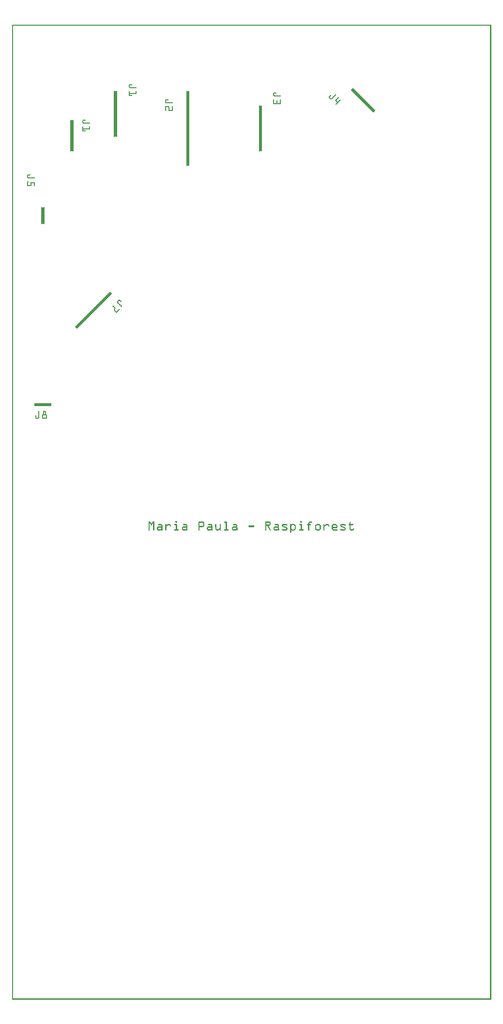
<source format=gto>
G04 MADE WITH FRITZING*
G04 WWW.FRITZING.ORG*
G04 DOUBLE SIDED*
G04 HOLES PLATED*
G04 CONTOUR ON CENTER OF CONTOUR VECTOR*
%ASAXBY*%
%FSLAX23Y23*%
%MOIN*%
%OFA0B0*%
%SFA1.0B1.0*%
%ADD10R,0.001000X0.001000*%
%LNSILK1*%
G90*
G70*
G54D10*
X0Y6707D02*
X3299Y6707D01*
X0Y6706D02*
X3299Y6706D01*
X0Y6705D02*
X3299Y6705D01*
X0Y6704D02*
X3299Y6704D01*
X0Y6703D02*
X3299Y6703D01*
X0Y6702D02*
X3299Y6702D01*
X0Y6701D02*
X3299Y6701D01*
X0Y6700D02*
X3299Y6700D01*
X0Y6699D02*
X7Y6699D01*
X3292Y6699D02*
X3299Y6699D01*
X0Y6698D02*
X7Y6698D01*
X3292Y6698D02*
X3299Y6698D01*
X0Y6697D02*
X7Y6697D01*
X3292Y6697D02*
X3299Y6697D01*
X0Y6696D02*
X7Y6696D01*
X3292Y6696D02*
X3299Y6696D01*
X0Y6695D02*
X7Y6695D01*
X3292Y6695D02*
X3299Y6695D01*
X0Y6694D02*
X7Y6694D01*
X3292Y6694D02*
X3299Y6694D01*
X0Y6693D02*
X7Y6693D01*
X3292Y6693D02*
X3299Y6693D01*
X0Y6692D02*
X7Y6692D01*
X3292Y6692D02*
X3299Y6692D01*
X0Y6691D02*
X7Y6691D01*
X3292Y6691D02*
X3299Y6691D01*
X0Y6690D02*
X7Y6690D01*
X3292Y6690D02*
X3299Y6690D01*
X0Y6689D02*
X7Y6689D01*
X3292Y6689D02*
X3299Y6689D01*
X0Y6688D02*
X7Y6688D01*
X3292Y6688D02*
X3299Y6688D01*
X0Y6687D02*
X7Y6687D01*
X3292Y6687D02*
X3299Y6687D01*
X0Y6686D02*
X7Y6686D01*
X3292Y6686D02*
X3299Y6686D01*
X0Y6685D02*
X7Y6685D01*
X3292Y6685D02*
X3299Y6685D01*
X0Y6684D02*
X7Y6684D01*
X3292Y6684D02*
X3299Y6684D01*
X0Y6683D02*
X7Y6683D01*
X3292Y6683D02*
X3299Y6683D01*
X0Y6682D02*
X7Y6682D01*
X3292Y6682D02*
X3299Y6682D01*
X0Y6681D02*
X7Y6681D01*
X3292Y6681D02*
X3299Y6681D01*
X0Y6680D02*
X7Y6680D01*
X3292Y6680D02*
X3299Y6680D01*
X0Y6679D02*
X7Y6679D01*
X3292Y6679D02*
X3299Y6679D01*
X0Y6678D02*
X7Y6678D01*
X3292Y6678D02*
X3299Y6678D01*
X0Y6677D02*
X7Y6677D01*
X3292Y6677D02*
X3299Y6677D01*
X0Y6676D02*
X7Y6676D01*
X3292Y6676D02*
X3299Y6676D01*
X0Y6675D02*
X7Y6675D01*
X3292Y6675D02*
X3299Y6675D01*
X0Y6674D02*
X7Y6674D01*
X3292Y6674D02*
X3299Y6674D01*
X0Y6673D02*
X7Y6673D01*
X3292Y6673D02*
X3299Y6673D01*
X0Y6672D02*
X7Y6672D01*
X3292Y6672D02*
X3299Y6672D01*
X0Y6671D02*
X7Y6671D01*
X3292Y6671D02*
X3299Y6671D01*
X0Y6670D02*
X7Y6670D01*
X3292Y6670D02*
X3299Y6670D01*
X0Y6669D02*
X7Y6669D01*
X3292Y6669D02*
X3299Y6669D01*
X0Y6668D02*
X7Y6668D01*
X3292Y6668D02*
X3299Y6668D01*
X0Y6667D02*
X7Y6667D01*
X3292Y6667D02*
X3299Y6667D01*
X0Y6666D02*
X7Y6666D01*
X3292Y6666D02*
X3299Y6666D01*
X0Y6665D02*
X7Y6665D01*
X3292Y6665D02*
X3299Y6665D01*
X0Y6664D02*
X7Y6664D01*
X3292Y6664D02*
X3299Y6664D01*
X0Y6663D02*
X7Y6663D01*
X3292Y6663D02*
X3299Y6663D01*
X0Y6662D02*
X7Y6662D01*
X3292Y6662D02*
X3299Y6662D01*
X0Y6661D02*
X7Y6661D01*
X3292Y6661D02*
X3299Y6661D01*
X0Y6660D02*
X7Y6660D01*
X3292Y6660D02*
X3299Y6660D01*
X0Y6659D02*
X7Y6659D01*
X3292Y6659D02*
X3299Y6659D01*
X0Y6658D02*
X7Y6658D01*
X3292Y6658D02*
X3299Y6658D01*
X0Y6657D02*
X7Y6657D01*
X3292Y6657D02*
X3299Y6657D01*
X0Y6656D02*
X7Y6656D01*
X3292Y6656D02*
X3299Y6656D01*
X0Y6655D02*
X7Y6655D01*
X3292Y6655D02*
X3299Y6655D01*
X0Y6654D02*
X7Y6654D01*
X3292Y6654D02*
X3299Y6654D01*
X0Y6653D02*
X7Y6653D01*
X3292Y6653D02*
X3299Y6653D01*
X0Y6652D02*
X7Y6652D01*
X3292Y6652D02*
X3299Y6652D01*
X0Y6651D02*
X7Y6651D01*
X3292Y6651D02*
X3299Y6651D01*
X0Y6650D02*
X7Y6650D01*
X3292Y6650D02*
X3299Y6650D01*
X0Y6649D02*
X7Y6649D01*
X3292Y6649D02*
X3299Y6649D01*
X0Y6648D02*
X7Y6648D01*
X3292Y6648D02*
X3299Y6648D01*
X0Y6647D02*
X7Y6647D01*
X3292Y6647D02*
X3299Y6647D01*
X0Y6646D02*
X7Y6646D01*
X3292Y6646D02*
X3299Y6646D01*
X0Y6645D02*
X7Y6645D01*
X3292Y6645D02*
X3299Y6645D01*
X0Y6644D02*
X7Y6644D01*
X3292Y6644D02*
X3299Y6644D01*
X0Y6643D02*
X7Y6643D01*
X3292Y6643D02*
X3299Y6643D01*
X0Y6642D02*
X7Y6642D01*
X3292Y6642D02*
X3299Y6642D01*
X0Y6641D02*
X7Y6641D01*
X3292Y6641D02*
X3299Y6641D01*
X0Y6640D02*
X7Y6640D01*
X3292Y6640D02*
X3299Y6640D01*
X0Y6639D02*
X7Y6639D01*
X3292Y6639D02*
X3299Y6639D01*
X0Y6638D02*
X7Y6638D01*
X3292Y6638D02*
X3299Y6638D01*
X0Y6637D02*
X7Y6637D01*
X3292Y6637D02*
X3299Y6637D01*
X0Y6636D02*
X7Y6636D01*
X3292Y6636D02*
X3299Y6636D01*
X0Y6635D02*
X7Y6635D01*
X3292Y6635D02*
X3299Y6635D01*
X0Y6634D02*
X7Y6634D01*
X3292Y6634D02*
X3299Y6634D01*
X0Y6633D02*
X7Y6633D01*
X3292Y6633D02*
X3299Y6633D01*
X0Y6632D02*
X7Y6632D01*
X3292Y6632D02*
X3299Y6632D01*
X0Y6631D02*
X7Y6631D01*
X3292Y6631D02*
X3299Y6631D01*
X0Y6630D02*
X7Y6630D01*
X3292Y6630D02*
X3299Y6630D01*
X0Y6629D02*
X7Y6629D01*
X3292Y6629D02*
X3299Y6629D01*
X0Y6628D02*
X7Y6628D01*
X3292Y6628D02*
X3299Y6628D01*
X0Y6627D02*
X7Y6627D01*
X3292Y6627D02*
X3299Y6627D01*
X0Y6626D02*
X7Y6626D01*
X3292Y6626D02*
X3299Y6626D01*
X0Y6625D02*
X7Y6625D01*
X3292Y6625D02*
X3299Y6625D01*
X0Y6624D02*
X7Y6624D01*
X3292Y6624D02*
X3299Y6624D01*
X0Y6623D02*
X7Y6623D01*
X3292Y6623D02*
X3299Y6623D01*
X0Y6622D02*
X7Y6622D01*
X3292Y6622D02*
X3299Y6622D01*
X0Y6621D02*
X7Y6621D01*
X3292Y6621D02*
X3299Y6621D01*
X0Y6620D02*
X7Y6620D01*
X3292Y6620D02*
X3299Y6620D01*
X0Y6619D02*
X7Y6619D01*
X3292Y6619D02*
X3299Y6619D01*
X0Y6618D02*
X7Y6618D01*
X3292Y6618D02*
X3299Y6618D01*
X0Y6617D02*
X7Y6617D01*
X3292Y6617D02*
X3299Y6617D01*
X0Y6616D02*
X7Y6616D01*
X3292Y6616D02*
X3299Y6616D01*
X0Y6615D02*
X7Y6615D01*
X3292Y6615D02*
X3299Y6615D01*
X0Y6614D02*
X7Y6614D01*
X3292Y6614D02*
X3299Y6614D01*
X0Y6613D02*
X7Y6613D01*
X3292Y6613D02*
X3299Y6613D01*
X0Y6612D02*
X7Y6612D01*
X3292Y6612D02*
X3299Y6612D01*
X0Y6611D02*
X7Y6611D01*
X3292Y6611D02*
X3299Y6611D01*
X0Y6610D02*
X7Y6610D01*
X3292Y6610D02*
X3299Y6610D01*
X0Y6609D02*
X7Y6609D01*
X3292Y6609D02*
X3299Y6609D01*
X0Y6608D02*
X7Y6608D01*
X3292Y6608D02*
X3299Y6608D01*
X0Y6607D02*
X7Y6607D01*
X3292Y6607D02*
X3299Y6607D01*
X0Y6606D02*
X7Y6606D01*
X3292Y6606D02*
X3299Y6606D01*
X0Y6605D02*
X7Y6605D01*
X3292Y6605D02*
X3299Y6605D01*
X0Y6604D02*
X7Y6604D01*
X3292Y6604D02*
X3299Y6604D01*
X0Y6603D02*
X7Y6603D01*
X3292Y6603D02*
X3299Y6603D01*
X0Y6602D02*
X7Y6602D01*
X3292Y6602D02*
X3299Y6602D01*
X0Y6601D02*
X7Y6601D01*
X3292Y6601D02*
X3299Y6601D01*
X0Y6600D02*
X7Y6600D01*
X3292Y6600D02*
X3299Y6600D01*
X0Y6599D02*
X7Y6599D01*
X3292Y6599D02*
X3299Y6599D01*
X0Y6598D02*
X7Y6598D01*
X3292Y6598D02*
X3299Y6598D01*
X0Y6597D02*
X7Y6597D01*
X3292Y6597D02*
X3299Y6597D01*
X0Y6596D02*
X7Y6596D01*
X3292Y6596D02*
X3299Y6596D01*
X0Y6595D02*
X7Y6595D01*
X3292Y6595D02*
X3299Y6595D01*
X0Y6594D02*
X7Y6594D01*
X3292Y6594D02*
X3299Y6594D01*
X0Y6593D02*
X7Y6593D01*
X3292Y6593D02*
X3299Y6593D01*
X0Y6592D02*
X7Y6592D01*
X3292Y6592D02*
X3299Y6592D01*
X0Y6591D02*
X7Y6591D01*
X3292Y6591D02*
X3299Y6591D01*
X0Y6590D02*
X7Y6590D01*
X3292Y6590D02*
X3299Y6590D01*
X0Y6589D02*
X7Y6589D01*
X3292Y6589D02*
X3299Y6589D01*
X0Y6588D02*
X7Y6588D01*
X3292Y6588D02*
X3299Y6588D01*
X0Y6587D02*
X7Y6587D01*
X3292Y6587D02*
X3299Y6587D01*
X0Y6586D02*
X7Y6586D01*
X3292Y6586D02*
X3299Y6586D01*
X0Y6585D02*
X7Y6585D01*
X3292Y6585D02*
X3299Y6585D01*
X0Y6584D02*
X7Y6584D01*
X3292Y6584D02*
X3299Y6584D01*
X0Y6583D02*
X7Y6583D01*
X3292Y6583D02*
X3299Y6583D01*
X0Y6582D02*
X7Y6582D01*
X3292Y6582D02*
X3299Y6582D01*
X0Y6581D02*
X7Y6581D01*
X3292Y6581D02*
X3299Y6581D01*
X0Y6580D02*
X7Y6580D01*
X3292Y6580D02*
X3299Y6580D01*
X0Y6579D02*
X7Y6579D01*
X3292Y6579D02*
X3299Y6579D01*
X0Y6578D02*
X7Y6578D01*
X3292Y6578D02*
X3299Y6578D01*
X0Y6577D02*
X7Y6577D01*
X3292Y6577D02*
X3299Y6577D01*
X0Y6576D02*
X7Y6576D01*
X3292Y6576D02*
X3299Y6576D01*
X0Y6575D02*
X7Y6575D01*
X3292Y6575D02*
X3299Y6575D01*
X0Y6574D02*
X7Y6574D01*
X3292Y6574D02*
X3299Y6574D01*
X0Y6573D02*
X7Y6573D01*
X3292Y6573D02*
X3299Y6573D01*
X0Y6572D02*
X7Y6572D01*
X3292Y6572D02*
X3299Y6572D01*
X0Y6571D02*
X7Y6571D01*
X3292Y6571D02*
X3299Y6571D01*
X0Y6570D02*
X7Y6570D01*
X3292Y6570D02*
X3299Y6570D01*
X0Y6569D02*
X7Y6569D01*
X3292Y6569D02*
X3299Y6569D01*
X0Y6568D02*
X7Y6568D01*
X3292Y6568D02*
X3299Y6568D01*
X0Y6567D02*
X7Y6567D01*
X3292Y6567D02*
X3299Y6567D01*
X0Y6566D02*
X7Y6566D01*
X3292Y6566D02*
X3299Y6566D01*
X0Y6565D02*
X7Y6565D01*
X3292Y6565D02*
X3299Y6565D01*
X0Y6564D02*
X7Y6564D01*
X3292Y6564D02*
X3299Y6564D01*
X0Y6563D02*
X7Y6563D01*
X3292Y6563D02*
X3299Y6563D01*
X0Y6562D02*
X7Y6562D01*
X3292Y6562D02*
X3299Y6562D01*
X0Y6561D02*
X7Y6561D01*
X3292Y6561D02*
X3299Y6561D01*
X0Y6560D02*
X7Y6560D01*
X3292Y6560D02*
X3299Y6560D01*
X0Y6559D02*
X7Y6559D01*
X3292Y6559D02*
X3299Y6559D01*
X0Y6558D02*
X7Y6558D01*
X3292Y6558D02*
X3299Y6558D01*
X0Y6557D02*
X7Y6557D01*
X3292Y6557D02*
X3299Y6557D01*
X0Y6556D02*
X7Y6556D01*
X3292Y6556D02*
X3299Y6556D01*
X0Y6555D02*
X7Y6555D01*
X3292Y6555D02*
X3299Y6555D01*
X0Y6554D02*
X7Y6554D01*
X3292Y6554D02*
X3299Y6554D01*
X0Y6553D02*
X7Y6553D01*
X3292Y6553D02*
X3299Y6553D01*
X0Y6552D02*
X7Y6552D01*
X3292Y6552D02*
X3299Y6552D01*
X0Y6551D02*
X7Y6551D01*
X3292Y6551D02*
X3299Y6551D01*
X0Y6550D02*
X7Y6550D01*
X3292Y6550D02*
X3299Y6550D01*
X0Y6549D02*
X7Y6549D01*
X3292Y6549D02*
X3299Y6549D01*
X0Y6548D02*
X7Y6548D01*
X3292Y6548D02*
X3299Y6548D01*
X0Y6547D02*
X7Y6547D01*
X3292Y6547D02*
X3299Y6547D01*
X0Y6546D02*
X7Y6546D01*
X3292Y6546D02*
X3299Y6546D01*
X0Y6545D02*
X7Y6545D01*
X3292Y6545D02*
X3299Y6545D01*
X0Y6544D02*
X7Y6544D01*
X3292Y6544D02*
X3299Y6544D01*
X0Y6543D02*
X7Y6543D01*
X3292Y6543D02*
X3299Y6543D01*
X0Y6542D02*
X7Y6542D01*
X3292Y6542D02*
X3299Y6542D01*
X0Y6541D02*
X7Y6541D01*
X3292Y6541D02*
X3299Y6541D01*
X0Y6540D02*
X7Y6540D01*
X3292Y6540D02*
X3299Y6540D01*
X0Y6539D02*
X7Y6539D01*
X3292Y6539D02*
X3299Y6539D01*
X0Y6538D02*
X7Y6538D01*
X3292Y6538D02*
X3299Y6538D01*
X0Y6537D02*
X7Y6537D01*
X3292Y6537D02*
X3299Y6537D01*
X0Y6536D02*
X7Y6536D01*
X3292Y6536D02*
X3299Y6536D01*
X0Y6535D02*
X7Y6535D01*
X3292Y6535D02*
X3299Y6535D01*
X0Y6534D02*
X7Y6534D01*
X3292Y6534D02*
X3299Y6534D01*
X0Y6533D02*
X7Y6533D01*
X3292Y6533D02*
X3299Y6533D01*
X0Y6532D02*
X7Y6532D01*
X3292Y6532D02*
X3299Y6532D01*
X0Y6531D02*
X7Y6531D01*
X3292Y6531D02*
X3299Y6531D01*
X0Y6530D02*
X7Y6530D01*
X3292Y6530D02*
X3299Y6530D01*
X0Y6529D02*
X7Y6529D01*
X3292Y6529D02*
X3299Y6529D01*
X0Y6528D02*
X7Y6528D01*
X3292Y6528D02*
X3299Y6528D01*
X0Y6527D02*
X7Y6527D01*
X3292Y6527D02*
X3299Y6527D01*
X0Y6526D02*
X7Y6526D01*
X3292Y6526D02*
X3299Y6526D01*
X0Y6525D02*
X7Y6525D01*
X3292Y6525D02*
X3299Y6525D01*
X0Y6524D02*
X7Y6524D01*
X3292Y6524D02*
X3299Y6524D01*
X0Y6523D02*
X7Y6523D01*
X3292Y6523D02*
X3299Y6523D01*
X0Y6522D02*
X7Y6522D01*
X3292Y6522D02*
X3299Y6522D01*
X0Y6521D02*
X7Y6521D01*
X3292Y6521D02*
X3299Y6521D01*
X0Y6520D02*
X7Y6520D01*
X3292Y6520D02*
X3299Y6520D01*
X0Y6519D02*
X7Y6519D01*
X3292Y6519D02*
X3299Y6519D01*
X0Y6518D02*
X7Y6518D01*
X3292Y6518D02*
X3299Y6518D01*
X0Y6517D02*
X7Y6517D01*
X3292Y6517D02*
X3299Y6517D01*
X0Y6516D02*
X7Y6516D01*
X3292Y6516D02*
X3299Y6516D01*
X0Y6515D02*
X7Y6515D01*
X3292Y6515D02*
X3299Y6515D01*
X0Y6514D02*
X7Y6514D01*
X3292Y6514D02*
X3299Y6514D01*
X0Y6513D02*
X7Y6513D01*
X3292Y6513D02*
X3299Y6513D01*
X0Y6512D02*
X7Y6512D01*
X3292Y6512D02*
X3299Y6512D01*
X0Y6511D02*
X7Y6511D01*
X3292Y6511D02*
X3299Y6511D01*
X0Y6510D02*
X7Y6510D01*
X3292Y6510D02*
X3299Y6510D01*
X0Y6509D02*
X7Y6509D01*
X3292Y6509D02*
X3299Y6509D01*
X0Y6508D02*
X7Y6508D01*
X3292Y6508D02*
X3299Y6508D01*
X0Y6507D02*
X7Y6507D01*
X3292Y6507D02*
X3299Y6507D01*
X0Y6506D02*
X7Y6506D01*
X3292Y6506D02*
X3299Y6506D01*
X0Y6505D02*
X7Y6505D01*
X3292Y6505D02*
X3299Y6505D01*
X0Y6504D02*
X7Y6504D01*
X3292Y6504D02*
X3299Y6504D01*
X0Y6503D02*
X7Y6503D01*
X3292Y6503D02*
X3299Y6503D01*
X0Y6502D02*
X7Y6502D01*
X3292Y6502D02*
X3299Y6502D01*
X0Y6501D02*
X7Y6501D01*
X3292Y6501D02*
X3299Y6501D01*
X0Y6500D02*
X7Y6500D01*
X3292Y6500D02*
X3299Y6500D01*
X0Y6499D02*
X7Y6499D01*
X3292Y6499D02*
X3299Y6499D01*
X0Y6498D02*
X7Y6498D01*
X3292Y6498D02*
X3299Y6498D01*
X0Y6497D02*
X7Y6497D01*
X3292Y6497D02*
X3299Y6497D01*
X0Y6496D02*
X7Y6496D01*
X3292Y6496D02*
X3299Y6496D01*
X0Y6495D02*
X7Y6495D01*
X3292Y6495D02*
X3299Y6495D01*
X0Y6494D02*
X7Y6494D01*
X3292Y6494D02*
X3299Y6494D01*
X0Y6493D02*
X7Y6493D01*
X3292Y6493D02*
X3299Y6493D01*
X0Y6492D02*
X7Y6492D01*
X3292Y6492D02*
X3299Y6492D01*
X0Y6491D02*
X7Y6491D01*
X3292Y6491D02*
X3299Y6491D01*
X0Y6490D02*
X7Y6490D01*
X3292Y6490D02*
X3299Y6490D01*
X0Y6489D02*
X7Y6489D01*
X3292Y6489D02*
X3299Y6489D01*
X0Y6488D02*
X7Y6488D01*
X3292Y6488D02*
X3299Y6488D01*
X0Y6487D02*
X7Y6487D01*
X3292Y6487D02*
X3299Y6487D01*
X0Y6486D02*
X7Y6486D01*
X3292Y6486D02*
X3299Y6486D01*
X0Y6485D02*
X7Y6485D01*
X3292Y6485D02*
X3299Y6485D01*
X0Y6484D02*
X7Y6484D01*
X3292Y6484D02*
X3299Y6484D01*
X0Y6483D02*
X7Y6483D01*
X3292Y6483D02*
X3299Y6483D01*
X0Y6482D02*
X7Y6482D01*
X3292Y6482D02*
X3299Y6482D01*
X0Y6481D02*
X7Y6481D01*
X3292Y6481D02*
X3299Y6481D01*
X0Y6480D02*
X7Y6480D01*
X3292Y6480D02*
X3299Y6480D01*
X0Y6479D02*
X7Y6479D01*
X3292Y6479D02*
X3299Y6479D01*
X0Y6478D02*
X7Y6478D01*
X3292Y6478D02*
X3299Y6478D01*
X0Y6477D02*
X7Y6477D01*
X3292Y6477D02*
X3299Y6477D01*
X0Y6476D02*
X7Y6476D01*
X3292Y6476D02*
X3299Y6476D01*
X0Y6475D02*
X7Y6475D01*
X3292Y6475D02*
X3299Y6475D01*
X0Y6474D02*
X7Y6474D01*
X3292Y6474D02*
X3299Y6474D01*
X0Y6473D02*
X7Y6473D01*
X3292Y6473D02*
X3299Y6473D01*
X0Y6472D02*
X7Y6472D01*
X3292Y6472D02*
X3299Y6472D01*
X0Y6471D02*
X7Y6471D01*
X3292Y6471D02*
X3299Y6471D01*
X0Y6470D02*
X7Y6470D01*
X3292Y6470D02*
X3299Y6470D01*
X0Y6469D02*
X7Y6469D01*
X3292Y6469D02*
X3299Y6469D01*
X0Y6468D02*
X7Y6468D01*
X3292Y6468D02*
X3299Y6468D01*
X0Y6467D02*
X7Y6467D01*
X3292Y6467D02*
X3299Y6467D01*
X0Y6466D02*
X7Y6466D01*
X3292Y6466D02*
X3299Y6466D01*
X0Y6465D02*
X7Y6465D01*
X3292Y6465D02*
X3299Y6465D01*
X0Y6464D02*
X7Y6464D01*
X3292Y6464D02*
X3299Y6464D01*
X0Y6463D02*
X7Y6463D01*
X3292Y6463D02*
X3299Y6463D01*
X0Y6462D02*
X7Y6462D01*
X3292Y6462D02*
X3299Y6462D01*
X0Y6461D02*
X7Y6461D01*
X3292Y6461D02*
X3299Y6461D01*
X0Y6460D02*
X7Y6460D01*
X3292Y6460D02*
X3299Y6460D01*
X0Y6459D02*
X7Y6459D01*
X3292Y6459D02*
X3299Y6459D01*
X0Y6458D02*
X7Y6458D01*
X3292Y6458D02*
X3299Y6458D01*
X0Y6457D02*
X7Y6457D01*
X3292Y6457D02*
X3299Y6457D01*
X0Y6456D02*
X7Y6456D01*
X3292Y6456D02*
X3299Y6456D01*
X0Y6455D02*
X7Y6455D01*
X3292Y6455D02*
X3299Y6455D01*
X0Y6454D02*
X7Y6454D01*
X3292Y6454D02*
X3299Y6454D01*
X0Y6453D02*
X7Y6453D01*
X3292Y6453D02*
X3299Y6453D01*
X0Y6452D02*
X7Y6452D01*
X3292Y6452D02*
X3299Y6452D01*
X0Y6451D02*
X7Y6451D01*
X3292Y6451D02*
X3299Y6451D01*
X0Y6450D02*
X7Y6450D01*
X3292Y6450D02*
X3299Y6450D01*
X0Y6449D02*
X7Y6449D01*
X3292Y6449D02*
X3299Y6449D01*
X0Y6448D02*
X7Y6448D01*
X3292Y6448D02*
X3299Y6448D01*
X0Y6447D02*
X7Y6447D01*
X3292Y6447D02*
X3299Y6447D01*
X0Y6446D02*
X7Y6446D01*
X3292Y6446D02*
X3299Y6446D01*
X0Y6445D02*
X7Y6445D01*
X3292Y6445D02*
X3299Y6445D01*
X0Y6444D02*
X7Y6444D01*
X3292Y6444D02*
X3299Y6444D01*
X0Y6443D02*
X7Y6443D01*
X3292Y6443D02*
X3299Y6443D01*
X0Y6442D02*
X7Y6442D01*
X3292Y6442D02*
X3299Y6442D01*
X0Y6441D02*
X7Y6441D01*
X3292Y6441D02*
X3299Y6441D01*
X0Y6440D02*
X7Y6440D01*
X3292Y6440D02*
X3299Y6440D01*
X0Y6439D02*
X7Y6439D01*
X3292Y6439D02*
X3299Y6439D01*
X0Y6438D02*
X7Y6438D01*
X3292Y6438D02*
X3299Y6438D01*
X0Y6437D02*
X7Y6437D01*
X3292Y6437D02*
X3299Y6437D01*
X0Y6436D02*
X7Y6436D01*
X3292Y6436D02*
X3299Y6436D01*
X0Y6435D02*
X7Y6435D01*
X3292Y6435D02*
X3299Y6435D01*
X0Y6434D02*
X7Y6434D01*
X3292Y6434D02*
X3299Y6434D01*
X0Y6433D02*
X7Y6433D01*
X3292Y6433D02*
X3299Y6433D01*
X0Y6432D02*
X7Y6432D01*
X3292Y6432D02*
X3299Y6432D01*
X0Y6431D02*
X7Y6431D01*
X3292Y6431D02*
X3299Y6431D01*
X0Y6430D02*
X7Y6430D01*
X3292Y6430D02*
X3299Y6430D01*
X0Y6429D02*
X7Y6429D01*
X3292Y6429D02*
X3299Y6429D01*
X0Y6428D02*
X7Y6428D01*
X3292Y6428D02*
X3299Y6428D01*
X0Y6427D02*
X7Y6427D01*
X3292Y6427D02*
X3299Y6427D01*
X0Y6426D02*
X7Y6426D01*
X3292Y6426D02*
X3299Y6426D01*
X0Y6425D02*
X7Y6425D01*
X3292Y6425D02*
X3299Y6425D01*
X0Y6424D02*
X7Y6424D01*
X3292Y6424D02*
X3299Y6424D01*
X0Y6423D02*
X7Y6423D01*
X3292Y6423D02*
X3299Y6423D01*
X0Y6422D02*
X7Y6422D01*
X3292Y6422D02*
X3299Y6422D01*
X0Y6421D02*
X7Y6421D01*
X3292Y6421D02*
X3299Y6421D01*
X0Y6420D02*
X7Y6420D01*
X3292Y6420D02*
X3299Y6420D01*
X0Y6419D02*
X7Y6419D01*
X3292Y6419D02*
X3299Y6419D01*
X0Y6418D02*
X7Y6418D01*
X3292Y6418D02*
X3299Y6418D01*
X0Y6417D02*
X7Y6417D01*
X3292Y6417D02*
X3299Y6417D01*
X0Y6416D02*
X7Y6416D01*
X3292Y6416D02*
X3299Y6416D01*
X0Y6415D02*
X7Y6415D01*
X3292Y6415D02*
X3299Y6415D01*
X0Y6414D02*
X7Y6414D01*
X3292Y6414D02*
X3299Y6414D01*
X0Y6413D02*
X7Y6413D01*
X3292Y6413D02*
X3299Y6413D01*
X0Y6412D02*
X7Y6412D01*
X3292Y6412D02*
X3299Y6412D01*
X0Y6411D02*
X7Y6411D01*
X3292Y6411D02*
X3299Y6411D01*
X0Y6410D02*
X7Y6410D01*
X3292Y6410D02*
X3299Y6410D01*
X0Y6409D02*
X7Y6409D01*
X3292Y6409D02*
X3299Y6409D01*
X0Y6408D02*
X7Y6408D01*
X3292Y6408D02*
X3299Y6408D01*
X0Y6407D02*
X7Y6407D01*
X3292Y6407D02*
X3299Y6407D01*
X0Y6406D02*
X7Y6406D01*
X3292Y6406D02*
X3299Y6406D01*
X0Y6405D02*
X7Y6405D01*
X3292Y6405D02*
X3299Y6405D01*
X0Y6404D02*
X7Y6404D01*
X3292Y6404D02*
X3299Y6404D01*
X0Y6403D02*
X7Y6403D01*
X3292Y6403D02*
X3299Y6403D01*
X0Y6402D02*
X7Y6402D01*
X3292Y6402D02*
X3299Y6402D01*
X0Y6401D02*
X7Y6401D01*
X3292Y6401D02*
X3299Y6401D01*
X0Y6400D02*
X7Y6400D01*
X3292Y6400D02*
X3299Y6400D01*
X0Y6399D02*
X7Y6399D01*
X3292Y6399D02*
X3299Y6399D01*
X0Y6398D02*
X7Y6398D01*
X3292Y6398D02*
X3299Y6398D01*
X0Y6397D02*
X7Y6397D01*
X3292Y6397D02*
X3299Y6397D01*
X0Y6396D02*
X7Y6396D01*
X3292Y6396D02*
X3299Y6396D01*
X0Y6395D02*
X7Y6395D01*
X3292Y6395D02*
X3299Y6395D01*
X0Y6394D02*
X7Y6394D01*
X3292Y6394D02*
X3299Y6394D01*
X0Y6393D02*
X7Y6393D01*
X3292Y6393D02*
X3299Y6393D01*
X0Y6392D02*
X7Y6392D01*
X3292Y6392D02*
X3299Y6392D01*
X0Y6391D02*
X7Y6391D01*
X3292Y6391D02*
X3299Y6391D01*
X0Y6390D02*
X7Y6390D01*
X3292Y6390D02*
X3299Y6390D01*
X0Y6389D02*
X7Y6389D01*
X3292Y6389D02*
X3299Y6389D01*
X0Y6388D02*
X7Y6388D01*
X3292Y6388D02*
X3299Y6388D01*
X0Y6387D02*
X7Y6387D01*
X3292Y6387D02*
X3299Y6387D01*
X0Y6386D02*
X7Y6386D01*
X3292Y6386D02*
X3299Y6386D01*
X0Y6385D02*
X7Y6385D01*
X3292Y6385D02*
X3299Y6385D01*
X0Y6384D02*
X7Y6384D01*
X3292Y6384D02*
X3299Y6384D01*
X0Y6383D02*
X7Y6383D01*
X3292Y6383D02*
X3299Y6383D01*
X0Y6382D02*
X7Y6382D01*
X3292Y6382D02*
X3299Y6382D01*
X0Y6381D02*
X7Y6381D01*
X3292Y6381D02*
X3299Y6381D01*
X0Y6380D02*
X7Y6380D01*
X3292Y6380D02*
X3299Y6380D01*
X0Y6379D02*
X7Y6379D01*
X3292Y6379D02*
X3299Y6379D01*
X0Y6378D02*
X7Y6378D01*
X3292Y6378D02*
X3299Y6378D01*
X0Y6377D02*
X7Y6377D01*
X3292Y6377D02*
X3299Y6377D01*
X0Y6376D02*
X7Y6376D01*
X3292Y6376D02*
X3299Y6376D01*
X0Y6375D02*
X7Y6375D01*
X3292Y6375D02*
X3299Y6375D01*
X0Y6374D02*
X7Y6374D01*
X3292Y6374D02*
X3299Y6374D01*
X0Y6373D02*
X7Y6373D01*
X3292Y6373D02*
X3299Y6373D01*
X0Y6372D02*
X7Y6372D01*
X3292Y6372D02*
X3299Y6372D01*
X0Y6371D02*
X7Y6371D01*
X3292Y6371D02*
X3299Y6371D01*
X0Y6370D02*
X7Y6370D01*
X3292Y6370D02*
X3299Y6370D01*
X0Y6369D02*
X7Y6369D01*
X3292Y6369D02*
X3299Y6369D01*
X0Y6368D02*
X7Y6368D01*
X3292Y6368D02*
X3299Y6368D01*
X0Y6367D02*
X7Y6367D01*
X3292Y6367D02*
X3299Y6367D01*
X0Y6366D02*
X7Y6366D01*
X3292Y6366D02*
X3299Y6366D01*
X0Y6365D02*
X7Y6365D01*
X3292Y6365D02*
X3299Y6365D01*
X0Y6364D02*
X7Y6364D01*
X3292Y6364D02*
X3299Y6364D01*
X0Y6363D02*
X7Y6363D01*
X3292Y6363D02*
X3299Y6363D01*
X0Y6362D02*
X7Y6362D01*
X3292Y6362D02*
X3299Y6362D01*
X0Y6361D02*
X7Y6361D01*
X3292Y6361D02*
X3299Y6361D01*
X0Y6360D02*
X7Y6360D01*
X3292Y6360D02*
X3299Y6360D01*
X0Y6359D02*
X7Y6359D01*
X3292Y6359D02*
X3299Y6359D01*
X0Y6358D02*
X7Y6358D01*
X3292Y6358D02*
X3299Y6358D01*
X0Y6357D02*
X7Y6357D01*
X3292Y6357D02*
X3299Y6357D01*
X0Y6356D02*
X7Y6356D01*
X3292Y6356D02*
X3299Y6356D01*
X0Y6355D02*
X7Y6355D01*
X3292Y6355D02*
X3299Y6355D01*
X0Y6354D02*
X7Y6354D01*
X3292Y6354D02*
X3299Y6354D01*
X0Y6353D02*
X7Y6353D01*
X3292Y6353D02*
X3299Y6353D01*
X0Y6352D02*
X7Y6352D01*
X3292Y6352D02*
X3299Y6352D01*
X0Y6351D02*
X7Y6351D01*
X3292Y6351D02*
X3299Y6351D01*
X0Y6350D02*
X7Y6350D01*
X3292Y6350D02*
X3299Y6350D01*
X0Y6349D02*
X7Y6349D01*
X3292Y6349D02*
X3299Y6349D01*
X0Y6348D02*
X7Y6348D01*
X3292Y6348D02*
X3299Y6348D01*
X0Y6347D02*
X7Y6347D01*
X3292Y6347D02*
X3299Y6347D01*
X0Y6346D02*
X7Y6346D01*
X3292Y6346D02*
X3299Y6346D01*
X0Y6345D02*
X7Y6345D01*
X3292Y6345D02*
X3299Y6345D01*
X0Y6344D02*
X7Y6344D01*
X3292Y6344D02*
X3299Y6344D01*
X0Y6343D02*
X7Y6343D01*
X3292Y6343D02*
X3299Y6343D01*
X0Y6342D02*
X7Y6342D01*
X3292Y6342D02*
X3299Y6342D01*
X0Y6341D02*
X7Y6341D01*
X3292Y6341D02*
X3299Y6341D01*
X0Y6340D02*
X7Y6340D01*
X3292Y6340D02*
X3299Y6340D01*
X0Y6339D02*
X7Y6339D01*
X3292Y6339D02*
X3299Y6339D01*
X0Y6338D02*
X7Y6338D01*
X3292Y6338D02*
X3299Y6338D01*
X0Y6337D02*
X7Y6337D01*
X3292Y6337D02*
X3299Y6337D01*
X0Y6336D02*
X7Y6336D01*
X3292Y6336D02*
X3299Y6336D01*
X0Y6335D02*
X7Y6335D01*
X3292Y6335D02*
X3299Y6335D01*
X0Y6334D02*
X7Y6334D01*
X3292Y6334D02*
X3299Y6334D01*
X0Y6333D02*
X7Y6333D01*
X3292Y6333D02*
X3299Y6333D01*
X0Y6332D02*
X7Y6332D01*
X3292Y6332D02*
X3299Y6332D01*
X0Y6331D02*
X7Y6331D01*
X3292Y6331D02*
X3299Y6331D01*
X0Y6330D02*
X7Y6330D01*
X3292Y6330D02*
X3299Y6330D01*
X0Y6329D02*
X7Y6329D01*
X3292Y6329D02*
X3299Y6329D01*
X0Y6328D02*
X7Y6328D01*
X3292Y6328D02*
X3299Y6328D01*
X0Y6327D02*
X7Y6327D01*
X3292Y6327D02*
X3299Y6327D01*
X0Y6326D02*
X7Y6326D01*
X3292Y6326D02*
X3299Y6326D01*
X0Y6325D02*
X7Y6325D01*
X3292Y6325D02*
X3299Y6325D01*
X0Y6324D02*
X7Y6324D01*
X3292Y6324D02*
X3299Y6324D01*
X0Y6323D02*
X7Y6323D01*
X3292Y6323D02*
X3299Y6323D01*
X0Y6322D02*
X7Y6322D01*
X3292Y6322D02*
X3299Y6322D01*
X0Y6321D02*
X7Y6321D01*
X3292Y6321D02*
X3299Y6321D01*
X0Y6320D02*
X7Y6320D01*
X3292Y6320D02*
X3299Y6320D01*
X0Y6319D02*
X7Y6319D01*
X3292Y6319D02*
X3299Y6319D01*
X0Y6318D02*
X7Y6318D01*
X3292Y6318D02*
X3299Y6318D01*
X0Y6317D02*
X7Y6317D01*
X3292Y6317D02*
X3299Y6317D01*
X0Y6316D02*
X7Y6316D01*
X3292Y6316D02*
X3299Y6316D01*
X0Y6315D02*
X7Y6315D01*
X3292Y6315D02*
X3299Y6315D01*
X0Y6314D02*
X7Y6314D01*
X3292Y6314D02*
X3299Y6314D01*
X0Y6313D02*
X7Y6313D01*
X3292Y6313D02*
X3299Y6313D01*
X0Y6312D02*
X7Y6312D01*
X3292Y6312D02*
X3299Y6312D01*
X0Y6311D02*
X7Y6311D01*
X3292Y6311D02*
X3299Y6311D01*
X0Y6310D02*
X7Y6310D01*
X3292Y6310D02*
X3299Y6310D01*
X0Y6309D02*
X7Y6309D01*
X3292Y6309D02*
X3299Y6309D01*
X0Y6308D02*
X7Y6308D01*
X3292Y6308D02*
X3299Y6308D01*
X0Y6307D02*
X7Y6307D01*
X3292Y6307D02*
X3299Y6307D01*
X0Y6306D02*
X7Y6306D01*
X3292Y6306D02*
X3299Y6306D01*
X0Y6305D02*
X7Y6305D01*
X3292Y6305D02*
X3299Y6305D01*
X0Y6304D02*
X7Y6304D01*
X3292Y6304D02*
X3299Y6304D01*
X0Y6303D02*
X7Y6303D01*
X3292Y6303D02*
X3299Y6303D01*
X0Y6302D02*
X7Y6302D01*
X3292Y6302D02*
X3299Y6302D01*
X0Y6301D02*
X7Y6301D01*
X3292Y6301D02*
X3299Y6301D01*
X0Y6300D02*
X7Y6300D01*
X3292Y6300D02*
X3299Y6300D01*
X0Y6299D02*
X7Y6299D01*
X3292Y6299D02*
X3299Y6299D01*
X0Y6298D02*
X7Y6298D01*
X3292Y6298D02*
X3299Y6298D01*
X0Y6297D02*
X7Y6297D01*
X811Y6297D02*
X826Y6297D01*
X3292Y6297D02*
X3299Y6297D01*
X0Y6296D02*
X7Y6296D01*
X809Y6296D02*
X827Y6296D01*
X3292Y6296D02*
X3299Y6296D01*
X0Y6295D02*
X7Y6295D01*
X808Y6295D02*
X827Y6295D01*
X3292Y6295D02*
X3299Y6295D01*
X0Y6294D02*
X7Y6294D01*
X807Y6294D02*
X827Y6294D01*
X3292Y6294D02*
X3299Y6294D01*
X0Y6293D02*
X7Y6293D01*
X806Y6293D02*
X827Y6293D01*
X3292Y6293D02*
X3299Y6293D01*
X0Y6292D02*
X7Y6292D01*
X805Y6292D02*
X827Y6292D01*
X3292Y6292D02*
X3299Y6292D01*
X0Y6291D02*
X7Y6291D01*
X805Y6291D02*
X826Y6291D01*
X3292Y6291D02*
X3299Y6291D01*
X0Y6290D02*
X7Y6290D01*
X804Y6290D02*
X812Y6290D01*
X3292Y6290D02*
X3299Y6290D01*
X0Y6289D02*
X7Y6289D01*
X804Y6289D02*
X810Y6289D01*
X3292Y6289D02*
X3299Y6289D01*
X0Y6288D02*
X7Y6288D01*
X804Y6288D02*
X810Y6288D01*
X3292Y6288D02*
X3299Y6288D01*
X0Y6287D02*
X7Y6287D01*
X804Y6287D02*
X810Y6287D01*
X3292Y6287D02*
X3299Y6287D01*
X0Y6286D02*
X7Y6286D01*
X804Y6286D02*
X810Y6286D01*
X3292Y6286D02*
X3299Y6286D01*
X0Y6285D02*
X7Y6285D01*
X804Y6285D02*
X810Y6285D01*
X3292Y6285D02*
X3299Y6285D01*
X0Y6284D02*
X7Y6284D01*
X804Y6284D02*
X810Y6284D01*
X3292Y6284D02*
X3299Y6284D01*
X0Y6283D02*
X7Y6283D01*
X804Y6283D02*
X810Y6283D01*
X3292Y6283D02*
X3299Y6283D01*
X0Y6282D02*
X7Y6282D01*
X804Y6282D02*
X810Y6282D01*
X3292Y6282D02*
X3299Y6282D01*
X0Y6281D02*
X7Y6281D01*
X804Y6281D02*
X810Y6281D01*
X3292Y6281D02*
X3299Y6281D01*
X0Y6280D02*
X7Y6280D01*
X804Y6280D02*
X810Y6280D01*
X3292Y6280D02*
X3299Y6280D01*
X0Y6279D02*
X7Y6279D01*
X804Y6279D02*
X810Y6279D01*
X3292Y6279D02*
X3299Y6279D01*
X0Y6278D02*
X7Y6278D01*
X804Y6278D02*
X811Y6278D01*
X3292Y6278D02*
X3299Y6278D01*
X0Y6277D02*
X7Y6277D01*
X804Y6277D02*
X812Y6277D01*
X3292Y6277D02*
X3299Y6277D01*
X0Y6276D02*
X7Y6276D01*
X805Y6276D02*
X856Y6276D01*
X3292Y6276D02*
X3299Y6276D01*
X0Y6275D02*
X7Y6275D01*
X805Y6275D02*
X856Y6275D01*
X3292Y6275D02*
X3299Y6275D01*
X0Y6274D02*
X7Y6274D01*
X806Y6274D02*
X857Y6274D01*
X3292Y6274D02*
X3299Y6274D01*
X0Y6273D02*
X7Y6273D01*
X807Y6273D02*
X857Y6273D01*
X3292Y6273D02*
X3299Y6273D01*
X0Y6272D02*
X7Y6272D01*
X808Y6272D02*
X857Y6272D01*
X3292Y6272D02*
X3299Y6272D01*
X0Y6271D02*
X7Y6271D01*
X809Y6271D02*
X856Y6271D01*
X2347Y6271D02*
X2347Y6271D01*
X3292Y6271D02*
X3299Y6271D01*
X0Y6270D02*
X7Y6270D01*
X812Y6270D02*
X855Y6270D01*
X2347Y6270D02*
X2348Y6270D01*
X3292Y6270D02*
X3299Y6270D01*
X0Y6269D02*
X7Y6269D01*
X2346Y6269D02*
X2349Y6269D01*
X3292Y6269D02*
X3299Y6269D01*
X0Y6268D02*
X7Y6268D01*
X2345Y6268D02*
X2350Y6268D01*
X3292Y6268D02*
X3299Y6268D01*
X0Y6267D02*
X7Y6267D01*
X2344Y6267D02*
X2351Y6267D01*
X3292Y6267D02*
X3299Y6267D01*
X0Y6266D02*
X7Y6266D01*
X2344Y6266D02*
X2352Y6266D01*
X3292Y6266D02*
X3299Y6266D01*
X0Y6265D02*
X7Y6265D01*
X2343Y6265D02*
X2353Y6265D01*
X3292Y6265D02*
X3299Y6265D01*
X0Y6264D02*
X7Y6264D01*
X2342Y6264D02*
X2354Y6264D01*
X3292Y6264D02*
X3299Y6264D01*
X0Y6263D02*
X7Y6263D01*
X2341Y6263D02*
X2355Y6263D01*
X3292Y6263D02*
X3299Y6263D01*
X0Y6262D02*
X7Y6262D01*
X2340Y6262D02*
X2356Y6262D01*
X3292Y6262D02*
X3299Y6262D01*
X0Y6261D02*
X7Y6261D01*
X2339Y6261D02*
X2357Y6261D01*
X3292Y6261D02*
X3299Y6261D01*
X0Y6260D02*
X7Y6260D01*
X2337Y6260D02*
X2358Y6260D01*
X3292Y6260D02*
X3299Y6260D01*
X0Y6259D02*
X7Y6259D01*
X2336Y6259D02*
X2359Y6259D01*
X3292Y6259D02*
X3299Y6259D01*
X0Y6258D02*
X7Y6258D01*
X2335Y6258D02*
X2360Y6258D01*
X3292Y6258D02*
X3299Y6258D01*
X0Y6257D02*
X7Y6257D01*
X2333Y6257D02*
X2361Y6257D01*
X3292Y6257D02*
X3299Y6257D01*
X0Y6256D02*
X7Y6256D01*
X2333Y6256D02*
X2362Y6256D01*
X3292Y6256D02*
X3299Y6256D01*
X0Y6255D02*
X7Y6255D01*
X2334Y6255D02*
X2363Y6255D01*
X3292Y6255D02*
X3299Y6255D01*
X0Y6254D02*
X7Y6254D01*
X2335Y6254D02*
X2364Y6254D01*
X3292Y6254D02*
X3299Y6254D01*
X0Y6253D02*
X7Y6253D01*
X2336Y6253D02*
X2365Y6253D01*
X3292Y6253D02*
X3299Y6253D01*
X0Y6252D02*
X7Y6252D01*
X2337Y6252D02*
X2366Y6252D01*
X3292Y6252D02*
X3299Y6252D01*
X0Y6251D02*
X7Y6251D01*
X702Y6251D02*
X703Y6251D01*
X720Y6251D02*
X722Y6251D01*
X1201Y6251D02*
X1203Y6251D01*
X1220Y6251D02*
X1221Y6251D01*
X2338Y6251D02*
X2367Y6251D01*
X3292Y6251D02*
X3299Y6251D01*
X0Y6250D02*
X7Y6250D01*
X702Y6250D02*
X722Y6250D01*
X805Y6250D02*
X808Y6250D01*
X852Y6250D02*
X855Y6250D01*
X1201Y6250D02*
X1221Y6250D01*
X2339Y6250D02*
X2368Y6250D01*
X3292Y6250D02*
X3299Y6250D01*
X0Y6249D02*
X7Y6249D01*
X702Y6249D02*
X722Y6249D01*
X804Y6249D02*
X809Y6249D01*
X851Y6249D02*
X856Y6249D01*
X1201Y6249D02*
X1221Y6249D01*
X2340Y6249D02*
X2369Y6249D01*
X3292Y6249D02*
X3299Y6249D01*
X0Y6248D02*
X7Y6248D01*
X702Y6248D02*
X722Y6248D01*
X804Y6248D02*
X810Y6248D01*
X851Y6248D02*
X857Y6248D01*
X1201Y6248D02*
X1221Y6248D01*
X2341Y6248D02*
X2370Y6248D01*
X3292Y6248D02*
X3299Y6248D01*
X0Y6247D02*
X7Y6247D01*
X702Y6247D02*
X722Y6247D01*
X804Y6247D02*
X810Y6247D01*
X851Y6247D02*
X857Y6247D01*
X1201Y6247D02*
X1221Y6247D01*
X2342Y6247D02*
X2371Y6247D01*
X3292Y6247D02*
X3299Y6247D01*
X0Y6246D02*
X7Y6246D01*
X702Y6246D02*
X722Y6246D01*
X804Y6246D02*
X810Y6246D01*
X851Y6246D02*
X857Y6246D01*
X1201Y6246D02*
X1221Y6246D01*
X2343Y6246D02*
X2372Y6246D01*
X3292Y6246D02*
X3299Y6246D01*
X0Y6245D02*
X7Y6245D01*
X702Y6245D02*
X722Y6245D01*
X804Y6245D02*
X810Y6245D01*
X851Y6245D02*
X857Y6245D01*
X1201Y6245D02*
X1221Y6245D01*
X2344Y6245D02*
X2373Y6245D01*
X3292Y6245D02*
X3299Y6245D01*
X0Y6244D02*
X7Y6244D01*
X702Y6244D02*
X722Y6244D01*
X804Y6244D02*
X810Y6244D01*
X851Y6244D02*
X857Y6244D01*
X1201Y6244D02*
X1221Y6244D01*
X2345Y6244D02*
X2374Y6244D01*
X3292Y6244D02*
X3299Y6244D01*
X0Y6243D02*
X7Y6243D01*
X702Y6243D02*
X722Y6243D01*
X804Y6243D02*
X810Y6243D01*
X851Y6243D02*
X857Y6243D01*
X1201Y6243D02*
X1221Y6243D01*
X2346Y6243D02*
X2375Y6243D01*
X3292Y6243D02*
X3299Y6243D01*
X0Y6242D02*
X7Y6242D01*
X702Y6242D02*
X722Y6242D01*
X804Y6242D02*
X810Y6242D01*
X851Y6242D02*
X857Y6242D01*
X1201Y6242D02*
X1221Y6242D01*
X2347Y6242D02*
X2376Y6242D01*
X3292Y6242D02*
X3299Y6242D01*
X0Y6241D02*
X7Y6241D01*
X702Y6241D02*
X722Y6241D01*
X804Y6241D02*
X810Y6241D01*
X851Y6241D02*
X857Y6241D01*
X1201Y6241D02*
X1221Y6241D01*
X2348Y6241D02*
X2377Y6241D01*
X3292Y6241D02*
X3299Y6241D01*
X0Y6240D02*
X7Y6240D01*
X702Y6240D02*
X722Y6240D01*
X804Y6240D02*
X810Y6240D01*
X851Y6240D02*
X857Y6240D01*
X1201Y6240D02*
X1221Y6240D01*
X1806Y6240D02*
X1819Y6240D01*
X2349Y6240D02*
X2378Y6240D01*
X3292Y6240D02*
X3299Y6240D01*
X0Y6239D02*
X7Y6239D01*
X702Y6239D02*
X722Y6239D01*
X804Y6239D02*
X810Y6239D01*
X851Y6239D02*
X857Y6239D01*
X1201Y6239D02*
X1221Y6239D01*
X1804Y6239D02*
X1821Y6239D01*
X2350Y6239D02*
X2379Y6239D01*
X3292Y6239D02*
X3299Y6239D01*
X0Y6238D02*
X7Y6238D01*
X702Y6238D02*
X722Y6238D01*
X804Y6238D02*
X810Y6238D01*
X851Y6238D02*
X857Y6238D01*
X1201Y6238D02*
X1221Y6238D01*
X1802Y6238D02*
X1821Y6238D01*
X2351Y6238D02*
X2380Y6238D01*
X3292Y6238D02*
X3299Y6238D01*
X0Y6237D02*
X7Y6237D01*
X702Y6237D02*
X722Y6237D01*
X804Y6237D02*
X810Y6237D01*
X851Y6237D02*
X857Y6237D01*
X1201Y6237D02*
X1221Y6237D01*
X1801Y6237D02*
X1822Y6237D01*
X2352Y6237D02*
X2381Y6237D01*
X3292Y6237D02*
X3299Y6237D01*
X0Y6236D02*
X7Y6236D01*
X702Y6236D02*
X722Y6236D01*
X804Y6236D02*
X857Y6236D01*
X1201Y6236D02*
X1221Y6236D01*
X1800Y6236D02*
X1822Y6236D01*
X2353Y6236D02*
X2382Y6236D01*
X3292Y6236D02*
X3299Y6236D01*
X0Y6235D02*
X7Y6235D01*
X702Y6235D02*
X722Y6235D01*
X804Y6235D02*
X857Y6235D01*
X1201Y6235D02*
X1221Y6235D01*
X1799Y6235D02*
X1821Y6235D01*
X2354Y6235D02*
X2383Y6235D01*
X3292Y6235D02*
X3299Y6235D01*
X0Y6234D02*
X7Y6234D01*
X702Y6234D02*
X722Y6234D01*
X804Y6234D02*
X857Y6234D01*
X1201Y6234D02*
X1221Y6234D01*
X1799Y6234D02*
X1820Y6234D01*
X2355Y6234D02*
X2384Y6234D01*
X3292Y6234D02*
X3299Y6234D01*
X0Y6233D02*
X7Y6233D01*
X702Y6233D02*
X722Y6233D01*
X804Y6233D02*
X857Y6233D01*
X1201Y6233D02*
X1221Y6233D01*
X1799Y6233D02*
X1806Y6233D01*
X2356Y6233D02*
X2385Y6233D01*
X3292Y6233D02*
X3299Y6233D01*
X0Y6232D02*
X7Y6232D01*
X702Y6232D02*
X722Y6232D01*
X804Y6232D02*
X857Y6232D01*
X1201Y6232D02*
X1221Y6232D01*
X1798Y6232D02*
X1805Y6232D01*
X2357Y6232D02*
X2386Y6232D01*
X3292Y6232D02*
X3299Y6232D01*
X0Y6231D02*
X7Y6231D01*
X702Y6231D02*
X722Y6231D01*
X804Y6231D02*
X857Y6231D01*
X1201Y6231D02*
X1221Y6231D01*
X1798Y6231D02*
X1804Y6231D01*
X2358Y6231D02*
X2387Y6231D01*
X3292Y6231D02*
X3299Y6231D01*
X0Y6230D02*
X7Y6230D01*
X702Y6230D02*
X722Y6230D01*
X804Y6230D02*
X857Y6230D01*
X1201Y6230D02*
X1221Y6230D01*
X1798Y6230D02*
X1804Y6230D01*
X2359Y6230D02*
X2388Y6230D01*
X3292Y6230D02*
X3299Y6230D01*
X0Y6229D02*
X7Y6229D01*
X702Y6229D02*
X722Y6229D01*
X804Y6229D02*
X810Y6229D01*
X1201Y6229D02*
X1221Y6229D01*
X1798Y6229D02*
X1804Y6229D01*
X2228Y6229D02*
X2230Y6229D01*
X2360Y6229D02*
X2389Y6229D01*
X3292Y6229D02*
X3299Y6229D01*
X0Y6228D02*
X7Y6228D01*
X702Y6228D02*
X722Y6228D01*
X804Y6228D02*
X810Y6228D01*
X1201Y6228D02*
X1221Y6228D01*
X1798Y6228D02*
X1804Y6228D01*
X2227Y6228D02*
X2231Y6228D01*
X2361Y6228D02*
X2390Y6228D01*
X3292Y6228D02*
X3299Y6228D01*
X0Y6227D02*
X7Y6227D01*
X702Y6227D02*
X722Y6227D01*
X804Y6227D02*
X810Y6227D01*
X1201Y6227D02*
X1221Y6227D01*
X1798Y6227D02*
X1804Y6227D01*
X2226Y6227D02*
X2232Y6227D01*
X2362Y6227D02*
X2391Y6227D01*
X3292Y6227D02*
X3299Y6227D01*
X0Y6226D02*
X7Y6226D01*
X702Y6226D02*
X722Y6226D01*
X804Y6226D02*
X810Y6226D01*
X1201Y6226D02*
X1221Y6226D01*
X1798Y6226D02*
X1804Y6226D01*
X2225Y6226D02*
X2232Y6226D01*
X2363Y6226D02*
X2392Y6226D01*
X3292Y6226D02*
X3299Y6226D01*
X0Y6225D02*
X7Y6225D01*
X702Y6225D02*
X722Y6225D01*
X804Y6225D02*
X810Y6225D01*
X1201Y6225D02*
X1221Y6225D01*
X1798Y6225D02*
X1804Y6225D01*
X2224Y6225D02*
X2232Y6225D01*
X2364Y6225D02*
X2393Y6225D01*
X3292Y6225D02*
X3299Y6225D01*
X0Y6224D02*
X7Y6224D01*
X702Y6224D02*
X722Y6224D01*
X804Y6224D02*
X810Y6224D01*
X1201Y6224D02*
X1221Y6224D01*
X1798Y6224D02*
X1804Y6224D01*
X2223Y6224D02*
X2231Y6224D01*
X2365Y6224D02*
X2394Y6224D01*
X3292Y6224D02*
X3299Y6224D01*
X0Y6223D02*
X7Y6223D01*
X702Y6223D02*
X722Y6223D01*
X804Y6223D02*
X824Y6223D01*
X1201Y6223D02*
X1221Y6223D01*
X1798Y6223D02*
X1804Y6223D01*
X2193Y6223D02*
X2194Y6223D01*
X2222Y6223D02*
X2231Y6223D01*
X2366Y6223D02*
X2395Y6223D01*
X3292Y6223D02*
X3299Y6223D01*
X0Y6222D02*
X7Y6222D01*
X702Y6222D02*
X722Y6222D01*
X804Y6222D02*
X826Y6222D01*
X1201Y6222D02*
X1221Y6222D01*
X1798Y6222D02*
X1804Y6222D01*
X2191Y6222D02*
X2196Y6222D01*
X2221Y6222D02*
X2230Y6222D01*
X2367Y6222D02*
X2396Y6222D01*
X3292Y6222D02*
X3299Y6222D01*
X0Y6221D02*
X7Y6221D01*
X702Y6221D02*
X722Y6221D01*
X804Y6221D02*
X827Y6221D01*
X1201Y6221D02*
X1221Y6221D01*
X1798Y6221D02*
X1805Y6221D01*
X2190Y6221D02*
X2196Y6221D01*
X2220Y6221D02*
X2229Y6221D01*
X2368Y6221D02*
X2397Y6221D01*
X3292Y6221D02*
X3299Y6221D01*
X0Y6220D02*
X7Y6220D01*
X702Y6220D02*
X722Y6220D01*
X804Y6220D02*
X827Y6220D01*
X1201Y6220D02*
X1221Y6220D01*
X1798Y6220D02*
X1806Y6220D01*
X2189Y6220D02*
X2197Y6220D01*
X2219Y6220D02*
X2228Y6220D01*
X2369Y6220D02*
X2398Y6220D01*
X3292Y6220D02*
X3299Y6220D01*
X0Y6219D02*
X7Y6219D01*
X702Y6219D02*
X722Y6219D01*
X804Y6219D02*
X827Y6219D01*
X1201Y6219D02*
X1221Y6219D01*
X1799Y6219D02*
X1849Y6219D01*
X2188Y6219D02*
X2197Y6219D01*
X2218Y6219D02*
X2227Y6219D01*
X2370Y6219D02*
X2399Y6219D01*
X3292Y6219D02*
X3299Y6219D01*
X0Y6218D02*
X7Y6218D01*
X702Y6218D02*
X722Y6218D01*
X804Y6218D02*
X827Y6218D01*
X1201Y6218D02*
X1221Y6218D01*
X1799Y6218D02*
X1850Y6218D01*
X2187Y6218D02*
X2196Y6218D01*
X2217Y6218D02*
X2226Y6218D01*
X2371Y6218D02*
X2400Y6218D01*
X3292Y6218D02*
X3299Y6218D01*
X0Y6217D02*
X7Y6217D01*
X702Y6217D02*
X722Y6217D01*
X805Y6217D02*
X826Y6217D01*
X1201Y6217D02*
X1221Y6217D01*
X1800Y6217D02*
X1851Y6217D01*
X2186Y6217D02*
X2195Y6217D01*
X2216Y6217D02*
X2225Y6217D01*
X2372Y6217D02*
X2401Y6217D01*
X3292Y6217D02*
X3299Y6217D01*
X0Y6216D02*
X7Y6216D01*
X702Y6216D02*
X722Y6216D01*
X1201Y6216D02*
X1221Y6216D01*
X1801Y6216D02*
X1851Y6216D01*
X2185Y6216D02*
X2194Y6216D01*
X2215Y6216D02*
X2224Y6216D01*
X2373Y6216D02*
X2402Y6216D01*
X3292Y6216D02*
X3299Y6216D01*
X0Y6215D02*
X7Y6215D01*
X702Y6215D02*
X722Y6215D01*
X1201Y6215D02*
X1221Y6215D01*
X1802Y6215D02*
X1851Y6215D01*
X2184Y6215D02*
X2193Y6215D01*
X2214Y6215D02*
X2223Y6215D01*
X2374Y6215D02*
X2403Y6215D01*
X3292Y6215D02*
X3299Y6215D01*
X0Y6214D02*
X7Y6214D01*
X702Y6214D02*
X722Y6214D01*
X1201Y6214D02*
X1221Y6214D01*
X1803Y6214D02*
X1850Y6214D01*
X2184Y6214D02*
X2192Y6214D01*
X2213Y6214D02*
X2222Y6214D01*
X2375Y6214D02*
X2404Y6214D01*
X3292Y6214D02*
X3299Y6214D01*
X0Y6213D02*
X7Y6213D01*
X702Y6213D02*
X722Y6213D01*
X1201Y6213D02*
X1221Y6213D01*
X1806Y6213D02*
X1849Y6213D01*
X2183Y6213D02*
X2191Y6213D01*
X2212Y6213D02*
X2221Y6213D01*
X2376Y6213D02*
X2405Y6213D01*
X3292Y6213D02*
X3299Y6213D01*
X0Y6212D02*
X7Y6212D01*
X702Y6212D02*
X722Y6212D01*
X1201Y6212D02*
X1221Y6212D01*
X2182Y6212D02*
X2190Y6212D01*
X2211Y6212D02*
X2220Y6212D01*
X2377Y6212D02*
X2406Y6212D01*
X3292Y6212D02*
X3299Y6212D01*
X0Y6211D02*
X7Y6211D01*
X702Y6211D02*
X722Y6211D01*
X1201Y6211D02*
X1221Y6211D01*
X2182Y6211D02*
X2189Y6211D01*
X2210Y6211D02*
X2219Y6211D01*
X2378Y6211D02*
X2407Y6211D01*
X3292Y6211D02*
X3299Y6211D01*
X0Y6210D02*
X7Y6210D01*
X702Y6210D02*
X722Y6210D01*
X1201Y6210D02*
X1221Y6210D01*
X2181Y6210D02*
X2188Y6210D01*
X2209Y6210D02*
X2218Y6210D01*
X2379Y6210D02*
X2408Y6210D01*
X3292Y6210D02*
X3299Y6210D01*
X0Y6209D02*
X7Y6209D01*
X702Y6209D02*
X722Y6209D01*
X1201Y6209D02*
X1221Y6209D01*
X2181Y6209D02*
X2188Y6209D01*
X2208Y6209D02*
X2217Y6209D01*
X2247Y6209D02*
X2250Y6209D01*
X2380Y6209D02*
X2409Y6209D01*
X3292Y6209D02*
X3299Y6209D01*
X0Y6208D02*
X7Y6208D01*
X702Y6208D02*
X722Y6208D01*
X1201Y6208D02*
X1221Y6208D01*
X2181Y6208D02*
X2187Y6208D01*
X2207Y6208D02*
X2216Y6208D01*
X2246Y6208D02*
X2251Y6208D01*
X2381Y6208D02*
X2410Y6208D01*
X3292Y6208D02*
X3299Y6208D01*
X0Y6207D02*
X7Y6207D01*
X702Y6207D02*
X722Y6207D01*
X1201Y6207D02*
X1221Y6207D01*
X2181Y6207D02*
X2187Y6207D01*
X2206Y6207D02*
X2215Y6207D01*
X2245Y6207D02*
X2252Y6207D01*
X2382Y6207D02*
X2411Y6207D01*
X3292Y6207D02*
X3299Y6207D01*
X0Y6206D02*
X7Y6206D01*
X702Y6206D02*
X722Y6206D01*
X1201Y6206D02*
X1221Y6206D01*
X2181Y6206D02*
X2187Y6206D01*
X2205Y6206D02*
X2214Y6206D01*
X2244Y6206D02*
X2252Y6206D01*
X2383Y6206D02*
X2412Y6206D01*
X3292Y6206D02*
X3299Y6206D01*
X0Y6205D02*
X7Y6205D01*
X702Y6205D02*
X722Y6205D01*
X1201Y6205D02*
X1221Y6205D01*
X2181Y6205D02*
X2188Y6205D01*
X2204Y6205D02*
X2213Y6205D01*
X2243Y6205D02*
X2251Y6205D01*
X2384Y6205D02*
X2413Y6205D01*
X3292Y6205D02*
X3299Y6205D01*
X0Y6204D02*
X7Y6204D01*
X702Y6204D02*
X722Y6204D01*
X1201Y6204D02*
X1221Y6204D01*
X2182Y6204D02*
X2189Y6204D01*
X2203Y6204D02*
X2212Y6204D01*
X2242Y6204D02*
X2251Y6204D01*
X2385Y6204D02*
X2414Y6204D01*
X3292Y6204D02*
X3299Y6204D01*
X0Y6203D02*
X7Y6203D01*
X702Y6203D02*
X722Y6203D01*
X1201Y6203D02*
X1221Y6203D01*
X2182Y6203D02*
X2190Y6203D01*
X2202Y6203D02*
X2211Y6203D01*
X2241Y6203D02*
X2250Y6203D01*
X2386Y6203D02*
X2415Y6203D01*
X3292Y6203D02*
X3299Y6203D01*
X0Y6202D02*
X7Y6202D01*
X702Y6202D02*
X722Y6202D01*
X1201Y6202D02*
X1221Y6202D01*
X2183Y6202D02*
X2191Y6202D01*
X2201Y6202D02*
X2210Y6202D01*
X2240Y6202D02*
X2249Y6202D01*
X2387Y6202D02*
X2416Y6202D01*
X3292Y6202D02*
X3299Y6202D01*
X0Y6201D02*
X7Y6201D01*
X702Y6201D02*
X722Y6201D01*
X1201Y6201D02*
X1221Y6201D01*
X2183Y6201D02*
X2192Y6201D01*
X2200Y6201D02*
X2209Y6201D01*
X2239Y6201D02*
X2248Y6201D01*
X2388Y6201D02*
X2417Y6201D01*
X3292Y6201D02*
X3299Y6201D01*
X0Y6200D02*
X7Y6200D01*
X702Y6200D02*
X722Y6200D01*
X1201Y6200D02*
X1221Y6200D01*
X2184Y6200D02*
X2193Y6200D01*
X2199Y6200D02*
X2208Y6200D01*
X2238Y6200D02*
X2247Y6200D01*
X2389Y6200D02*
X2418Y6200D01*
X3292Y6200D02*
X3299Y6200D01*
X0Y6199D02*
X7Y6199D01*
X702Y6199D02*
X722Y6199D01*
X1201Y6199D02*
X1221Y6199D01*
X2185Y6199D02*
X2207Y6199D01*
X2237Y6199D02*
X2246Y6199D01*
X2390Y6199D02*
X2419Y6199D01*
X3292Y6199D02*
X3299Y6199D01*
X0Y6198D02*
X7Y6198D01*
X702Y6198D02*
X722Y6198D01*
X1201Y6198D02*
X1221Y6198D01*
X2186Y6198D02*
X2206Y6198D01*
X2236Y6198D02*
X2245Y6198D01*
X2391Y6198D02*
X2420Y6198D01*
X3292Y6198D02*
X3299Y6198D01*
X0Y6197D02*
X7Y6197D01*
X702Y6197D02*
X722Y6197D01*
X1201Y6197D02*
X1221Y6197D01*
X2187Y6197D02*
X2205Y6197D01*
X2235Y6197D02*
X2244Y6197D01*
X2392Y6197D02*
X2421Y6197D01*
X3292Y6197D02*
X3299Y6197D01*
X0Y6196D02*
X7Y6196D01*
X702Y6196D02*
X722Y6196D01*
X1201Y6196D02*
X1221Y6196D01*
X2188Y6196D02*
X2204Y6196D01*
X2234Y6196D02*
X2243Y6196D01*
X2393Y6196D02*
X2422Y6196D01*
X3292Y6196D02*
X3299Y6196D01*
X0Y6195D02*
X7Y6195D01*
X702Y6195D02*
X722Y6195D01*
X1201Y6195D02*
X1221Y6195D01*
X2189Y6195D02*
X2203Y6195D01*
X2233Y6195D02*
X2242Y6195D01*
X2394Y6195D02*
X2423Y6195D01*
X3292Y6195D02*
X3299Y6195D01*
X0Y6194D02*
X7Y6194D01*
X702Y6194D02*
X722Y6194D01*
X1201Y6194D02*
X1221Y6194D01*
X2190Y6194D02*
X2201Y6194D01*
X2232Y6194D02*
X2241Y6194D01*
X2395Y6194D02*
X2424Y6194D01*
X3292Y6194D02*
X3299Y6194D01*
X0Y6193D02*
X7Y6193D01*
X702Y6193D02*
X722Y6193D01*
X1064Y6193D02*
X1074Y6193D01*
X1201Y6193D02*
X1221Y6193D01*
X1800Y6193D02*
X1802Y6193D01*
X1847Y6193D02*
X1849Y6193D01*
X2192Y6193D02*
X2200Y6193D01*
X2231Y6193D02*
X2240Y6193D01*
X2396Y6193D02*
X2425Y6193D01*
X3292Y6193D02*
X3299Y6193D01*
X0Y6192D02*
X7Y6192D01*
X702Y6192D02*
X722Y6192D01*
X1060Y6192D02*
X1076Y6192D01*
X1201Y6192D02*
X1221Y6192D01*
X1799Y6192D02*
X1803Y6192D01*
X1846Y6192D02*
X1850Y6192D01*
X2230Y6192D02*
X2239Y6192D01*
X2397Y6192D02*
X2426Y6192D01*
X3292Y6192D02*
X3299Y6192D01*
X0Y6191D02*
X7Y6191D01*
X702Y6191D02*
X722Y6191D01*
X1058Y6191D02*
X1077Y6191D01*
X1201Y6191D02*
X1221Y6191D01*
X1798Y6191D02*
X1804Y6191D01*
X1845Y6191D02*
X1851Y6191D01*
X2229Y6191D02*
X2238Y6191D01*
X2398Y6191D02*
X2427Y6191D01*
X3292Y6191D02*
X3299Y6191D01*
X0Y6190D02*
X7Y6190D01*
X702Y6190D02*
X722Y6190D01*
X1057Y6190D02*
X1077Y6190D01*
X1201Y6190D02*
X1221Y6190D01*
X1798Y6190D02*
X1804Y6190D01*
X1845Y6190D02*
X1851Y6190D01*
X2228Y6190D02*
X2237Y6190D01*
X2257Y6190D02*
X2261Y6190D01*
X2399Y6190D02*
X2428Y6190D01*
X3292Y6190D02*
X3299Y6190D01*
X0Y6189D02*
X7Y6189D01*
X702Y6189D02*
X722Y6189D01*
X1056Y6189D02*
X1077Y6189D01*
X1201Y6189D02*
X1221Y6189D01*
X1798Y6189D02*
X1804Y6189D01*
X1845Y6189D02*
X1851Y6189D01*
X2227Y6189D02*
X2236Y6189D01*
X2256Y6189D02*
X2262Y6189D01*
X2400Y6189D02*
X2429Y6189D01*
X3292Y6189D02*
X3299Y6189D01*
X0Y6188D02*
X7Y6188D01*
X702Y6188D02*
X722Y6188D01*
X1055Y6188D02*
X1077Y6188D01*
X1201Y6188D02*
X1221Y6188D01*
X1798Y6188D02*
X1804Y6188D01*
X1845Y6188D02*
X1851Y6188D01*
X2226Y6188D02*
X2235Y6188D01*
X2255Y6188D02*
X2262Y6188D01*
X2401Y6188D02*
X2430Y6188D01*
X3292Y6188D02*
X3299Y6188D01*
X0Y6187D02*
X7Y6187D01*
X702Y6187D02*
X722Y6187D01*
X1055Y6187D02*
X1076Y6187D01*
X1201Y6187D02*
X1221Y6187D01*
X1798Y6187D02*
X1804Y6187D01*
X1845Y6187D02*
X1851Y6187D01*
X2225Y6187D02*
X2234Y6187D01*
X2254Y6187D02*
X2262Y6187D01*
X2402Y6187D02*
X2431Y6187D01*
X3292Y6187D02*
X3299Y6187D01*
X0Y6186D02*
X7Y6186D01*
X702Y6186D02*
X722Y6186D01*
X1054Y6186D02*
X1063Y6186D01*
X1201Y6186D02*
X1221Y6186D01*
X1798Y6186D02*
X1804Y6186D01*
X1823Y6186D02*
X1826Y6186D01*
X1845Y6186D02*
X1851Y6186D01*
X2224Y6186D02*
X2233Y6186D01*
X2253Y6186D02*
X2262Y6186D01*
X2403Y6186D02*
X2432Y6186D01*
X3292Y6186D02*
X3299Y6186D01*
X0Y6185D02*
X7Y6185D01*
X702Y6185D02*
X722Y6185D01*
X1054Y6185D02*
X1061Y6185D01*
X1201Y6185D02*
X1221Y6185D01*
X1798Y6185D02*
X1804Y6185D01*
X1822Y6185D02*
X1827Y6185D01*
X1845Y6185D02*
X1851Y6185D01*
X2224Y6185D02*
X2233Y6185D01*
X2252Y6185D02*
X2261Y6185D01*
X2404Y6185D02*
X2433Y6185D01*
X3292Y6185D02*
X3299Y6185D01*
X0Y6184D02*
X7Y6184D01*
X702Y6184D02*
X722Y6184D01*
X1054Y6184D02*
X1060Y6184D01*
X1201Y6184D02*
X1221Y6184D01*
X1798Y6184D02*
X1804Y6184D01*
X1822Y6184D02*
X1827Y6184D01*
X1845Y6184D02*
X1851Y6184D01*
X2225Y6184D02*
X2234Y6184D01*
X2251Y6184D02*
X2260Y6184D01*
X2405Y6184D02*
X2434Y6184D01*
X3292Y6184D02*
X3299Y6184D01*
X0Y6183D02*
X7Y6183D01*
X702Y6183D02*
X722Y6183D01*
X1054Y6183D02*
X1060Y6183D01*
X1201Y6183D02*
X1221Y6183D01*
X1798Y6183D02*
X1804Y6183D01*
X1822Y6183D02*
X1828Y6183D01*
X1845Y6183D02*
X1851Y6183D01*
X2226Y6183D02*
X2235Y6183D01*
X2250Y6183D02*
X2259Y6183D01*
X2406Y6183D02*
X2435Y6183D01*
X3292Y6183D02*
X3299Y6183D01*
X0Y6182D02*
X7Y6182D01*
X702Y6182D02*
X722Y6182D01*
X1054Y6182D02*
X1060Y6182D01*
X1201Y6182D02*
X1221Y6182D01*
X1798Y6182D02*
X1804Y6182D01*
X1822Y6182D02*
X1828Y6182D01*
X1845Y6182D02*
X1851Y6182D01*
X2227Y6182D02*
X2236Y6182D01*
X2249Y6182D02*
X2258Y6182D01*
X2407Y6182D02*
X2436Y6182D01*
X3292Y6182D02*
X3299Y6182D01*
X0Y6181D02*
X7Y6181D01*
X702Y6181D02*
X722Y6181D01*
X1054Y6181D02*
X1060Y6181D01*
X1201Y6181D02*
X1221Y6181D01*
X1798Y6181D02*
X1804Y6181D01*
X1822Y6181D02*
X1828Y6181D01*
X1845Y6181D02*
X1851Y6181D01*
X2228Y6181D02*
X2237Y6181D01*
X2248Y6181D02*
X2257Y6181D01*
X2408Y6181D02*
X2437Y6181D01*
X3292Y6181D02*
X3299Y6181D01*
X0Y6180D02*
X7Y6180D01*
X702Y6180D02*
X722Y6180D01*
X1054Y6180D02*
X1060Y6180D01*
X1201Y6180D02*
X1221Y6180D01*
X1798Y6180D02*
X1804Y6180D01*
X1822Y6180D02*
X1828Y6180D01*
X1845Y6180D02*
X1851Y6180D01*
X2229Y6180D02*
X2238Y6180D01*
X2247Y6180D02*
X2256Y6180D01*
X2409Y6180D02*
X2438Y6180D01*
X3292Y6180D02*
X3299Y6180D01*
X0Y6179D02*
X7Y6179D01*
X702Y6179D02*
X722Y6179D01*
X1054Y6179D02*
X1060Y6179D01*
X1201Y6179D02*
X1221Y6179D01*
X1798Y6179D02*
X1804Y6179D01*
X1822Y6179D02*
X1828Y6179D01*
X1845Y6179D02*
X1851Y6179D01*
X2230Y6179D02*
X2239Y6179D01*
X2246Y6179D02*
X2255Y6179D01*
X2410Y6179D02*
X2439Y6179D01*
X3292Y6179D02*
X3299Y6179D01*
X0Y6178D02*
X7Y6178D01*
X702Y6178D02*
X722Y6178D01*
X1054Y6178D02*
X1060Y6178D01*
X1201Y6178D02*
X1221Y6178D01*
X1798Y6178D02*
X1804Y6178D01*
X1822Y6178D02*
X1828Y6178D01*
X1845Y6178D02*
X1851Y6178D01*
X2231Y6178D02*
X2240Y6178D01*
X2245Y6178D02*
X2254Y6178D01*
X2411Y6178D02*
X2440Y6178D01*
X3292Y6178D02*
X3299Y6178D01*
X0Y6177D02*
X7Y6177D01*
X702Y6177D02*
X722Y6177D01*
X1054Y6177D02*
X1060Y6177D01*
X1201Y6177D02*
X1221Y6177D01*
X1798Y6177D02*
X1804Y6177D01*
X1822Y6177D02*
X1828Y6177D01*
X1845Y6177D02*
X1851Y6177D01*
X2232Y6177D02*
X2241Y6177D01*
X2244Y6177D02*
X2253Y6177D01*
X2412Y6177D02*
X2441Y6177D01*
X3292Y6177D02*
X3299Y6177D01*
X0Y6176D02*
X7Y6176D01*
X702Y6176D02*
X722Y6176D01*
X1054Y6176D02*
X1060Y6176D01*
X1201Y6176D02*
X1221Y6176D01*
X1798Y6176D02*
X1804Y6176D01*
X1822Y6176D02*
X1828Y6176D01*
X1845Y6176D02*
X1851Y6176D01*
X2233Y6176D02*
X2252Y6176D01*
X2413Y6176D02*
X2442Y6176D01*
X3292Y6176D02*
X3299Y6176D01*
X0Y6175D02*
X7Y6175D01*
X702Y6175D02*
X722Y6175D01*
X1054Y6175D02*
X1060Y6175D01*
X1201Y6175D02*
X1221Y6175D01*
X1798Y6175D02*
X1804Y6175D01*
X1822Y6175D02*
X1828Y6175D01*
X1845Y6175D02*
X1851Y6175D01*
X2234Y6175D02*
X2251Y6175D01*
X2414Y6175D02*
X2443Y6175D01*
X3292Y6175D02*
X3299Y6175D01*
X0Y6174D02*
X7Y6174D01*
X702Y6174D02*
X722Y6174D01*
X1054Y6174D02*
X1060Y6174D01*
X1201Y6174D02*
X1221Y6174D01*
X1798Y6174D02*
X1804Y6174D01*
X1822Y6174D02*
X1828Y6174D01*
X1845Y6174D02*
X1851Y6174D01*
X2235Y6174D02*
X2250Y6174D01*
X2415Y6174D02*
X2444Y6174D01*
X3292Y6174D02*
X3299Y6174D01*
X0Y6173D02*
X7Y6173D01*
X702Y6173D02*
X722Y6173D01*
X1054Y6173D02*
X1061Y6173D01*
X1201Y6173D02*
X1221Y6173D01*
X1798Y6173D02*
X1804Y6173D01*
X1822Y6173D02*
X1828Y6173D01*
X1845Y6173D02*
X1851Y6173D01*
X2236Y6173D02*
X2249Y6173D01*
X2416Y6173D02*
X2445Y6173D01*
X3292Y6173D02*
X3299Y6173D01*
X0Y6172D02*
X7Y6172D01*
X702Y6172D02*
X722Y6172D01*
X1054Y6172D02*
X1105Y6172D01*
X1201Y6172D02*
X1221Y6172D01*
X1798Y6172D02*
X1804Y6172D01*
X1822Y6172D02*
X1828Y6172D01*
X1845Y6172D02*
X1851Y6172D01*
X2237Y6172D02*
X2248Y6172D01*
X2417Y6172D02*
X2446Y6172D01*
X3292Y6172D02*
X3299Y6172D01*
X0Y6171D02*
X7Y6171D01*
X702Y6171D02*
X722Y6171D01*
X1055Y6171D02*
X1106Y6171D01*
X1201Y6171D02*
X1221Y6171D01*
X1798Y6171D02*
X1804Y6171D01*
X1822Y6171D02*
X1828Y6171D01*
X1845Y6171D02*
X1851Y6171D01*
X2238Y6171D02*
X2247Y6171D01*
X2418Y6171D02*
X2447Y6171D01*
X3292Y6171D02*
X3299Y6171D01*
X0Y6170D02*
X7Y6170D01*
X702Y6170D02*
X722Y6170D01*
X1056Y6170D02*
X1107Y6170D01*
X1201Y6170D02*
X1221Y6170D01*
X1798Y6170D02*
X1804Y6170D01*
X1822Y6170D02*
X1828Y6170D01*
X1845Y6170D02*
X1851Y6170D01*
X2237Y6170D02*
X2248Y6170D01*
X2419Y6170D02*
X2448Y6170D01*
X3292Y6170D02*
X3299Y6170D01*
X0Y6169D02*
X7Y6169D01*
X702Y6169D02*
X722Y6169D01*
X1056Y6169D02*
X1107Y6169D01*
X1201Y6169D02*
X1221Y6169D01*
X1798Y6169D02*
X1804Y6169D01*
X1822Y6169D02*
X1828Y6169D01*
X1845Y6169D02*
X1851Y6169D01*
X2236Y6169D02*
X2248Y6169D01*
X2420Y6169D02*
X2449Y6169D01*
X3292Y6169D02*
X3299Y6169D01*
X0Y6168D02*
X7Y6168D01*
X702Y6168D02*
X722Y6168D01*
X1057Y6168D02*
X1107Y6168D01*
X1201Y6168D02*
X1221Y6168D01*
X1798Y6168D02*
X1804Y6168D01*
X1821Y6168D02*
X1828Y6168D01*
X1845Y6168D02*
X1851Y6168D01*
X2235Y6168D02*
X2248Y6168D01*
X2421Y6168D02*
X2450Y6168D01*
X3292Y6168D02*
X3299Y6168D01*
X0Y6167D02*
X7Y6167D01*
X702Y6167D02*
X722Y6167D01*
X1059Y6167D02*
X1106Y6167D01*
X1201Y6167D02*
X1221Y6167D01*
X1798Y6167D02*
X1804Y6167D01*
X1820Y6167D02*
X1829Y6167D01*
X1845Y6167D02*
X1851Y6167D01*
X2234Y6167D02*
X2248Y6167D01*
X2422Y6167D02*
X2451Y6167D01*
X3292Y6167D02*
X3299Y6167D01*
X0Y6166D02*
X7Y6166D01*
X702Y6166D02*
X722Y6166D01*
X1061Y6166D02*
X1105Y6166D01*
X1201Y6166D02*
X1221Y6166D01*
X1798Y6166D02*
X1804Y6166D01*
X1819Y6166D02*
X1830Y6166D01*
X1845Y6166D02*
X1851Y6166D01*
X2233Y6166D02*
X2247Y6166D01*
X2423Y6166D02*
X2452Y6166D01*
X3292Y6166D02*
X3299Y6166D01*
X0Y6165D02*
X7Y6165D01*
X702Y6165D02*
X722Y6165D01*
X1201Y6165D02*
X1221Y6165D01*
X1798Y6165D02*
X1851Y6165D01*
X2232Y6165D02*
X2241Y6165D01*
X2245Y6165D02*
X2245Y6165D01*
X2424Y6165D02*
X2453Y6165D01*
X3292Y6165D02*
X3299Y6165D01*
X0Y6164D02*
X7Y6164D01*
X702Y6164D02*
X722Y6164D01*
X1201Y6164D02*
X1221Y6164D01*
X1798Y6164D02*
X1851Y6164D01*
X2231Y6164D02*
X2240Y6164D01*
X2425Y6164D02*
X2454Y6164D01*
X3292Y6164D02*
X3299Y6164D01*
X0Y6163D02*
X7Y6163D01*
X702Y6163D02*
X722Y6163D01*
X1201Y6163D02*
X1221Y6163D01*
X1799Y6163D02*
X1850Y6163D01*
X2230Y6163D02*
X2239Y6163D01*
X2426Y6163D02*
X2455Y6163D01*
X3292Y6163D02*
X3299Y6163D01*
X0Y6162D02*
X7Y6162D01*
X702Y6162D02*
X722Y6162D01*
X1201Y6162D02*
X1221Y6162D01*
X1799Y6162D02*
X1850Y6162D01*
X2229Y6162D02*
X2238Y6162D01*
X2427Y6162D02*
X2456Y6162D01*
X3292Y6162D02*
X3299Y6162D01*
X0Y6161D02*
X7Y6161D01*
X702Y6161D02*
X722Y6161D01*
X1201Y6161D02*
X1221Y6161D01*
X1800Y6161D02*
X1823Y6161D01*
X1826Y6161D02*
X1849Y6161D01*
X2228Y6161D02*
X2237Y6161D01*
X2428Y6161D02*
X2457Y6161D01*
X3292Y6161D02*
X3299Y6161D01*
X0Y6160D02*
X7Y6160D01*
X702Y6160D02*
X722Y6160D01*
X1201Y6160D02*
X1221Y6160D01*
X1801Y6160D02*
X1822Y6160D01*
X1827Y6160D02*
X1848Y6160D01*
X2228Y6160D02*
X2236Y6160D01*
X2429Y6160D02*
X2458Y6160D01*
X3292Y6160D02*
X3299Y6160D01*
X0Y6159D02*
X7Y6159D01*
X702Y6159D02*
X722Y6159D01*
X1201Y6159D02*
X1221Y6159D01*
X1804Y6159D02*
X1818Y6159D01*
X1831Y6159D02*
X1845Y6159D01*
X2227Y6159D02*
X2235Y6159D01*
X2430Y6159D02*
X2459Y6159D01*
X3292Y6159D02*
X3299Y6159D01*
X0Y6158D02*
X7Y6158D01*
X702Y6158D02*
X722Y6158D01*
X1201Y6158D02*
X1221Y6158D01*
X2227Y6158D02*
X2234Y6158D01*
X2431Y6158D02*
X2460Y6158D01*
X3292Y6158D02*
X3299Y6158D01*
X0Y6157D02*
X7Y6157D01*
X702Y6157D02*
X722Y6157D01*
X1201Y6157D02*
X1221Y6157D01*
X2227Y6157D02*
X2233Y6157D01*
X2432Y6157D02*
X2461Y6157D01*
X3292Y6157D02*
X3299Y6157D01*
X0Y6156D02*
X7Y6156D01*
X702Y6156D02*
X722Y6156D01*
X1201Y6156D02*
X1221Y6156D01*
X2228Y6156D02*
X2232Y6156D01*
X2433Y6156D02*
X2462Y6156D01*
X3292Y6156D02*
X3299Y6156D01*
X0Y6155D02*
X7Y6155D01*
X702Y6155D02*
X722Y6155D01*
X1201Y6155D02*
X1221Y6155D01*
X2230Y6155D02*
X2230Y6155D01*
X2434Y6155D02*
X2463Y6155D01*
X3292Y6155D02*
X3299Y6155D01*
X0Y6154D02*
X7Y6154D01*
X702Y6154D02*
X722Y6154D01*
X1201Y6154D02*
X1221Y6154D01*
X2435Y6154D02*
X2464Y6154D01*
X3292Y6154D02*
X3299Y6154D01*
X0Y6153D02*
X7Y6153D01*
X702Y6153D02*
X722Y6153D01*
X1201Y6153D02*
X1221Y6153D01*
X2436Y6153D02*
X2465Y6153D01*
X3292Y6153D02*
X3299Y6153D01*
X0Y6152D02*
X7Y6152D01*
X702Y6152D02*
X722Y6152D01*
X1201Y6152D02*
X1221Y6152D01*
X2437Y6152D02*
X2466Y6152D01*
X3292Y6152D02*
X3299Y6152D01*
X0Y6151D02*
X7Y6151D01*
X702Y6151D02*
X722Y6151D01*
X1201Y6151D02*
X1221Y6151D01*
X1701Y6151D02*
X1703Y6151D01*
X1720Y6151D02*
X1721Y6151D01*
X2438Y6151D02*
X2467Y6151D01*
X3292Y6151D02*
X3299Y6151D01*
X0Y6150D02*
X7Y6150D01*
X702Y6150D02*
X722Y6150D01*
X1201Y6150D02*
X1221Y6150D01*
X1701Y6150D02*
X1721Y6150D01*
X2439Y6150D02*
X2468Y6150D01*
X3292Y6150D02*
X3299Y6150D01*
X0Y6149D02*
X7Y6149D01*
X702Y6149D02*
X722Y6149D01*
X1201Y6149D02*
X1221Y6149D01*
X1701Y6149D02*
X1721Y6149D01*
X2440Y6149D02*
X2469Y6149D01*
X3292Y6149D02*
X3299Y6149D01*
X0Y6148D02*
X7Y6148D01*
X702Y6148D02*
X722Y6148D01*
X1201Y6148D02*
X1221Y6148D01*
X1701Y6148D02*
X1721Y6148D01*
X2441Y6148D02*
X2470Y6148D01*
X3292Y6148D02*
X3299Y6148D01*
X0Y6147D02*
X7Y6147D01*
X702Y6147D02*
X722Y6147D01*
X1201Y6147D02*
X1221Y6147D01*
X1701Y6147D02*
X1721Y6147D01*
X2442Y6147D02*
X2471Y6147D01*
X3292Y6147D02*
X3299Y6147D01*
X0Y6146D02*
X7Y6146D01*
X702Y6146D02*
X722Y6146D01*
X1054Y6146D02*
X1078Y6146D01*
X1103Y6146D02*
X1105Y6146D01*
X1201Y6146D02*
X1221Y6146D01*
X1701Y6146D02*
X1721Y6146D01*
X2443Y6146D02*
X2472Y6146D01*
X3292Y6146D02*
X3299Y6146D01*
X0Y6145D02*
X7Y6145D01*
X702Y6145D02*
X722Y6145D01*
X1054Y6145D02*
X1080Y6145D01*
X1102Y6145D02*
X1106Y6145D01*
X1201Y6145D02*
X1221Y6145D01*
X1701Y6145D02*
X1721Y6145D01*
X2444Y6145D02*
X2473Y6145D01*
X3292Y6145D02*
X3299Y6145D01*
X0Y6144D02*
X7Y6144D01*
X702Y6144D02*
X722Y6144D01*
X1054Y6144D02*
X1081Y6144D01*
X1101Y6144D02*
X1107Y6144D01*
X1201Y6144D02*
X1221Y6144D01*
X1701Y6144D02*
X1721Y6144D01*
X2445Y6144D02*
X2474Y6144D01*
X3292Y6144D02*
X3299Y6144D01*
X0Y6143D02*
X7Y6143D01*
X702Y6143D02*
X722Y6143D01*
X1054Y6143D02*
X1082Y6143D01*
X1101Y6143D02*
X1107Y6143D01*
X1201Y6143D02*
X1221Y6143D01*
X1701Y6143D02*
X1721Y6143D01*
X2446Y6143D02*
X2475Y6143D01*
X3292Y6143D02*
X3299Y6143D01*
X0Y6142D02*
X7Y6142D01*
X702Y6142D02*
X722Y6142D01*
X1054Y6142D02*
X1083Y6142D01*
X1101Y6142D02*
X1107Y6142D01*
X1201Y6142D02*
X1221Y6142D01*
X1701Y6142D02*
X1721Y6142D01*
X2447Y6142D02*
X2476Y6142D01*
X3292Y6142D02*
X3299Y6142D01*
X0Y6141D02*
X7Y6141D01*
X702Y6141D02*
X722Y6141D01*
X1054Y6141D02*
X1083Y6141D01*
X1101Y6141D02*
X1107Y6141D01*
X1201Y6141D02*
X1221Y6141D01*
X1701Y6141D02*
X1721Y6141D01*
X2448Y6141D02*
X2477Y6141D01*
X3292Y6141D02*
X3299Y6141D01*
X0Y6140D02*
X7Y6140D01*
X702Y6140D02*
X722Y6140D01*
X1054Y6140D02*
X1083Y6140D01*
X1101Y6140D02*
X1107Y6140D01*
X1201Y6140D02*
X1221Y6140D01*
X1701Y6140D02*
X1721Y6140D01*
X2449Y6140D02*
X2478Y6140D01*
X3292Y6140D02*
X3299Y6140D01*
X0Y6139D02*
X7Y6139D01*
X702Y6139D02*
X722Y6139D01*
X1054Y6139D02*
X1060Y6139D01*
X1077Y6139D02*
X1083Y6139D01*
X1101Y6139D02*
X1107Y6139D01*
X1201Y6139D02*
X1221Y6139D01*
X1701Y6139D02*
X1721Y6139D01*
X2450Y6139D02*
X2479Y6139D01*
X3292Y6139D02*
X3299Y6139D01*
X0Y6138D02*
X7Y6138D01*
X702Y6138D02*
X722Y6138D01*
X1054Y6138D02*
X1060Y6138D01*
X1077Y6138D02*
X1083Y6138D01*
X1101Y6138D02*
X1107Y6138D01*
X1201Y6138D02*
X1221Y6138D01*
X1701Y6138D02*
X1721Y6138D01*
X2451Y6138D02*
X2480Y6138D01*
X3292Y6138D02*
X3299Y6138D01*
X0Y6137D02*
X7Y6137D01*
X702Y6137D02*
X722Y6137D01*
X1054Y6137D02*
X1060Y6137D01*
X1077Y6137D02*
X1083Y6137D01*
X1101Y6137D02*
X1107Y6137D01*
X1201Y6137D02*
X1221Y6137D01*
X1701Y6137D02*
X1721Y6137D01*
X2452Y6137D02*
X2481Y6137D01*
X3292Y6137D02*
X3299Y6137D01*
X0Y6136D02*
X7Y6136D01*
X702Y6136D02*
X722Y6136D01*
X1054Y6136D02*
X1060Y6136D01*
X1077Y6136D02*
X1083Y6136D01*
X1101Y6136D02*
X1107Y6136D01*
X1201Y6136D02*
X1221Y6136D01*
X1701Y6136D02*
X1721Y6136D01*
X2453Y6136D02*
X2482Y6136D01*
X3292Y6136D02*
X3299Y6136D01*
X0Y6135D02*
X7Y6135D01*
X702Y6135D02*
X722Y6135D01*
X1054Y6135D02*
X1060Y6135D01*
X1077Y6135D02*
X1083Y6135D01*
X1101Y6135D02*
X1107Y6135D01*
X1201Y6135D02*
X1221Y6135D01*
X1701Y6135D02*
X1721Y6135D01*
X2454Y6135D02*
X2483Y6135D01*
X3292Y6135D02*
X3299Y6135D01*
X0Y6134D02*
X7Y6134D01*
X702Y6134D02*
X722Y6134D01*
X1054Y6134D02*
X1060Y6134D01*
X1077Y6134D02*
X1083Y6134D01*
X1101Y6134D02*
X1107Y6134D01*
X1201Y6134D02*
X1221Y6134D01*
X1701Y6134D02*
X1721Y6134D01*
X2455Y6134D02*
X2484Y6134D01*
X3292Y6134D02*
X3299Y6134D01*
X0Y6133D02*
X7Y6133D01*
X702Y6133D02*
X722Y6133D01*
X1054Y6133D02*
X1060Y6133D01*
X1077Y6133D02*
X1083Y6133D01*
X1101Y6133D02*
X1107Y6133D01*
X1201Y6133D02*
X1221Y6133D01*
X1701Y6133D02*
X1721Y6133D01*
X2456Y6133D02*
X2485Y6133D01*
X3292Y6133D02*
X3299Y6133D01*
X0Y6132D02*
X7Y6132D01*
X702Y6132D02*
X722Y6132D01*
X1054Y6132D02*
X1060Y6132D01*
X1077Y6132D02*
X1083Y6132D01*
X1101Y6132D02*
X1107Y6132D01*
X1201Y6132D02*
X1221Y6132D01*
X1701Y6132D02*
X1721Y6132D01*
X2457Y6132D02*
X2486Y6132D01*
X3292Y6132D02*
X3299Y6132D01*
X0Y6131D02*
X7Y6131D01*
X702Y6131D02*
X722Y6131D01*
X1054Y6131D02*
X1060Y6131D01*
X1077Y6131D02*
X1083Y6131D01*
X1101Y6131D02*
X1107Y6131D01*
X1201Y6131D02*
X1221Y6131D01*
X1701Y6131D02*
X1721Y6131D01*
X2458Y6131D02*
X2487Y6131D01*
X3292Y6131D02*
X3299Y6131D01*
X0Y6130D02*
X7Y6130D01*
X702Y6130D02*
X722Y6130D01*
X1054Y6130D02*
X1060Y6130D01*
X1077Y6130D02*
X1083Y6130D01*
X1101Y6130D02*
X1107Y6130D01*
X1201Y6130D02*
X1221Y6130D01*
X1701Y6130D02*
X1721Y6130D01*
X2459Y6130D02*
X2488Y6130D01*
X3292Y6130D02*
X3299Y6130D01*
X0Y6129D02*
X7Y6129D01*
X702Y6129D02*
X722Y6129D01*
X1054Y6129D02*
X1060Y6129D01*
X1077Y6129D02*
X1083Y6129D01*
X1101Y6129D02*
X1107Y6129D01*
X1201Y6129D02*
X1221Y6129D01*
X1701Y6129D02*
X1721Y6129D01*
X2460Y6129D02*
X2489Y6129D01*
X3292Y6129D02*
X3299Y6129D01*
X0Y6128D02*
X7Y6128D01*
X702Y6128D02*
X722Y6128D01*
X1054Y6128D02*
X1060Y6128D01*
X1077Y6128D02*
X1083Y6128D01*
X1101Y6128D02*
X1107Y6128D01*
X1201Y6128D02*
X1221Y6128D01*
X1701Y6128D02*
X1721Y6128D01*
X2461Y6128D02*
X2490Y6128D01*
X3292Y6128D02*
X3299Y6128D01*
X0Y6127D02*
X7Y6127D01*
X702Y6127D02*
X722Y6127D01*
X1054Y6127D02*
X1060Y6127D01*
X1077Y6127D02*
X1083Y6127D01*
X1101Y6127D02*
X1107Y6127D01*
X1201Y6127D02*
X1221Y6127D01*
X1701Y6127D02*
X1721Y6127D01*
X2462Y6127D02*
X2491Y6127D01*
X3292Y6127D02*
X3299Y6127D01*
X0Y6126D02*
X7Y6126D01*
X702Y6126D02*
X722Y6126D01*
X1054Y6126D02*
X1060Y6126D01*
X1077Y6126D02*
X1083Y6126D01*
X1101Y6126D02*
X1107Y6126D01*
X1201Y6126D02*
X1221Y6126D01*
X1701Y6126D02*
X1721Y6126D01*
X2463Y6126D02*
X2492Y6126D01*
X3292Y6126D02*
X3299Y6126D01*
X0Y6125D02*
X7Y6125D01*
X702Y6125D02*
X722Y6125D01*
X1054Y6125D02*
X1060Y6125D01*
X1077Y6125D02*
X1083Y6125D01*
X1101Y6125D02*
X1107Y6125D01*
X1201Y6125D02*
X1221Y6125D01*
X1701Y6125D02*
X1721Y6125D01*
X2464Y6125D02*
X2493Y6125D01*
X3292Y6125D02*
X3299Y6125D01*
X0Y6124D02*
X7Y6124D01*
X702Y6124D02*
X722Y6124D01*
X1054Y6124D02*
X1060Y6124D01*
X1077Y6124D02*
X1083Y6124D01*
X1101Y6124D02*
X1107Y6124D01*
X1201Y6124D02*
X1221Y6124D01*
X1701Y6124D02*
X1721Y6124D01*
X2465Y6124D02*
X2494Y6124D01*
X3292Y6124D02*
X3299Y6124D01*
X0Y6123D02*
X7Y6123D01*
X702Y6123D02*
X722Y6123D01*
X1054Y6123D02*
X1060Y6123D01*
X1077Y6123D02*
X1083Y6123D01*
X1101Y6123D02*
X1107Y6123D01*
X1201Y6123D02*
X1221Y6123D01*
X1701Y6123D02*
X1721Y6123D01*
X2466Y6123D02*
X2495Y6123D01*
X3292Y6123D02*
X3299Y6123D01*
X0Y6122D02*
X7Y6122D01*
X702Y6122D02*
X722Y6122D01*
X1054Y6122D02*
X1060Y6122D01*
X1077Y6122D02*
X1083Y6122D01*
X1101Y6122D02*
X1107Y6122D01*
X1201Y6122D02*
X1221Y6122D01*
X1701Y6122D02*
X1721Y6122D01*
X2467Y6122D02*
X2496Y6122D01*
X3292Y6122D02*
X3299Y6122D01*
X0Y6121D02*
X7Y6121D01*
X702Y6121D02*
X722Y6121D01*
X1054Y6121D02*
X1060Y6121D01*
X1077Y6121D02*
X1083Y6121D01*
X1101Y6121D02*
X1107Y6121D01*
X1201Y6121D02*
X1221Y6121D01*
X1701Y6121D02*
X1721Y6121D01*
X2468Y6121D02*
X2497Y6121D01*
X3292Y6121D02*
X3299Y6121D01*
X0Y6120D02*
X7Y6120D01*
X702Y6120D02*
X722Y6120D01*
X1054Y6120D02*
X1060Y6120D01*
X1077Y6120D02*
X1083Y6120D01*
X1101Y6120D02*
X1107Y6120D01*
X1201Y6120D02*
X1221Y6120D01*
X1701Y6120D02*
X1721Y6120D01*
X2469Y6120D02*
X2498Y6120D01*
X3292Y6120D02*
X3299Y6120D01*
X0Y6119D02*
X7Y6119D01*
X702Y6119D02*
X722Y6119D01*
X1054Y6119D02*
X1060Y6119D01*
X1077Y6119D02*
X1083Y6119D01*
X1101Y6119D02*
X1107Y6119D01*
X1201Y6119D02*
X1221Y6119D01*
X1701Y6119D02*
X1721Y6119D01*
X2470Y6119D02*
X2499Y6119D01*
X3292Y6119D02*
X3299Y6119D01*
X0Y6118D02*
X7Y6118D01*
X702Y6118D02*
X722Y6118D01*
X1054Y6118D02*
X1060Y6118D01*
X1077Y6118D02*
X1107Y6118D01*
X1201Y6118D02*
X1221Y6118D01*
X1701Y6118D02*
X1721Y6118D01*
X2471Y6118D02*
X2500Y6118D01*
X3292Y6118D02*
X3299Y6118D01*
X0Y6117D02*
X7Y6117D01*
X702Y6117D02*
X722Y6117D01*
X1054Y6117D02*
X1060Y6117D01*
X1078Y6117D02*
X1107Y6117D01*
X1201Y6117D02*
X1221Y6117D01*
X1701Y6117D02*
X1721Y6117D01*
X2472Y6117D02*
X2501Y6117D01*
X3292Y6117D02*
X3299Y6117D01*
X0Y6116D02*
X7Y6116D01*
X702Y6116D02*
X722Y6116D01*
X1054Y6116D02*
X1060Y6116D01*
X1078Y6116D02*
X1106Y6116D01*
X1201Y6116D02*
X1221Y6116D01*
X1701Y6116D02*
X1721Y6116D01*
X2473Y6116D02*
X2501Y6116D01*
X3292Y6116D02*
X3299Y6116D01*
X0Y6115D02*
X7Y6115D01*
X702Y6115D02*
X722Y6115D01*
X1054Y6115D02*
X1060Y6115D01*
X1078Y6115D02*
X1106Y6115D01*
X1201Y6115D02*
X1221Y6115D01*
X1701Y6115D02*
X1721Y6115D01*
X2474Y6115D02*
X2500Y6115D01*
X3292Y6115D02*
X3299Y6115D01*
X0Y6114D02*
X7Y6114D01*
X702Y6114D02*
X722Y6114D01*
X1054Y6114D02*
X1059Y6114D01*
X1079Y6114D02*
X1105Y6114D01*
X1201Y6114D02*
X1221Y6114D01*
X1701Y6114D02*
X1721Y6114D01*
X2475Y6114D02*
X2499Y6114D01*
X3292Y6114D02*
X3299Y6114D01*
X0Y6113D02*
X7Y6113D01*
X702Y6113D02*
X722Y6113D01*
X1055Y6113D02*
X1059Y6113D01*
X1080Y6113D02*
X1104Y6113D01*
X1201Y6113D02*
X1221Y6113D01*
X1701Y6113D02*
X1721Y6113D01*
X2476Y6113D02*
X2497Y6113D01*
X3292Y6113D02*
X3299Y6113D01*
X0Y6112D02*
X7Y6112D01*
X702Y6112D02*
X722Y6112D01*
X1056Y6112D02*
X1058Y6112D01*
X1082Y6112D02*
X1102Y6112D01*
X1201Y6112D02*
X1221Y6112D01*
X1701Y6112D02*
X1721Y6112D01*
X2477Y6112D02*
X2496Y6112D01*
X3292Y6112D02*
X3299Y6112D01*
X0Y6111D02*
X7Y6111D01*
X702Y6111D02*
X722Y6111D01*
X1201Y6111D02*
X1221Y6111D01*
X1701Y6111D02*
X1721Y6111D01*
X2478Y6111D02*
X2495Y6111D01*
X3292Y6111D02*
X3299Y6111D01*
X0Y6110D02*
X7Y6110D01*
X702Y6110D02*
X722Y6110D01*
X1201Y6110D02*
X1221Y6110D01*
X1701Y6110D02*
X1721Y6110D01*
X2479Y6110D02*
X2494Y6110D01*
X3292Y6110D02*
X3299Y6110D01*
X0Y6109D02*
X7Y6109D01*
X702Y6109D02*
X722Y6109D01*
X1201Y6109D02*
X1221Y6109D01*
X1701Y6109D02*
X1721Y6109D01*
X2480Y6109D02*
X2493Y6109D01*
X3292Y6109D02*
X3299Y6109D01*
X0Y6108D02*
X7Y6108D01*
X702Y6108D02*
X722Y6108D01*
X1201Y6108D02*
X1221Y6108D01*
X1701Y6108D02*
X1721Y6108D01*
X2481Y6108D02*
X2492Y6108D01*
X3292Y6108D02*
X3299Y6108D01*
X0Y6107D02*
X7Y6107D01*
X702Y6107D02*
X722Y6107D01*
X1201Y6107D02*
X1221Y6107D01*
X1701Y6107D02*
X1721Y6107D01*
X2482Y6107D02*
X2491Y6107D01*
X3292Y6107D02*
X3299Y6107D01*
X0Y6106D02*
X7Y6106D01*
X702Y6106D02*
X722Y6106D01*
X1201Y6106D02*
X1221Y6106D01*
X1701Y6106D02*
X1721Y6106D01*
X2483Y6106D02*
X2490Y6106D01*
X3292Y6106D02*
X3299Y6106D01*
X0Y6105D02*
X7Y6105D01*
X702Y6105D02*
X722Y6105D01*
X1201Y6105D02*
X1221Y6105D01*
X1701Y6105D02*
X1721Y6105D01*
X2484Y6105D02*
X2490Y6105D01*
X3292Y6105D02*
X3299Y6105D01*
X0Y6104D02*
X7Y6104D01*
X702Y6104D02*
X722Y6104D01*
X1201Y6104D02*
X1221Y6104D01*
X1701Y6104D02*
X1721Y6104D01*
X2485Y6104D02*
X2489Y6104D01*
X3292Y6104D02*
X3299Y6104D01*
X0Y6103D02*
X7Y6103D01*
X702Y6103D02*
X722Y6103D01*
X1201Y6103D02*
X1221Y6103D01*
X1701Y6103D02*
X1721Y6103D01*
X2486Y6103D02*
X2488Y6103D01*
X3292Y6103D02*
X3299Y6103D01*
X0Y6102D02*
X7Y6102D01*
X702Y6102D02*
X722Y6102D01*
X1201Y6102D02*
X1221Y6102D01*
X1701Y6102D02*
X1721Y6102D01*
X2487Y6102D02*
X2487Y6102D01*
X3292Y6102D02*
X3299Y6102D01*
X0Y6101D02*
X7Y6101D01*
X702Y6101D02*
X722Y6101D01*
X1201Y6101D02*
X1221Y6101D01*
X1701Y6101D02*
X1721Y6101D01*
X3292Y6101D02*
X3299Y6101D01*
X0Y6100D02*
X7Y6100D01*
X702Y6100D02*
X722Y6100D01*
X1201Y6100D02*
X1221Y6100D01*
X1701Y6100D02*
X1721Y6100D01*
X3292Y6100D02*
X3299Y6100D01*
X0Y6099D02*
X7Y6099D01*
X702Y6099D02*
X722Y6099D01*
X1201Y6099D02*
X1221Y6099D01*
X1701Y6099D02*
X1721Y6099D01*
X3292Y6099D02*
X3299Y6099D01*
X0Y6098D02*
X7Y6098D01*
X702Y6098D02*
X722Y6098D01*
X1201Y6098D02*
X1221Y6098D01*
X1701Y6098D02*
X1721Y6098D01*
X3292Y6098D02*
X3299Y6098D01*
X0Y6097D02*
X7Y6097D01*
X702Y6097D02*
X722Y6097D01*
X1201Y6097D02*
X1221Y6097D01*
X1701Y6097D02*
X1721Y6097D01*
X3292Y6097D02*
X3299Y6097D01*
X0Y6096D02*
X7Y6096D01*
X702Y6096D02*
X722Y6096D01*
X1201Y6096D02*
X1221Y6096D01*
X1701Y6096D02*
X1721Y6096D01*
X3292Y6096D02*
X3299Y6096D01*
X0Y6095D02*
X7Y6095D01*
X702Y6095D02*
X722Y6095D01*
X1201Y6095D02*
X1221Y6095D01*
X1701Y6095D02*
X1721Y6095D01*
X3292Y6095D02*
X3299Y6095D01*
X0Y6094D02*
X7Y6094D01*
X702Y6094D02*
X722Y6094D01*
X1201Y6094D02*
X1221Y6094D01*
X1701Y6094D02*
X1721Y6094D01*
X3292Y6094D02*
X3299Y6094D01*
X0Y6093D02*
X7Y6093D01*
X702Y6093D02*
X722Y6093D01*
X1201Y6093D02*
X1221Y6093D01*
X1701Y6093D02*
X1721Y6093D01*
X3292Y6093D02*
X3299Y6093D01*
X0Y6092D02*
X7Y6092D01*
X702Y6092D02*
X722Y6092D01*
X1201Y6092D02*
X1221Y6092D01*
X1701Y6092D02*
X1721Y6092D01*
X3292Y6092D02*
X3299Y6092D01*
X0Y6091D02*
X7Y6091D01*
X702Y6091D02*
X722Y6091D01*
X1201Y6091D02*
X1221Y6091D01*
X1701Y6091D02*
X1721Y6091D01*
X3292Y6091D02*
X3299Y6091D01*
X0Y6090D02*
X7Y6090D01*
X702Y6090D02*
X722Y6090D01*
X1201Y6090D02*
X1221Y6090D01*
X1701Y6090D02*
X1721Y6090D01*
X3292Y6090D02*
X3299Y6090D01*
X0Y6089D02*
X7Y6089D01*
X702Y6089D02*
X722Y6089D01*
X1201Y6089D02*
X1221Y6089D01*
X1701Y6089D02*
X1721Y6089D01*
X3292Y6089D02*
X3299Y6089D01*
X0Y6088D02*
X7Y6088D01*
X702Y6088D02*
X722Y6088D01*
X1201Y6088D02*
X1221Y6088D01*
X1701Y6088D02*
X1721Y6088D01*
X3292Y6088D02*
X3299Y6088D01*
X0Y6087D02*
X7Y6087D01*
X702Y6087D02*
X722Y6087D01*
X1201Y6087D02*
X1221Y6087D01*
X1701Y6087D02*
X1721Y6087D01*
X3292Y6087D02*
X3299Y6087D01*
X0Y6086D02*
X7Y6086D01*
X702Y6086D02*
X722Y6086D01*
X1201Y6086D02*
X1221Y6086D01*
X1701Y6086D02*
X1721Y6086D01*
X3292Y6086D02*
X3299Y6086D01*
X0Y6085D02*
X7Y6085D01*
X702Y6085D02*
X722Y6085D01*
X1201Y6085D02*
X1221Y6085D01*
X1701Y6085D02*
X1721Y6085D01*
X3292Y6085D02*
X3299Y6085D01*
X0Y6084D02*
X7Y6084D01*
X702Y6084D02*
X722Y6084D01*
X1201Y6084D02*
X1221Y6084D01*
X1701Y6084D02*
X1721Y6084D01*
X3292Y6084D02*
X3299Y6084D01*
X0Y6083D02*
X7Y6083D01*
X702Y6083D02*
X722Y6083D01*
X1201Y6083D02*
X1221Y6083D01*
X1701Y6083D02*
X1721Y6083D01*
X3292Y6083D02*
X3299Y6083D01*
X0Y6082D02*
X7Y6082D01*
X702Y6082D02*
X722Y6082D01*
X1201Y6082D02*
X1221Y6082D01*
X1701Y6082D02*
X1721Y6082D01*
X3292Y6082D02*
X3299Y6082D01*
X0Y6081D02*
X7Y6081D01*
X702Y6081D02*
X722Y6081D01*
X1201Y6081D02*
X1221Y6081D01*
X1701Y6081D02*
X1721Y6081D01*
X3292Y6081D02*
X3299Y6081D01*
X0Y6080D02*
X7Y6080D01*
X702Y6080D02*
X722Y6080D01*
X1201Y6080D02*
X1221Y6080D01*
X1701Y6080D02*
X1721Y6080D01*
X3292Y6080D02*
X3299Y6080D01*
X0Y6079D02*
X7Y6079D01*
X702Y6079D02*
X722Y6079D01*
X1201Y6079D02*
X1221Y6079D01*
X1701Y6079D02*
X1721Y6079D01*
X3292Y6079D02*
X3299Y6079D01*
X0Y6078D02*
X7Y6078D01*
X702Y6078D02*
X722Y6078D01*
X1201Y6078D02*
X1221Y6078D01*
X1701Y6078D02*
X1721Y6078D01*
X3292Y6078D02*
X3299Y6078D01*
X0Y6077D02*
X7Y6077D01*
X702Y6077D02*
X722Y6077D01*
X1201Y6077D02*
X1221Y6077D01*
X1701Y6077D02*
X1721Y6077D01*
X3292Y6077D02*
X3299Y6077D01*
X0Y6076D02*
X7Y6076D01*
X702Y6076D02*
X722Y6076D01*
X1201Y6076D02*
X1221Y6076D01*
X1701Y6076D02*
X1721Y6076D01*
X3292Y6076D02*
X3299Y6076D01*
X0Y6075D02*
X7Y6075D01*
X702Y6075D02*
X722Y6075D01*
X1201Y6075D02*
X1221Y6075D01*
X1701Y6075D02*
X1721Y6075D01*
X3292Y6075D02*
X3299Y6075D01*
X0Y6074D02*
X7Y6074D01*
X702Y6074D02*
X722Y6074D01*
X1201Y6074D02*
X1221Y6074D01*
X1701Y6074D02*
X1721Y6074D01*
X3292Y6074D02*
X3299Y6074D01*
X0Y6073D02*
X7Y6073D01*
X702Y6073D02*
X722Y6073D01*
X1201Y6073D02*
X1221Y6073D01*
X1701Y6073D02*
X1721Y6073D01*
X3292Y6073D02*
X3299Y6073D01*
X0Y6072D02*
X7Y6072D01*
X702Y6072D02*
X722Y6072D01*
X1201Y6072D02*
X1221Y6072D01*
X1701Y6072D02*
X1721Y6072D01*
X3292Y6072D02*
X3299Y6072D01*
X0Y6071D02*
X7Y6071D01*
X702Y6071D02*
X722Y6071D01*
X1201Y6071D02*
X1221Y6071D01*
X1701Y6071D02*
X1721Y6071D01*
X3292Y6071D02*
X3299Y6071D01*
X0Y6070D02*
X7Y6070D01*
X702Y6070D02*
X722Y6070D01*
X1201Y6070D02*
X1221Y6070D01*
X1701Y6070D02*
X1721Y6070D01*
X3292Y6070D02*
X3299Y6070D01*
X0Y6069D02*
X7Y6069D01*
X702Y6069D02*
X722Y6069D01*
X1201Y6069D02*
X1221Y6069D01*
X1701Y6069D02*
X1721Y6069D01*
X3292Y6069D02*
X3299Y6069D01*
X0Y6068D02*
X7Y6068D01*
X702Y6068D02*
X722Y6068D01*
X1201Y6068D02*
X1221Y6068D01*
X1701Y6068D02*
X1721Y6068D01*
X3292Y6068D02*
X3299Y6068D01*
X0Y6067D02*
X7Y6067D01*
X702Y6067D02*
X722Y6067D01*
X1201Y6067D02*
X1221Y6067D01*
X1701Y6067D02*
X1721Y6067D01*
X3292Y6067D02*
X3299Y6067D01*
X0Y6066D02*
X7Y6066D01*
X702Y6066D02*
X722Y6066D01*
X1201Y6066D02*
X1221Y6066D01*
X1701Y6066D02*
X1721Y6066D01*
X3292Y6066D02*
X3299Y6066D01*
X0Y6065D02*
X7Y6065D01*
X702Y6065D02*
X722Y6065D01*
X1201Y6065D02*
X1221Y6065D01*
X1701Y6065D02*
X1721Y6065D01*
X3292Y6065D02*
X3299Y6065D01*
X0Y6064D02*
X7Y6064D01*
X702Y6064D02*
X722Y6064D01*
X1201Y6064D02*
X1221Y6064D01*
X1701Y6064D02*
X1721Y6064D01*
X3292Y6064D02*
X3299Y6064D01*
X0Y6063D02*
X7Y6063D01*
X702Y6063D02*
X722Y6063D01*
X1201Y6063D02*
X1221Y6063D01*
X1701Y6063D02*
X1721Y6063D01*
X3292Y6063D02*
X3299Y6063D01*
X0Y6062D02*
X7Y6062D01*
X702Y6062D02*
X722Y6062D01*
X1201Y6062D02*
X1221Y6062D01*
X1701Y6062D02*
X1721Y6062D01*
X3292Y6062D02*
X3299Y6062D01*
X0Y6061D02*
X7Y6061D01*
X702Y6061D02*
X722Y6061D01*
X1201Y6061D02*
X1221Y6061D01*
X1701Y6061D02*
X1721Y6061D01*
X3292Y6061D02*
X3299Y6061D01*
X0Y6060D02*
X7Y6060D01*
X702Y6060D02*
X722Y6060D01*
X1201Y6060D02*
X1221Y6060D01*
X1701Y6060D02*
X1721Y6060D01*
X3292Y6060D02*
X3299Y6060D01*
X0Y6059D02*
X7Y6059D01*
X702Y6059D02*
X722Y6059D01*
X1201Y6059D02*
X1221Y6059D01*
X1701Y6059D02*
X1721Y6059D01*
X3292Y6059D02*
X3299Y6059D01*
X0Y6058D02*
X7Y6058D01*
X702Y6058D02*
X722Y6058D01*
X1201Y6058D02*
X1221Y6058D01*
X1701Y6058D02*
X1721Y6058D01*
X3292Y6058D02*
X3299Y6058D01*
X0Y6057D02*
X7Y6057D01*
X702Y6057D02*
X722Y6057D01*
X1201Y6057D02*
X1221Y6057D01*
X1701Y6057D02*
X1721Y6057D01*
X3292Y6057D02*
X3299Y6057D01*
X0Y6056D02*
X7Y6056D01*
X702Y6056D02*
X722Y6056D01*
X1201Y6056D02*
X1221Y6056D01*
X1701Y6056D02*
X1721Y6056D01*
X3292Y6056D02*
X3299Y6056D01*
X0Y6055D02*
X7Y6055D01*
X702Y6055D02*
X722Y6055D01*
X1201Y6055D02*
X1221Y6055D01*
X1701Y6055D02*
X1721Y6055D01*
X3292Y6055D02*
X3299Y6055D01*
X0Y6054D02*
X7Y6054D01*
X702Y6054D02*
X722Y6054D01*
X1201Y6054D02*
X1221Y6054D01*
X1701Y6054D02*
X1721Y6054D01*
X3292Y6054D02*
X3299Y6054D01*
X0Y6053D02*
X7Y6053D01*
X493Y6053D02*
X506Y6053D01*
X702Y6053D02*
X722Y6053D01*
X1201Y6053D02*
X1221Y6053D01*
X1701Y6053D02*
X1721Y6053D01*
X3292Y6053D02*
X3299Y6053D01*
X0Y6052D02*
X7Y6052D01*
X490Y6052D02*
X508Y6052D01*
X702Y6052D02*
X722Y6052D01*
X1201Y6052D02*
X1221Y6052D01*
X1701Y6052D02*
X1721Y6052D01*
X3292Y6052D02*
X3299Y6052D01*
X0Y6051D02*
X7Y6051D01*
X402Y6051D02*
X403Y6051D01*
X420Y6051D02*
X422Y6051D01*
X489Y6051D02*
X508Y6051D01*
X702Y6051D02*
X722Y6051D01*
X1201Y6051D02*
X1221Y6051D01*
X1701Y6051D02*
X1721Y6051D01*
X3292Y6051D02*
X3299Y6051D01*
X0Y6050D02*
X7Y6050D01*
X402Y6050D02*
X422Y6050D01*
X488Y6050D02*
X508Y6050D01*
X702Y6050D02*
X722Y6050D01*
X1201Y6050D02*
X1221Y6050D01*
X1701Y6050D02*
X1721Y6050D01*
X3292Y6050D02*
X3299Y6050D01*
X0Y6049D02*
X7Y6049D01*
X402Y6049D02*
X422Y6049D01*
X487Y6049D02*
X508Y6049D01*
X702Y6049D02*
X722Y6049D01*
X1201Y6049D02*
X1221Y6049D01*
X1701Y6049D02*
X1721Y6049D01*
X3292Y6049D02*
X3299Y6049D01*
X0Y6048D02*
X7Y6048D01*
X402Y6048D02*
X422Y6048D01*
X486Y6048D02*
X508Y6048D01*
X702Y6048D02*
X722Y6048D01*
X1201Y6048D02*
X1221Y6048D01*
X1701Y6048D02*
X1721Y6048D01*
X3292Y6048D02*
X3299Y6048D01*
X0Y6047D02*
X7Y6047D01*
X402Y6047D02*
X422Y6047D01*
X486Y6047D02*
X507Y6047D01*
X702Y6047D02*
X722Y6047D01*
X1201Y6047D02*
X1221Y6047D01*
X1701Y6047D02*
X1721Y6047D01*
X3292Y6047D02*
X3299Y6047D01*
X0Y6046D02*
X7Y6046D01*
X402Y6046D02*
X422Y6046D01*
X485Y6046D02*
X493Y6046D01*
X702Y6046D02*
X722Y6046D01*
X1201Y6046D02*
X1221Y6046D01*
X1701Y6046D02*
X1721Y6046D01*
X3292Y6046D02*
X3299Y6046D01*
X0Y6045D02*
X7Y6045D01*
X402Y6045D02*
X422Y6045D01*
X485Y6045D02*
X492Y6045D01*
X702Y6045D02*
X722Y6045D01*
X1201Y6045D02*
X1221Y6045D01*
X1701Y6045D02*
X1721Y6045D01*
X3292Y6045D02*
X3299Y6045D01*
X0Y6044D02*
X7Y6044D01*
X402Y6044D02*
X422Y6044D01*
X485Y6044D02*
X491Y6044D01*
X702Y6044D02*
X722Y6044D01*
X1201Y6044D02*
X1221Y6044D01*
X1701Y6044D02*
X1721Y6044D01*
X3292Y6044D02*
X3299Y6044D01*
X0Y6043D02*
X7Y6043D01*
X402Y6043D02*
X422Y6043D01*
X485Y6043D02*
X491Y6043D01*
X702Y6043D02*
X722Y6043D01*
X1201Y6043D02*
X1221Y6043D01*
X1701Y6043D02*
X1721Y6043D01*
X3292Y6043D02*
X3299Y6043D01*
X0Y6042D02*
X7Y6042D01*
X402Y6042D02*
X422Y6042D01*
X485Y6042D02*
X491Y6042D01*
X702Y6042D02*
X722Y6042D01*
X1201Y6042D02*
X1221Y6042D01*
X1701Y6042D02*
X1721Y6042D01*
X3292Y6042D02*
X3299Y6042D01*
X0Y6041D02*
X7Y6041D01*
X402Y6041D02*
X422Y6041D01*
X485Y6041D02*
X491Y6041D01*
X702Y6041D02*
X722Y6041D01*
X1201Y6041D02*
X1221Y6041D01*
X1701Y6041D02*
X1721Y6041D01*
X3292Y6041D02*
X3299Y6041D01*
X0Y6040D02*
X7Y6040D01*
X402Y6040D02*
X422Y6040D01*
X485Y6040D02*
X491Y6040D01*
X702Y6040D02*
X722Y6040D01*
X1201Y6040D02*
X1221Y6040D01*
X1701Y6040D02*
X1721Y6040D01*
X3292Y6040D02*
X3299Y6040D01*
X0Y6039D02*
X7Y6039D01*
X402Y6039D02*
X422Y6039D01*
X485Y6039D02*
X491Y6039D01*
X702Y6039D02*
X722Y6039D01*
X1201Y6039D02*
X1221Y6039D01*
X1701Y6039D02*
X1721Y6039D01*
X3292Y6039D02*
X3299Y6039D01*
X0Y6038D02*
X7Y6038D01*
X402Y6038D02*
X422Y6038D01*
X485Y6038D02*
X491Y6038D01*
X702Y6038D02*
X722Y6038D01*
X1201Y6038D02*
X1221Y6038D01*
X1701Y6038D02*
X1721Y6038D01*
X3292Y6038D02*
X3299Y6038D01*
X0Y6037D02*
X7Y6037D01*
X402Y6037D02*
X422Y6037D01*
X485Y6037D02*
X491Y6037D01*
X702Y6037D02*
X722Y6037D01*
X1201Y6037D02*
X1221Y6037D01*
X1701Y6037D02*
X1721Y6037D01*
X3292Y6037D02*
X3299Y6037D01*
X0Y6036D02*
X7Y6036D01*
X402Y6036D02*
X422Y6036D01*
X485Y6036D02*
X491Y6036D01*
X702Y6036D02*
X722Y6036D01*
X1201Y6036D02*
X1221Y6036D01*
X1701Y6036D02*
X1721Y6036D01*
X3292Y6036D02*
X3299Y6036D01*
X0Y6035D02*
X7Y6035D01*
X402Y6035D02*
X422Y6035D01*
X485Y6035D02*
X491Y6035D01*
X702Y6035D02*
X722Y6035D01*
X1201Y6035D02*
X1221Y6035D01*
X1701Y6035D02*
X1721Y6035D01*
X3292Y6035D02*
X3299Y6035D01*
X0Y6034D02*
X7Y6034D01*
X402Y6034D02*
X422Y6034D01*
X485Y6034D02*
X492Y6034D01*
X702Y6034D02*
X722Y6034D01*
X1201Y6034D02*
X1221Y6034D01*
X1701Y6034D02*
X1721Y6034D01*
X3292Y6034D02*
X3299Y6034D01*
X0Y6033D02*
X7Y6033D01*
X402Y6033D02*
X422Y6033D01*
X485Y6033D02*
X493Y6033D01*
X702Y6033D02*
X722Y6033D01*
X1201Y6033D02*
X1221Y6033D01*
X1701Y6033D02*
X1721Y6033D01*
X3292Y6033D02*
X3299Y6033D01*
X0Y6032D02*
X7Y6032D01*
X402Y6032D02*
X422Y6032D01*
X486Y6032D02*
X536Y6032D01*
X702Y6032D02*
X722Y6032D01*
X1201Y6032D02*
X1221Y6032D01*
X1701Y6032D02*
X1721Y6032D01*
X3292Y6032D02*
X3299Y6032D01*
X0Y6031D02*
X7Y6031D01*
X402Y6031D02*
X422Y6031D01*
X486Y6031D02*
X537Y6031D01*
X702Y6031D02*
X722Y6031D01*
X1201Y6031D02*
X1221Y6031D01*
X1701Y6031D02*
X1721Y6031D01*
X3292Y6031D02*
X3299Y6031D01*
X0Y6030D02*
X7Y6030D01*
X402Y6030D02*
X422Y6030D01*
X487Y6030D02*
X538Y6030D01*
X702Y6030D02*
X722Y6030D01*
X1201Y6030D02*
X1221Y6030D01*
X1701Y6030D02*
X1721Y6030D01*
X3292Y6030D02*
X3299Y6030D01*
X0Y6029D02*
X7Y6029D01*
X402Y6029D02*
X422Y6029D01*
X488Y6029D02*
X538Y6029D01*
X702Y6029D02*
X722Y6029D01*
X1201Y6029D02*
X1221Y6029D01*
X1701Y6029D02*
X1721Y6029D01*
X3292Y6029D02*
X3299Y6029D01*
X0Y6028D02*
X7Y6028D01*
X402Y6028D02*
X422Y6028D01*
X489Y6028D02*
X538Y6028D01*
X702Y6028D02*
X722Y6028D01*
X1201Y6028D02*
X1221Y6028D01*
X1701Y6028D02*
X1721Y6028D01*
X3292Y6028D02*
X3299Y6028D01*
X0Y6027D02*
X7Y6027D01*
X402Y6027D02*
X422Y6027D01*
X490Y6027D02*
X537Y6027D01*
X702Y6027D02*
X722Y6027D01*
X1201Y6027D02*
X1221Y6027D01*
X1701Y6027D02*
X1721Y6027D01*
X3292Y6027D02*
X3299Y6027D01*
X0Y6026D02*
X7Y6026D01*
X402Y6026D02*
X422Y6026D01*
X493Y6026D02*
X536Y6026D01*
X702Y6026D02*
X722Y6026D01*
X1201Y6026D02*
X1221Y6026D01*
X1701Y6026D02*
X1721Y6026D01*
X3292Y6026D02*
X3299Y6026D01*
X0Y6025D02*
X7Y6025D01*
X402Y6025D02*
X422Y6025D01*
X702Y6025D02*
X722Y6025D01*
X1201Y6025D02*
X1221Y6025D01*
X1701Y6025D02*
X1721Y6025D01*
X3292Y6025D02*
X3299Y6025D01*
X0Y6024D02*
X7Y6024D01*
X402Y6024D02*
X422Y6024D01*
X702Y6024D02*
X722Y6024D01*
X1201Y6024D02*
X1221Y6024D01*
X1701Y6024D02*
X1721Y6024D01*
X3292Y6024D02*
X3299Y6024D01*
X0Y6023D02*
X7Y6023D01*
X402Y6023D02*
X422Y6023D01*
X702Y6023D02*
X722Y6023D01*
X1201Y6023D02*
X1221Y6023D01*
X1701Y6023D02*
X1721Y6023D01*
X3292Y6023D02*
X3299Y6023D01*
X0Y6022D02*
X7Y6022D01*
X402Y6022D02*
X422Y6022D01*
X702Y6022D02*
X722Y6022D01*
X1201Y6022D02*
X1221Y6022D01*
X1701Y6022D02*
X1721Y6022D01*
X3292Y6022D02*
X3299Y6022D01*
X0Y6021D02*
X7Y6021D01*
X402Y6021D02*
X422Y6021D01*
X702Y6021D02*
X722Y6021D01*
X1201Y6021D02*
X1221Y6021D01*
X1701Y6021D02*
X1721Y6021D01*
X3292Y6021D02*
X3299Y6021D01*
X0Y6020D02*
X7Y6020D01*
X402Y6020D02*
X422Y6020D01*
X702Y6020D02*
X722Y6020D01*
X1201Y6020D02*
X1221Y6020D01*
X1701Y6020D02*
X1721Y6020D01*
X3292Y6020D02*
X3299Y6020D01*
X0Y6019D02*
X7Y6019D01*
X402Y6019D02*
X422Y6019D01*
X702Y6019D02*
X722Y6019D01*
X1201Y6019D02*
X1221Y6019D01*
X1701Y6019D02*
X1721Y6019D01*
X3292Y6019D02*
X3299Y6019D01*
X0Y6018D02*
X7Y6018D01*
X402Y6018D02*
X422Y6018D01*
X702Y6018D02*
X722Y6018D01*
X1201Y6018D02*
X1221Y6018D01*
X1701Y6018D02*
X1721Y6018D01*
X3292Y6018D02*
X3299Y6018D01*
X0Y6017D02*
X7Y6017D01*
X402Y6017D02*
X422Y6017D01*
X702Y6017D02*
X722Y6017D01*
X1201Y6017D02*
X1221Y6017D01*
X1701Y6017D02*
X1721Y6017D01*
X3292Y6017D02*
X3299Y6017D01*
X0Y6016D02*
X7Y6016D01*
X402Y6016D02*
X422Y6016D01*
X702Y6016D02*
X722Y6016D01*
X1201Y6016D02*
X1221Y6016D01*
X1701Y6016D02*
X1721Y6016D01*
X3292Y6016D02*
X3299Y6016D01*
X0Y6015D02*
X7Y6015D01*
X402Y6015D02*
X422Y6015D01*
X702Y6015D02*
X722Y6015D01*
X1201Y6015D02*
X1221Y6015D01*
X1701Y6015D02*
X1721Y6015D01*
X3292Y6015D02*
X3299Y6015D01*
X0Y6014D02*
X7Y6014D01*
X402Y6014D02*
X422Y6014D01*
X702Y6014D02*
X722Y6014D01*
X1201Y6014D02*
X1221Y6014D01*
X1701Y6014D02*
X1721Y6014D01*
X3292Y6014D02*
X3299Y6014D01*
X0Y6013D02*
X7Y6013D01*
X402Y6013D02*
X422Y6013D01*
X702Y6013D02*
X722Y6013D01*
X1201Y6013D02*
X1221Y6013D01*
X1701Y6013D02*
X1721Y6013D01*
X3292Y6013D02*
X3299Y6013D01*
X0Y6012D02*
X7Y6012D01*
X402Y6012D02*
X422Y6012D01*
X702Y6012D02*
X722Y6012D01*
X1201Y6012D02*
X1221Y6012D01*
X1701Y6012D02*
X1721Y6012D01*
X3292Y6012D02*
X3299Y6012D01*
X0Y6011D02*
X7Y6011D01*
X402Y6011D02*
X422Y6011D01*
X702Y6011D02*
X722Y6011D01*
X1201Y6011D02*
X1221Y6011D01*
X1701Y6011D02*
X1721Y6011D01*
X3292Y6011D02*
X3299Y6011D01*
X0Y6010D02*
X7Y6010D01*
X402Y6010D02*
X422Y6010D01*
X702Y6010D02*
X722Y6010D01*
X1201Y6010D02*
X1221Y6010D01*
X1701Y6010D02*
X1721Y6010D01*
X3292Y6010D02*
X3299Y6010D01*
X0Y6009D02*
X7Y6009D01*
X402Y6009D02*
X422Y6009D01*
X702Y6009D02*
X722Y6009D01*
X1201Y6009D02*
X1221Y6009D01*
X1701Y6009D02*
X1721Y6009D01*
X3292Y6009D02*
X3299Y6009D01*
X0Y6008D02*
X7Y6008D01*
X402Y6008D02*
X422Y6008D01*
X702Y6008D02*
X722Y6008D01*
X1201Y6008D02*
X1221Y6008D01*
X1701Y6008D02*
X1721Y6008D01*
X3292Y6008D02*
X3299Y6008D01*
X0Y6007D02*
X7Y6007D01*
X402Y6007D02*
X422Y6007D01*
X702Y6007D02*
X722Y6007D01*
X1201Y6007D02*
X1221Y6007D01*
X1701Y6007D02*
X1721Y6007D01*
X3292Y6007D02*
X3299Y6007D01*
X0Y6006D02*
X7Y6006D01*
X402Y6006D02*
X422Y6006D01*
X486Y6006D02*
X489Y6006D01*
X534Y6006D02*
X536Y6006D01*
X702Y6006D02*
X722Y6006D01*
X1201Y6006D02*
X1221Y6006D01*
X1701Y6006D02*
X1721Y6006D01*
X3292Y6006D02*
X3299Y6006D01*
X0Y6005D02*
X7Y6005D01*
X402Y6005D02*
X422Y6005D01*
X485Y6005D02*
X490Y6005D01*
X533Y6005D02*
X537Y6005D01*
X702Y6005D02*
X722Y6005D01*
X1201Y6005D02*
X1221Y6005D01*
X1701Y6005D02*
X1721Y6005D01*
X3292Y6005D02*
X3299Y6005D01*
X0Y6004D02*
X7Y6004D01*
X402Y6004D02*
X422Y6004D01*
X485Y6004D02*
X491Y6004D01*
X532Y6004D02*
X538Y6004D01*
X702Y6004D02*
X722Y6004D01*
X1201Y6004D02*
X1221Y6004D01*
X1701Y6004D02*
X1721Y6004D01*
X3292Y6004D02*
X3299Y6004D01*
X0Y6003D02*
X7Y6003D01*
X402Y6003D02*
X422Y6003D01*
X485Y6003D02*
X491Y6003D01*
X532Y6003D02*
X538Y6003D01*
X702Y6003D02*
X722Y6003D01*
X1201Y6003D02*
X1221Y6003D01*
X1701Y6003D02*
X1721Y6003D01*
X3292Y6003D02*
X3299Y6003D01*
X0Y6002D02*
X7Y6002D01*
X402Y6002D02*
X422Y6002D01*
X485Y6002D02*
X491Y6002D01*
X532Y6002D02*
X538Y6002D01*
X702Y6002D02*
X722Y6002D01*
X1201Y6002D02*
X1221Y6002D01*
X1701Y6002D02*
X1721Y6002D01*
X3292Y6002D02*
X3299Y6002D01*
X0Y6001D02*
X7Y6001D01*
X402Y6001D02*
X422Y6001D01*
X485Y6001D02*
X491Y6001D01*
X532Y6001D02*
X538Y6001D01*
X702Y6001D02*
X722Y6001D01*
X1201Y6001D02*
X1221Y6001D01*
X1701Y6001D02*
X1721Y6001D01*
X3292Y6001D02*
X3299Y6001D01*
X0Y6000D02*
X7Y6000D01*
X402Y6000D02*
X422Y6000D01*
X485Y6000D02*
X491Y6000D01*
X532Y6000D02*
X538Y6000D01*
X702Y6000D02*
X722Y6000D01*
X1201Y6000D02*
X1221Y6000D01*
X1701Y6000D02*
X1721Y6000D01*
X3292Y6000D02*
X3299Y6000D01*
X0Y5999D02*
X7Y5999D01*
X402Y5999D02*
X422Y5999D01*
X485Y5999D02*
X491Y5999D01*
X532Y5999D02*
X538Y5999D01*
X702Y5999D02*
X722Y5999D01*
X1201Y5999D02*
X1221Y5999D01*
X1701Y5999D02*
X1721Y5999D01*
X3292Y5999D02*
X3299Y5999D01*
X0Y5998D02*
X7Y5998D01*
X402Y5998D02*
X422Y5998D01*
X485Y5998D02*
X491Y5998D01*
X532Y5998D02*
X538Y5998D01*
X702Y5998D02*
X722Y5998D01*
X1201Y5998D02*
X1221Y5998D01*
X1701Y5998D02*
X1721Y5998D01*
X3292Y5998D02*
X3299Y5998D01*
X0Y5997D02*
X7Y5997D01*
X402Y5997D02*
X422Y5997D01*
X485Y5997D02*
X491Y5997D01*
X532Y5997D02*
X538Y5997D01*
X702Y5997D02*
X722Y5997D01*
X1201Y5997D02*
X1221Y5997D01*
X1701Y5997D02*
X1721Y5997D01*
X3292Y5997D02*
X3299Y5997D01*
X0Y5996D02*
X7Y5996D01*
X402Y5996D02*
X422Y5996D01*
X485Y5996D02*
X491Y5996D01*
X532Y5996D02*
X538Y5996D01*
X702Y5996D02*
X722Y5996D01*
X1201Y5996D02*
X1221Y5996D01*
X1701Y5996D02*
X1721Y5996D01*
X3292Y5996D02*
X3299Y5996D01*
X0Y5995D02*
X7Y5995D01*
X402Y5995D02*
X422Y5995D01*
X485Y5995D02*
X491Y5995D01*
X532Y5995D02*
X538Y5995D01*
X702Y5995D02*
X722Y5995D01*
X1201Y5995D02*
X1221Y5995D01*
X1701Y5995D02*
X1721Y5995D01*
X3292Y5995D02*
X3299Y5995D01*
X0Y5994D02*
X7Y5994D01*
X402Y5994D02*
X422Y5994D01*
X485Y5994D02*
X491Y5994D01*
X532Y5994D02*
X538Y5994D01*
X702Y5994D02*
X722Y5994D01*
X1201Y5994D02*
X1221Y5994D01*
X1701Y5994D02*
X1721Y5994D01*
X3292Y5994D02*
X3299Y5994D01*
X0Y5993D02*
X7Y5993D01*
X402Y5993D02*
X422Y5993D01*
X485Y5993D02*
X491Y5993D01*
X532Y5993D02*
X538Y5993D01*
X702Y5993D02*
X722Y5993D01*
X1201Y5993D02*
X1221Y5993D01*
X1701Y5993D02*
X1721Y5993D01*
X3292Y5993D02*
X3299Y5993D01*
X0Y5992D02*
X7Y5992D01*
X402Y5992D02*
X422Y5992D01*
X485Y5992D02*
X538Y5992D01*
X702Y5992D02*
X722Y5992D01*
X1201Y5992D02*
X1221Y5992D01*
X1701Y5992D02*
X1721Y5992D01*
X3292Y5992D02*
X3299Y5992D01*
X0Y5991D02*
X7Y5991D01*
X402Y5991D02*
X422Y5991D01*
X485Y5991D02*
X538Y5991D01*
X702Y5991D02*
X722Y5991D01*
X1201Y5991D02*
X1221Y5991D01*
X1701Y5991D02*
X1721Y5991D01*
X3292Y5991D02*
X3299Y5991D01*
X0Y5990D02*
X7Y5990D01*
X402Y5990D02*
X422Y5990D01*
X485Y5990D02*
X538Y5990D01*
X702Y5990D02*
X722Y5990D01*
X1201Y5990D02*
X1221Y5990D01*
X1701Y5990D02*
X1721Y5990D01*
X3292Y5990D02*
X3299Y5990D01*
X0Y5989D02*
X7Y5989D01*
X402Y5989D02*
X422Y5989D01*
X485Y5989D02*
X538Y5989D01*
X702Y5989D02*
X722Y5989D01*
X1201Y5989D02*
X1221Y5989D01*
X1701Y5989D02*
X1721Y5989D01*
X3292Y5989D02*
X3299Y5989D01*
X0Y5988D02*
X7Y5988D01*
X402Y5988D02*
X422Y5988D01*
X485Y5988D02*
X538Y5988D01*
X702Y5988D02*
X722Y5988D01*
X1201Y5988D02*
X1221Y5988D01*
X1701Y5988D02*
X1721Y5988D01*
X3292Y5988D02*
X3299Y5988D01*
X0Y5987D02*
X7Y5987D01*
X402Y5987D02*
X422Y5987D01*
X485Y5987D02*
X538Y5987D01*
X702Y5987D02*
X722Y5987D01*
X1201Y5987D02*
X1221Y5987D01*
X1701Y5987D02*
X1721Y5987D01*
X3292Y5987D02*
X3299Y5987D01*
X0Y5986D02*
X7Y5986D01*
X402Y5986D02*
X422Y5986D01*
X485Y5986D02*
X538Y5986D01*
X702Y5986D02*
X722Y5986D01*
X1201Y5986D02*
X1221Y5986D01*
X1701Y5986D02*
X1721Y5986D01*
X3292Y5986D02*
X3299Y5986D01*
X0Y5985D02*
X7Y5985D01*
X402Y5985D02*
X422Y5985D01*
X485Y5985D02*
X491Y5985D01*
X702Y5985D02*
X722Y5985D01*
X1201Y5985D02*
X1221Y5985D01*
X1701Y5985D02*
X1721Y5985D01*
X3292Y5985D02*
X3299Y5985D01*
X0Y5984D02*
X7Y5984D01*
X402Y5984D02*
X422Y5984D01*
X485Y5984D02*
X491Y5984D01*
X702Y5984D02*
X722Y5984D01*
X1201Y5984D02*
X1221Y5984D01*
X1701Y5984D02*
X1721Y5984D01*
X3292Y5984D02*
X3299Y5984D01*
X0Y5983D02*
X7Y5983D01*
X402Y5983D02*
X422Y5983D01*
X485Y5983D02*
X491Y5983D01*
X702Y5983D02*
X722Y5983D01*
X1201Y5983D02*
X1221Y5983D01*
X1701Y5983D02*
X1721Y5983D01*
X3292Y5983D02*
X3299Y5983D01*
X0Y5982D02*
X7Y5982D01*
X402Y5982D02*
X422Y5982D01*
X485Y5982D02*
X491Y5982D01*
X702Y5982D02*
X722Y5982D01*
X1201Y5982D02*
X1221Y5982D01*
X1701Y5982D02*
X1721Y5982D01*
X3292Y5982D02*
X3299Y5982D01*
X0Y5981D02*
X7Y5981D01*
X402Y5981D02*
X422Y5981D01*
X485Y5981D02*
X491Y5981D01*
X702Y5981D02*
X722Y5981D01*
X1201Y5981D02*
X1221Y5981D01*
X1701Y5981D02*
X1721Y5981D01*
X3292Y5981D02*
X3299Y5981D01*
X0Y5980D02*
X7Y5980D01*
X402Y5980D02*
X422Y5980D01*
X485Y5980D02*
X491Y5980D01*
X702Y5980D02*
X722Y5980D01*
X1201Y5980D02*
X1221Y5980D01*
X1701Y5980D02*
X1721Y5980D01*
X3292Y5980D02*
X3299Y5980D01*
X0Y5979D02*
X7Y5979D01*
X402Y5979D02*
X422Y5979D01*
X485Y5979D02*
X491Y5979D01*
X702Y5979D02*
X722Y5979D01*
X1201Y5979D02*
X1221Y5979D01*
X1701Y5979D02*
X1721Y5979D01*
X3292Y5979D02*
X3299Y5979D01*
X0Y5978D02*
X7Y5978D01*
X402Y5978D02*
X422Y5978D01*
X485Y5978D02*
X507Y5978D01*
X702Y5978D02*
X722Y5978D01*
X1201Y5978D02*
X1221Y5978D01*
X1701Y5978D02*
X1721Y5978D01*
X3292Y5978D02*
X3299Y5978D01*
X0Y5977D02*
X7Y5977D01*
X402Y5977D02*
X422Y5977D01*
X485Y5977D02*
X508Y5977D01*
X702Y5977D02*
X722Y5977D01*
X1201Y5977D02*
X1221Y5977D01*
X1701Y5977D02*
X1721Y5977D01*
X3292Y5977D02*
X3299Y5977D01*
X0Y5976D02*
X7Y5976D01*
X402Y5976D02*
X422Y5976D01*
X485Y5976D02*
X508Y5976D01*
X702Y5976D02*
X722Y5976D01*
X1201Y5976D02*
X1221Y5976D01*
X1701Y5976D02*
X1721Y5976D01*
X3292Y5976D02*
X3299Y5976D01*
X0Y5975D02*
X7Y5975D01*
X402Y5975D02*
X422Y5975D01*
X485Y5975D02*
X508Y5975D01*
X702Y5975D02*
X722Y5975D01*
X1201Y5975D02*
X1221Y5975D01*
X1701Y5975D02*
X1721Y5975D01*
X3292Y5975D02*
X3299Y5975D01*
X0Y5974D02*
X7Y5974D01*
X402Y5974D02*
X422Y5974D01*
X485Y5974D02*
X508Y5974D01*
X702Y5974D02*
X722Y5974D01*
X1201Y5974D02*
X1221Y5974D01*
X1701Y5974D02*
X1721Y5974D01*
X3292Y5974D02*
X3299Y5974D01*
X0Y5973D02*
X7Y5973D01*
X402Y5973D02*
X422Y5973D01*
X486Y5973D02*
X507Y5973D01*
X702Y5973D02*
X722Y5973D01*
X1201Y5973D02*
X1221Y5973D01*
X1701Y5973D02*
X1721Y5973D01*
X3292Y5973D02*
X3299Y5973D01*
X0Y5972D02*
X7Y5972D01*
X402Y5972D02*
X422Y5972D01*
X488Y5972D02*
X505Y5972D01*
X702Y5972D02*
X722Y5972D01*
X1201Y5972D02*
X1221Y5972D01*
X1701Y5972D02*
X1721Y5972D01*
X3292Y5972D02*
X3299Y5972D01*
X0Y5971D02*
X7Y5971D01*
X402Y5971D02*
X422Y5971D01*
X702Y5971D02*
X722Y5971D01*
X1201Y5971D02*
X1221Y5971D01*
X1701Y5971D02*
X1721Y5971D01*
X3292Y5971D02*
X3299Y5971D01*
X0Y5970D02*
X7Y5970D01*
X402Y5970D02*
X422Y5970D01*
X702Y5970D02*
X722Y5970D01*
X1201Y5970D02*
X1221Y5970D01*
X1701Y5970D02*
X1721Y5970D01*
X3292Y5970D02*
X3299Y5970D01*
X0Y5969D02*
X7Y5969D01*
X402Y5969D02*
X422Y5969D01*
X702Y5969D02*
X722Y5969D01*
X1201Y5969D02*
X1221Y5969D01*
X1701Y5969D02*
X1721Y5969D01*
X3292Y5969D02*
X3299Y5969D01*
X0Y5968D02*
X7Y5968D01*
X402Y5968D02*
X422Y5968D01*
X702Y5968D02*
X722Y5968D01*
X1201Y5968D02*
X1221Y5968D01*
X1701Y5968D02*
X1721Y5968D01*
X3292Y5968D02*
X3299Y5968D01*
X0Y5967D02*
X7Y5967D01*
X402Y5967D02*
X422Y5967D01*
X702Y5967D02*
X722Y5967D01*
X1201Y5967D02*
X1221Y5967D01*
X1701Y5967D02*
X1721Y5967D01*
X3292Y5967D02*
X3299Y5967D01*
X0Y5966D02*
X7Y5966D01*
X402Y5966D02*
X422Y5966D01*
X702Y5966D02*
X722Y5966D01*
X1201Y5966D02*
X1221Y5966D01*
X1701Y5966D02*
X1721Y5966D01*
X3292Y5966D02*
X3299Y5966D01*
X0Y5965D02*
X7Y5965D01*
X402Y5965D02*
X422Y5965D01*
X702Y5965D02*
X722Y5965D01*
X1201Y5965D02*
X1221Y5965D01*
X1701Y5965D02*
X1721Y5965D01*
X3292Y5965D02*
X3299Y5965D01*
X0Y5964D02*
X7Y5964D01*
X402Y5964D02*
X422Y5964D01*
X702Y5964D02*
X722Y5964D01*
X1201Y5964D02*
X1221Y5964D01*
X1701Y5964D02*
X1721Y5964D01*
X3292Y5964D02*
X3299Y5964D01*
X0Y5963D02*
X7Y5963D01*
X402Y5963D02*
X422Y5963D01*
X702Y5963D02*
X722Y5963D01*
X1201Y5963D02*
X1221Y5963D01*
X1701Y5963D02*
X1721Y5963D01*
X3292Y5963D02*
X3299Y5963D01*
X0Y5962D02*
X7Y5962D01*
X402Y5962D02*
X422Y5962D01*
X702Y5962D02*
X722Y5962D01*
X1201Y5962D02*
X1221Y5962D01*
X1701Y5962D02*
X1721Y5962D01*
X3292Y5962D02*
X3299Y5962D01*
X0Y5961D02*
X7Y5961D01*
X402Y5961D02*
X422Y5961D01*
X702Y5961D02*
X722Y5961D01*
X1201Y5961D02*
X1221Y5961D01*
X1701Y5961D02*
X1721Y5961D01*
X3292Y5961D02*
X3299Y5961D01*
X0Y5960D02*
X7Y5960D01*
X402Y5960D02*
X422Y5960D01*
X702Y5960D02*
X722Y5960D01*
X1201Y5960D02*
X1221Y5960D01*
X1701Y5960D02*
X1721Y5960D01*
X3292Y5960D02*
X3299Y5960D01*
X0Y5959D02*
X7Y5959D01*
X402Y5959D02*
X422Y5959D01*
X702Y5959D02*
X722Y5959D01*
X1201Y5959D02*
X1221Y5959D01*
X1701Y5959D02*
X1721Y5959D01*
X3292Y5959D02*
X3299Y5959D01*
X0Y5958D02*
X7Y5958D01*
X402Y5958D02*
X422Y5958D01*
X702Y5958D02*
X722Y5958D01*
X1201Y5958D02*
X1221Y5958D01*
X1701Y5958D02*
X1721Y5958D01*
X3292Y5958D02*
X3299Y5958D01*
X0Y5957D02*
X7Y5957D01*
X402Y5957D02*
X422Y5957D01*
X702Y5957D02*
X722Y5957D01*
X1201Y5957D02*
X1221Y5957D01*
X1701Y5957D02*
X1721Y5957D01*
X3292Y5957D02*
X3299Y5957D01*
X0Y5956D02*
X7Y5956D01*
X402Y5956D02*
X422Y5956D01*
X702Y5956D02*
X722Y5956D01*
X1201Y5956D02*
X1221Y5956D01*
X1701Y5956D02*
X1721Y5956D01*
X3292Y5956D02*
X3299Y5956D01*
X0Y5955D02*
X7Y5955D01*
X402Y5955D02*
X422Y5955D01*
X702Y5955D02*
X722Y5955D01*
X1201Y5955D02*
X1221Y5955D01*
X1701Y5955D02*
X1721Y5955D01*
X3292Y5955D02*
X3299Y5955D01*
X0Y5954D02*
X7Y5954D01*
X402Y5954D02*
X422Y5954D01*
X702Y5954D02*
X722Y5954D01*
X1201Y5954D02*
X1221Y5954D01*
X1701Y5954D02*
X1721Y5954D01*
X3292Y5954D02*
X3299Y5954D01*
X0Y5953D02*
X7Y5953D01*
X402Y5953D02*
X422Y5953D01*
X702Y5953D02*
X722Y5953D01*
X1201Y5953D02*
X1221Y5953D01*
X1701Y5953D02*
X1721Y5953D01*
X3292Y5953D02*
X3299Y5953D01*
X0Y5952D02*
X7Y5952D01*
X402Y5952D02*
X422Y5952D01*
X702Y5952D02*
X722Y5952D01*
X1201Y5952D02*
X1221Y5952D01*
X1701Y5952D02*
X1721Y5952D01*
X3292Y5952D02*
X3299Y5952D01*
X0Y5951D02*
X7Y5951D01*
X402Y5951D02*
X422Y5951D01*
X702Y5951D02*
X722Y5951D01*
X1201Y5951D02*
X1221Y5951D01*
X1701Y5951D02*
X1721Y5951D01*
X3292Y5951D02*
X3299Y5951D01*
X0Y5950D02*
X7Y5950D01*
X402Y5950D02*
X422Y5950D01*
X702Y5950D02*
X722Y5950D01*
X1201Y5950D02*
X1221Y5950D01*
X1701Y5950D02*
X1721Y5950D01*
X3292Y5950D02*
X3299Y5950D01*
X0Y5949D02*
X7Y5949D01*
X402Y5949D02*
X422Y5949D01*
X702Y5949D02*
X722Y5949D01*
X1201Y5949D02*
X1221Y5949D01*
X1701Y5949D02*
X1721Y5949D01*
X3292Y5949D02*
X3299Y5949D01*
X0Y5948D02*
X7Y5948D01*
X402Y5948D02*
X422Y5948D01*
X702Y5948D02*
X722Y5948D01*
X1201Y5948D02*
X1221Y5948D01*
X1701Y5948D02*
X1721Y5948D01*
X3292Y5948D02*
X3299Y5948D01*
X0Y5947D02*
X7Y5947D01*
X402Y5947D02*
X422Y5947D01*
X702Y5947D02*
X722Y5947D01*
X1201Y5947D02*
X1221Y5947D01*
X1701Y5947D02*
X1721Y5947D01*
X3292Y5947D02*
X3299Y5947D01*
X0Y5946D02*
X7Y5946D01*
X402Y5946D02*
X422Y5946D01*
X702Y5946D02*
X722Y5946D01*
X1201Y5946D02*
X1221Y5946D01*
X1701Y5946D02*
X1721Y5946D01*
X3292Y5946D02*
X3299Y5946D01*
X0Y5945D02*
X7Y5945D01*
X402Y5945D02*
X422Y5945D01*
X702Y5945D02*
X722Y5945D01*
X1201Y5945D02*
X1221Y5945D01*
X1701Y5945D02*
X1721Y5945D01*
X3292Y5945D02*
X3299Y5945D01*
X0Y5944D02*
X7Y5944D01*
X402Y5944D02*
X422Y5944D01*
X702Y5944D02*
X722Y5944D01*
X1201Y5944D02*
X1221Y5944D01*
X1701Y5944D02*
X1721Y5944D01*
X3292Y5944D02*
X3299Y5944D01*
X0Y5943D02*
X7Y5943D01*
X402Y5943D02*
X422Y5943D01*
X702Y5943D02*
X722Y5943D01*
X1201Y5943D02*
X1221Y5943D01*
X1701Y5943D02*
X1721Y5943D01*
X3292Y5943D02*
X3299Y5943D01*
X0Y5942D02*
X7Y5942D01*
X402Y5942D02*
X422Y5942D01*
X702Y5942D02*
X722Y5942D01*
X1201Y5942D02*
X1221Y5942D01*
X1701Y5942D02*
X1721Y5942D01*
X3292Y5942D02*
X3299Y5942D01*
X0Y5941D02*
X7Y5941D01*
X402Y5941D02*
X422Y5941D01*
X702Y5941D02*
X722Y5941D01*
X1201Y5941D02*
X1221Y5941D01*
X1701Y5941D02*
X1721Y5941D01*
X3292Y5941D02*
X3299Y5941D01*
X0Y5940D02*
X7Y5940D01*
X402Y5940D02*
X422Y5940D01*
X702Y5940D02*
X722Y5940D01*
X1201Y5940D02*
X1221Y5940D01*
X1701Y5940D02*
X1721Y5940D01*
X3292Y5940D02*
X3299Y5940D01*
X0Y5939D02*
X7Y5939D01*
X402Y5939D02*
X422Y5939D01*
X702Y5939D02*
X722Y5939D01*
X1201Y5939D02*
X1221Y5939D01*
X1701Y5939D02*
X1721Y5939D01*
X3292Y5939D02*
X3299Y5939D01*
X0Y5938D02*
X7Y5938D01*
X402Y5938D02*
X422Y5938D01*
X702Y5938D02*
X722Y5938D01*
X1201Y5938D02*
X1221Y5938D01*
X1701Y5938D02*
X1721Y5938D01*
X3292Y5938D02*
X3299Y5938D01*
X0Y5937D02*
X7Y5937D01*
X402Y5937D02*
X422Y5937D01*
X702Y5937D02*
X722Y5937D01*
X1201Y5937D02*
X1221Y5937D01*
X1701Y5937D02*
X1721Y5937D01*
X3292Y5937D02*
X3299Y5937D01*
X0Y5936D02*
X7Y5936D01*
X402Y5936D02*
X422Y5936D01*
X702Y5936D02*
X722Y5936D01*
X1201Y5936D02*
X1221Y5936D01*
X1701Y5936D02*
X1721Y5936D01*
X3292Y5936D02*
X3299Y5936D01*
X0Y5935D02*
X7Y5935D01*
X402Y5935D02*
X422Y5935D01*
X702Y5935D02*
X722Y5935D01*
X1201Y5935D02*
X1221Y5935D01*
X1701Y5935D02*
X1721Y5935D01*
X3292Y5935D02*
X3299Y5935D01*
X0Y5934D02*
X7Y5934D01*
X402Y5934D02*
X422Y5934D01*
X702Y5934D02*
X703Y5934D01*
X720Y5934D02*
X722Y5934D01*
X1201Y5934D02*
X1221Y5934D01*
X1701Y5934D02*
X1721Y5934D01*
X3292Y5934D02*
X3299Y5934D01*
X0Y5933D02*
X7Y5933D01*
X402Y5933D02*
X422Y5933D01*
X1201Y5933D02*
X1221Y5933D01*
X1701Y5933D02*
X1721Y5933D01*
X3292Y5933D02*
X3299Y5933D01*
X0Y5932D02*
X7Y5932D01*
X402Y5932D02*
X422Y5932D01*
X1201Y5932D02*
X1221Y5932D01*
X1701Y5932D02*
X1721Y5932D01*
X3292Y5932D02*
X3299Y5932D01*
X0Y5931D02*
X7Y5931D01*
X402Y5931D02*
X422Y5931D01*
X1201Y5931D02*
X1221Y5931D01*
X1701Y5931D02*
X1721Y5931D01*
X3292Y5931D02*
X3299Y5931D01*
X0Y5930D02*
X7Y5930D01*
X402Y5930D02*
X422Y5930D01*
X1201Y5930D02*
X1221Y5930D01*
X1701Y5930D02*
X1721Y5930D01*
X3292Y5930D02*
X3299Y5930D01*
X0Y5929D02*
X7Y5929D01*
X402Y5929D02*
X422Y5929D01*
X1201Y5929D02*
X1221Y5929D01*
X1701Y5929D02*
X1721Y5929D01*
X3292Y5929D02*
X3299Y5929D01*
X0Y5928D02*
X7Y5928D01*
X402Y5928D02*
X422Y5928D01*
X1201Y5928D02*
X1221Y5928D01*
X1701Y5928D02*
X1721Y5928D01*
X3292Y5928D02*
X3299Y5928D01*
X0Y5927D02*
X7Y5927D01*
X402Y5927D02*
X422Y5927D01*
X1201Y5927D02*
X1221Y5927D01*
X1701Y5927D02*
X1721Y5927D01*
X3292Y5927D02*
X3299Y5927D01*
X0Y5926D02*
X7Y5926D01*
X402Y5926D02*
X422Y5926D01*
X1201Y5926D02*
X1221Y5926D01*
X1701Y5926D02*
X1721Y5926D01*
X3292Y5926D02*
X3299Y5926D01*
X0Y5925D02*
X7Y5925D01*
X402Y5925D02*
X422Y5925D01*
X1201Y5925D02*
X1221Y5925D01*
X1701Y5925D02*
X1721Y5925D01*
X3292Y5925D02*
X3299Y5925D01*
X0Y5924D02*
X7Y5924D01*
X402Y5924D02*
X422Y5924D01*
X1201Y5924D02*
X1221Y5924D01*
X1701Y5924D02*
X1721Y5924D01*
X3292Y5924D02*
X3299Y5924D01*
X0Y5923D02*
X7Y5923D01*
X402Y5923D02*
X422Y5923D01*
X1201Y5923D02*
X1221Y5923D01*
X1701Y5923D02*
X1721Y5923D01*
X3292Y5923D02*
X3299Y5923D01*
X0Y5922D02*
X7Y5922D01*
X402Y5922D02*
X422Y5922D01*
X1201Y5922D02*
X1221Y5922D01*
X1701Y5922D02*
X1721Y5922D01*
X3292Y5922D02*
X3299Y5922D01*
X0Y5921D02*
X7Y5921D01*
X402Y5921D02*
X422Y5921D01*
X1201Y5921D02*
X1221Y5921D01*
X1701Y5921D02*
X1721Y5921D01*
X3292Y5921D02*
X3299Y5921D01*
X0Y5920D02*
X7Y5920D01*
X402Y5920D02*
X422Y5920D01*
X1201Y5920D02*
X1221Y5920D01*
X1701Y5920D02*
X1721Y5920D01*
X3292Y5920D02*
X3299Y5920D01*
X0Y5919D02*
X7Y5919D01*
X402Y5919D02*
X422Y5919D01*
X1201Y5919D02*
X1221Y5919D01*
X1701Y5919D02*
X1721Y5919D01*
X3292Y5919D02*
X3299Y5919D01*
X0Y5918D02*
X7Y5918D01*
X402Y5918D02*
X422Y5918D01*
X1201Y5918D02*
X1221Y5918D01*
X1701Y5918D02*
X1721Y5918D01*
X3292Y5918D02*
X3299Y5918D01*
X0Y5917D02*
X7Y5917D01*
X402Y5917D02*
X422Y5917D01*
X1201Y5917D02*
X1221Y5917D01*
X1701Y5917D02*
X1721Y5917D01*
X3292Y5917D02*
X3299Y5917D01*
X0Y5916D02*
X7Y5916D01*
X402Y5916D02*
X422Y5916D01*
X1201Y5916D02*
X1221Y5916D01*
X1701Y5916D02*
X1721Y5916D01*
X3292Y5916D02*
X3299Y5916D01*
X0Y5915D02*
X7Y5915D01*
X402Y5915D02*
X422Y5915D01*
X1201Y5915D02*
X1221Y5915D01*
X1701Y5915D02*
X1721Y5915D01*
X3292Y5915D02*
X3299Y5915D01*
X0Y5914D02*
X7Y5914D01*
X402Y5914D02*
X422Y5914D01*
X1201Y5914D02*
X1221Y5914D01*
X1701Y5914D02*
X1721Y5914D01*
X3292Y5914D02*
X3299Y5914D01*
X0Y5913D02*
X7Y5913D01*
X402Y5913D02*
X422Y5913D01*
X1201Y5913D02*
X1221Y5913D01*
X1701Y5913D02*
X1721Y5913D01*
X3292Y5913D02*
X3299Y5913D01*
X0Y5912D02*
X7Y5912D01*
X402Y5912D02*
X422Y5912D01*
X1201Y5912D02*
X1221Y5912D01*
X1701Y5912D02*
X1721Y5912D01*
X3292Y5912D02*
X3299Y5912D01*
X0Y5911D02*
X7Y5911D01*
X402Y5911D02*
X422Y5911D01*
X1201Y5911D02*
X1221Y5911D01*
X1701Y5911D02*
X1721Y5911D01*
X3292Y5911D02*
X3299Y5911D01*
X0Y5910D02*
X7Y5910D01*
X402Y5910D02*
X422Y5910D01*
X1201Y5910D02*
X1221Y5910D01*
X1701Y5910D02*
X1721Y5910D01*
X3292Y5910D02*
X3299Y5910D01*
X0Y5909D02*
X7Y5909D01*
X402Y5909D02*
X422Y5909D01*
X1201Y5909D02*
X1221Y5909D01*
X1701Y5909D02*
X1721Y5909D01*
X3292Y5909D02*
X3299Y5909D01*
X0Y5908D02*
X7Y5908D01*
X402Y5908D02*
X422Y5908D01*
X1201Y5908D02*
X1221Y5908D01*
X1701Y5908D02*
X1721Y5908D01*
X3292Y5908D02*
X3299Y5908D01*
X0Y5907D02*
X7Y5907D01*
X402Y5907D02*
X422Y5907D01*
X1201Y5907D02*
X1221Y5907D01*
X1701Y5907D02*
X1721Y5907D01*
X3292Y5907D02*
X3299Y5907D01*
X0Y5906D02*
X7Y5906D01*
X402Y5906D02*
X422Y5906D01*
X1201Y5906D02*
X1221Y5906D01*
X1701Y5906D02*
X1721Y5906D01*
X3292Y5906D02*
X3299Y5906D01*
X0Y5905D02*
X7Y5905D01*
X402Y5905D02*
X422Y5905D01*
X1201Y5905D02*
X1221Y5905D01*
X1701Y5905D02*
X1721Y5905D01*
X3292Y5905D02*
X3299Y5905D01*
X0Y5904D02*
X7Y5904D01*
X402Y5904D02*
X422Y5904D01*
X1201Y5904D02*
X1221Y5904D01*
X1701Y5904D02*
X1721Y5904D01*
X3292Y5904D02*
X3299Y5904D01*
X0Y5903D02*
X7Y5903D01*
X402Y5903D02*
X422Y5903D01*
X1201Y5903D02*
X1221Y5903D01*
X1701Y5903D02*
X1721Y5903D01*
X3292Y5903D02*
X3299Y5903D01*
X0Y5902D02*
X7Y5902D01*
X402Y5902D02*
X422Y5902D01*
X1201Y5902D02*
X1221Y5902D01*
X1701Y5902D02*
X1721Y5902D01*
X3292Y5902D02*
X3299Y5902D01*
X0Y5901D02*
X7Y5901D01*
X402Y5901D02*
X422Y5901D01*
X1201Y5901D02*
X1221Y5901D01*
X1701Y5901D02*
X1721Y5901D01*
X3292Y5901D02*
X3299Y5901D01*
X0Y5900D02*
X7Y5900D01*
X402Y5900D02*
X422Y5900D01*
X1201Y5900D02*
X1221Y5900D01*
X1701Y5900D02*
X1721Y5900D01*
X3292Y5900D02*
X3299Y5900D01*
X0Y5899D02*
X7Y5899D01*
X402Y5899D02*
X422Y5899D01*
X1201Y5899D02*
X1221Y5899D01*
X1701Y5899D02*
X1721Y5899D01*
X3292Y5899D02*
X3299Y5899D01*
X0Y5898D02*
X7Y5898D01*
X402Y5898D02*
X422Y5898D01*
X1201Y5898D02*
X1221Y5898D01*
X1701Y5898D02*
X1721Y5898D01*
X3292Y5898D02*
X3299Y5898D01*
X0Y5897D02*
X7Y5897D01*
X402Y5897D02*
X422Y5897D01*
X1201Y5897D02*
X1221Y5897D01*
X1701Y5897D02*
X1721Y5897D01*
X3292Y5897D02*
X3299Y5897D01*
X0Y5896D02*
X7Y5896D01*
X402Y5896D02*
X422Y5896D01*
X1201Y5896D02*
X1221Y5896D01*
X1701Y5896D02*
X1721Y5896D01*
X3292Y5896D02*
X3299Y5896D01*
X0Y5895D02*
X7Y5895D01*
X402Y5895D02*
X422Y5895D01*
X1201Y5895D02*
X1221Y5895D01*
X1701Y5895D02*
X1721Y5895D01*
X3292Y5895D02*
X3299Y5895D01*
X0Y5894D02*
X7Y5894D01*
X402Y5894D02*
X422Y5894D01*
X1201Y5894D02*
X1221Y5894D01*
X1701Y5894D02*
X1721Y5894D01*
X3292Y5894D02*
X3299Y5894D01*
X0Y5893D02*
X7Y5893D01*
X402Y5893D02*
X422Y5893D01*
X1201Y5893D02*
X1221Y5893D01*
X1701Y5893D02*
X1721Y5893D01*
X3292Y5893D02*
X3299Y5893D01*
X0Y5892D02*
X7Y5892D01*
X402Y5892D02*
X422Y5892D01*
X1201Y5892D02*
X1221Y5892D01*
X1701Y5892D02*
X1721Y5892D01*
X3292Y5892D02*
X3299Y5892D01*
X0Y5891D02*
X7Y5891D01*
X402Y5891D02*
X422Y5891D01*
X1201Y5891D02*
X1221Y5891D01*
X1701Y5891D02*
X1721Y5891D01*
X3292Y5891D02*
X3299Y5891D01*
X0Y5890D02*
X7Y5890D01*
X402Y5890D02*
X422Y5890D01*
X1201Y5890D02*
X1221Y5890D01*
X1701Y5890D02*
X1721Y5890D01*
X3292Y5890D02*
X3299Y5890D01*
X0Y5889D02*
X7Y5889D01*
X402Y5889D02*
X422Y5889D01*
X1201Y5889D02*
X1221Y5889D01*
X1701Y5889D02*
X1721Y5889D01*
X3292Y5889D02*
X3299Y5889D01*
X0Y5888D02*
X7Y5888D01*
X402Y5888D02*
X422Y5888D01*
X1201Y5888D02*
X1221Y5888D01*
X1701Y5888D02*
X1721Y5888D01*
X3292Y5888D02*
X3299Y5888D01*
X0Y5887D02*
X7Y5887D01*
X402Y5887D02*
X422Y5887D01*
X1201Y5887D02*
X1221Y5887D01*
X1701Y5887D02*
X1721Y5887D01*
X3292Y5887D02*
X3299Y5887D01*
X0Y5886D02*
X7Y5886D01*
X402Y5886D02*
X422Y5886D01*
X1201Y5886D02*
X1221Y5886D01*
X1701Y5886D02*
X1721Y5886D01*
X3292Y5886D02*
X3299Y5886D01*
X0Y5885D02*
X7Y5885D01*
X402Y5885D02*
X422Y5885D01*
X1201Y5885D02*
X1221Y5885D01*
X1701Y5885D02*
X1721Y5885D01*
X3292Y5885D02*
X3299Y5885D01*
X0Y5884D02*
X7Y5884D01*
X402Y5884D02*
X422Y5884D01*
X1201Y5884D02*
X1221Y5884D01*
X1701Y5884D02*
X1721Y5884D01*
X3292Y5884D02*
X3299Y5884D01*
X0Y5883D02*
X7Y5883D01*
X402Y5883D02*
X422Y5883D01*
X1201Y5883D02*
X1221Y5883D01*
X1701Y5883D02*
X1721Y5883D01*
X3292Y5883D02*
X3299Y5883D01*
X0Y5882D02*
X7Y5882D01*
X402Y5882D02*
X422Y5882D01*
X1201Y5882D02*
X1221Y5882D01*
X1701Y5882D02*
X1721Y5882D01*
X3292Y5882D02*
X3299Y5882D01*
X0Y5881D02*
X7Y5881D01*
X402Y5881D02*
X422Y5881D01*
X1201Y5881D02*
X1221Y5881D01*
X1701Y5881D02*
X1721Y5881D01*
X3292Y5881D02*
X3299Y5881D01*
X0Y5880D02*
X7Y5880D01*
X402Y5880D02*
X422Y5880D01*
X1201Y5880D02*
X1221Y5880D01*
X1701Y5880D02*
X1721Y5880D01*
X3292Y5880D02*
X3299Y5880D01*
X0Y5879D02*
X7Y5879D01*
X402Y5879D02*
X422Y5879D01*
X1201Y5879D02*
X1221Y5879D01*
X1701Y5879D02*
X1721Y5879D01*
X3292Y5879D02*
X3299Y5879D01*
X0Y5878D02*
X7Y5878D01*
X402Y5878D02*
X422Y5878D01*
X1201Y5878D02*
X1221Y5878D01*
X1701Y5878D02*
X1721Y5878D01*
X3292Y5878D02*
X3299Y5878D01*
X0Y5877D02*
X7Y5877D01*
X402Y5877D02*
X422Y5877D01*
X1201Y5877D02*
X1221Y5877D01*
X1701Y5877D02*
X1721Y5877D01*
X3292Y5877D02*
X3299Y5877D01*
X0Y5876D02*
X7Y5876D01*
X402Y5876D02*
X422Y5876D01*
X1201Y5876D02*
X1221Y5876D01*
X1701Y5876D02*
X1721Y5876D01*
X3292Y5876D02*
X3299Y5876D01*
X0Y5875D02*
X7Y5875D01*
X402Y5875D02*
X422Y5875D01*
X1201Y5875D02*
X1221Y5875D01*
X1701Y5875D02*
X1721Y5875D01*
X3292Y5875D02*
X3299Y5875D01*
X0Y5874D02*
X7Y5874D01*
X402Y5874D02*
X422Y5874D01*
X1201Y5874D02*
X1221Y5874D01*
X1701Y5874D02*
X1721Y5874D01*
X3292Y5874D02*
X3299Y5874D01*
X0Y5873D02*
X7Y5873D01*
X402Y5873D02*
X422Y5873D01*
X1201Y5873D02*
X1221Y5873D01*
X1701Y5873D02*
X1721Y5873D01*
X3292Y5873D02*
X3299Y5873D01*
X0Y5872D02*
X7Y5872D01*
X402Y5872D02*
X422Y5872D01*
X1201Y5872D02*
X1221Y5872D01*
X1701Y5872D02*
X1721Y5872D01*
X3292Y5872D02*
X3299Y5872D01*
X0Y5871D02*
X7Y5871D01*
X402Y5871D02*
X422Y5871D01*
X1201Y5871D02*
X1221Y5871D01*
X1701Y5871D02*
X1721Y5871D01*
X3292Y5871D02*
X3299Y5871D01*
X0Y5870D02*
X7Y5870D01*
X402Y5870D02*
X422Y5870D01*
X1201Y5870D02*
X1221Y5870D01*
X1701Y5870D02*
X1721Y5870D01*
X3292Y5870D02*
X3299Y5870D01*
X0Y5869D02*
X7Y5869D01*
X402Y5869D02*
X422Y5869D01*
X1201Y5869D02*
X1221Y5869D01*
X1701Y5869D02*
X1721Y5869D01*
X3292Y5869D02*
X3299Y5869D01*
X0Y5868D02*
X7Y5868D01*
X402Y5868D02*
X422Y5868D01*
X1201Y5868D02*
X1221Y5868D01*
X1701Y5868D02*
X1721Y5868D01*
X3292Y5868D02*
X3299Y5868D01*
X0Y5867D02*
X7Y5867D01*
X402Y5867D02*
X422Y5867D01*
X1201Y5867D02*
X1221Y5867D01*
X1701Y5867D02*
X1721Y5867D01*
X3292Y5867D02*
X3299Y5867D01*
X0Y5866D02*
X7Y5866D01*
X402Y5866D02*
X422Y5866D01*
X1201Y5866D02*
X1221Y5866D01*
X1701Y5866D02*
X1721Y5866D01*
X3292Y5866D02*
X3299Y5866D01*
X0Y5865D02*
X7Y5865D01*
X402Y5865D02*
X422Y5865D01*
X1201Y5865D02*
X1221Y5865D01*
X1701Y5865D02*
X1721Y5865D01*
X3292Y5865D02*
X3299Y5865D01*
X0Y5864D02*
X7Y5864D01*
X402Y5864D02*
X422Y5864D01*
X1201Y5864D02*
X1221Y5864D01*
X1701Y5864D02*
X1721Y5864D01*
X3292Y5864D02*
X3299Y5864D01*
X0Y5863D02*
X7Y5863D01*
X402Y5863D02*
X422Y5863D01*
X1201Y5863D02*
X1221Y5863D01*
X1701Y5863D02*
X1721Y5863D01*
X3292Y5863D02*
X3299Y5863D01*
X0Y5862D02*
X7Y5862D01*
X402Y5862D02*
X422Y5862D01*
X1201Y5862D02*
X1221Y5862D01*
X1701Y5862D02*
X1721Y5862D01*
X3292Y5862D02*
X3299Y5862D01*
X0Y5861D02*
X7Y5861D01*
X402Y5861D02*
X422Y5861D01*
X1201Y5861D02*
X1221Y5861D01*
X1701Y5861D02*
X1721Y5861D01*
X3292Y5861D02*
X3299Y5861D01*
X0Y5860D02*
X7Y5860D01*
X402Y5860D02*
X422Y5860D01*
X1201Y5860D02*
X1221Y5860D01*
X1701Y5860D02*
X1721Y5860D01*
X3292Y5860D02*
X3299Y5860D01*
X0Y5859D02*
X7Y5859D01*
X402Y5859D02*
X422Y5859D01*
X1201Y5859D02*
X1221Y5859D01*
X1701Y5859D02*
X1721Y5859D01*
X3292Y5859D02*
X3299Y5859D01*
X0Y5858D02*
X7Y5858D01*
X402Y5858D02*
X422Y5858D01*
X1201Y5858D02*
X1221Y5858D01*
X1701Y5858D02*
X1721Y5858D01*
X3292Y5858D02*
X3299Y5858D01*
X0Y5857D02*
X7Y5857D01*
X402Y5857D02*
X422Y5857D01*
X1201Y5857D02*
X1221Y5857D01*
X1701Y5857D02*
X1721Y5857D01*
X3292Y5857D02*
X3299Y5857D01*
X0Y5856D02*
X7Y5856D01*
X402Y5856D02*
X422Y5856D01*
X1201Y5856D02*
X1221Y5856D01*
X1701Y5856D02*
X1721Y5856D01*
X3292Y5856D02*
X3299Y5856D01*
X0Y5855D02*
X7Y5855D01*
X402Y5855D02*
X422Y5855D01*
X1201Y5855D02*
X1221Y5855D01*
X1701Y5855D02*
X1721Y5855D01*
X3292Y5855D02*
X3299Y5855D01*
X0Y5854D02*
X7Y5854D01*
X402Y5854D02*
X422Y5854D01*
X1201Y5854D02*
X1221Y5854D01*
X1701Y5854D02*
X1721Y5854D01*
X3292Y5854D02*
X3299Y5854D01*
X0Y5853D02*
X7Y5853D01*
X402Y5853D02*
X422Y5853D01*
X1201Y5853D02*
X1221Y5853D01*
X1701Y5853D02*
X1721Y5853D01*
X3292Y5853D02*
X3299Y5853D01*
X0Y5852D02*
X7Y5852D01*
X402Y5852D02*
X422Y5852D01*
X1201Y5852D02*
X1221Y5852D01*
X1701Y5852D02*
X1721Y5852D01*
X3292Y5852D02*
X3299Y5852D01*
X0Y5851D02*
X7Y5851D01*
X402Y5851D02*
X422Y5851D01*
X1201Y5851D02*
X1221Y5851D01*
X1701Y5851D02*
X1721Y5851D01*
X3292Y5851D02*
X3299Y5851D01*
X0Y5850D02*
X7Y5850D01*
X402Y5850D02*
X422Y5850D01*
X1201Y5850D02*
X1221Y5850D01*
X1701Y5850D02*
X1721Y5850D01*
X3292Y5850D02*
X3299Y5850D01*
X0Y5849D02*
X7Y5849D01*
X402Y5849D02*
X422Y5849D01*
X1201Y5849D02*
X1221Y5849D01*
X1701Y5849D02*
X1721Y5849D01*
X3292Y5849D02*
X3299Y5849D01*
X0Y5848D02*
X7Y5848D01*
X402Y5848D02*
X422Y5848D01*
X1201Y5848D02*
X1221Y5848D01*
X1701Y5848D02*
X1721Y5848D01*
X3292Y5848D02*
X3299Y5848D01*
X0Y5847D02*
X7Y5847D01*
X402Y5847D02*
X422Y5847D01*
X1201Y5847D02*
X1221Y5847D01*
X1701Y5847D02*
X1721Y5847D01*
X3292Y5847D02*
X3299Y5847D01*
X0Y5846D02*
X7Y5846D01*
X402Y5846D02*
X422Y5846D01*
X1201Y5846D02*
X1221Y5846D01*
X1701Y5846D02*
X1721Y5846D01*
X3292Y5846D02*
X3299Y5846D01*
X0Y5845D02*
X7Y5845D01*
X402Y5845D02*
X422Y5845D01*
X1201Y5845D02*
X1221Y5845D01*
X1701Y5845D02*
X1721Y5845D01*
X3292Y5845D02*
X3299Y5845D01*
X0Y5844D02*
X7Y5844D01*
X402Y5844D02*
X422Y5844D01*
X1201Y5844D02*
X1221Y5844D01*
X1701Y5844D02*
X1721Y5844D01*
X3292Y5844D02*
X3299Y5844D01*
X0Y5843D02*
X7Y5843D01*
X402Y5843D02*
X422Y5843D01*
X1201Y5843D02*
X1221Y5843D01*
X1701Y5843D02*
X1721Y5843D01*
X3292Y5843D02*
X3299Y5843D01*
X0Y5842D02*
X7Y5842D01*
X402Y5842D02*
X422Y5842D01*
X1201Y5842D02*
X1221Y5842D01*
X1701Y5842D02*
X1721Y5842D01*
X3292Y5842D02*
X3299Y5842D01*
X0Y5841D02*
X7Y5841D01*
X402Y5841D02*
X422Y5841D01*
X1201Y5841D02*
X1221Y5841D01*
X1701Y5841D02*
X1721Y5841D01*
X3292Y5841D02*
X3299Y5841D01*
X0Y5840D02*
X7Y5840D01*
X402Y5840D02*
X422Y5840D01*
X1201Y5840D02*
X1221Y5840D01*
X1701Y5840D02*
X1721Y5840D01*
X3292Y5840D02*
X3299Y5840D01*
X0Y5839D02*
X7Y5839D01*
X402Y5839D02*
X422Y5839D01*
X1201Y5839D02*
X1221Y5839D01*
X1701Y5839D02*
X1721Y5839D01*
X3292Y5839D02*
X3299Y5839D01*
X0Y5838D02*
X7Y5838D01*
X402Y5838D02*
X422Y5838D01*
X1201Y5838D02*
X1221Y5838D01*
X1701Y5838D02*
X1721Y5838D01*
X3292Y5838D02*
X3299Y5838D01*
X0Y5837D02*
X7Y5837D01*
X402Y5837D02*
X422Y5837D01*
X1201Y5837D02*
X1221Y5837D01*
X1701Y5837D02*
X1721Y5837D01*
X3292Y5837D02*
X3299Y5837D01*
X0Y5836D02*
X7Y5836D01*
X402Y5836D02*
X422Y5836D01*
X1201Y5836D02*
X1221Y5836D01*
X1701Y5836D02*
X1721Y5836D01*
X3292Y5836D02*
X3299Y5836D01*
X0Y5835D02*
X7Y5835D01*
X402Y5835D02*
X422Y5835D01*
X1201Y5835D02*
X1221Y5835D01*
X1701Y5835D02*
X1721Y5835D01*
X3292Y5835D02*
X3299Y5835D01*
X0Y5834D02*
X7Y5834D01*
X402Y5834D02*
X403Y5834D01*
X420Y5834D02*
X422Y5834D01*
X1201Y5834D02*
X1221Y5834D01*
X1701Y5834D02*
X1703Y5834D01*
X1720Y5834D02*
X1721Y5834D01*
X3292Y5834D02*
X3299Y5834D01*
X0Y5833D02*
X7Y5833D01*
X1201Y5833D02*
X1221Y5833D01*
X3292Y5833D02*
X3299Y5833D01*
X0Y5832D02*
X7Y5832D01*
X1201Y5832D02*
X1221Y5832D01*
X3292Y5832D02*
X3299Y5832D01*
X0Y5831D02*
X7Y5831D01*
X1201Y5831D02*
X1221Y5831D01*
X3292Y5831D02*
X3299Y5831D01*
X0Y5830D02*
X7Y5830D01*
X1201Y5830D02*
X1221Y5830D01*
X3292Y5830D02*
X3299Y5830D01*
X0Y5829D02*
X7Y5829D01*
X1201Y5829D02*
X1221Y5829D01*
X3292Y5829D02*
X3299Y5829D01*
X0Y5828D02*
X7Y5828D01*
X1201Y5828D02*
X1221Y5828D01*
X3292Y5828D02*
X3299Y5828D01*
X0Y5827D02*
X7Y5827D01*
X1201Y5827D02*
X1221Y5827D01*
X3292Y5827D02*
X3299Y5827D01*
X0Y5826D02*
X7Y5826D01*
X1201Y5826D02*
X1221Y5826D01*
X3292Y5826D02*
X3299Y5826D01*
X0Y5825D02*
X7Y5825D01*
X1201Y5825D02*
X1221Y5825D01*
X3292Y5825D02*
X3299Y5825D01*
X0Y5824D02*
X7Y5824D01*
X1201Y5824D02*
X1221Y5824D01*
X3292Y5824D02*
X3299Y5824D01*
X0Y5823D02*
X7Y5823D01*
X1201Y5823D02*
X1221Y5823D01*
X3292Y5823D02*
X3299Y5823D01*
X0Y5822D02*
X7Y5822D01*
X1201Y5822D02*
X1221Y5822D01*
X3292Y5822D02*
X3299Y5822D01*
X0Y5821D02*
X7Y5821D01*
X1201Y5821D02*
X1221Y5821D01*
X3292Y5821D02*
X3299Y5821D01*
X0Y5820D02*
X7Y5820D01*
X1201Y5820D02*
X1221Y5820D01*
X3292Y5820D02*
X3299Y5820D01*
X0Y5819D02*
X7Y5819D01*
X1201Y5819D02*
X1221Y5819D01*
X3292Y5819D02*
X3299Y5819D01*
X0Y5818D02*
X7Y5818D01*
X1201Y5818D02*
X1221Y5818D01*
X3292Y5818D02*
X3299Y5818D01*
X0Y5817D02*
X7Y5817D01*
X1201Y5817D02*
X1221Y5817D01*
X3292Y5817D02*
X3299Y5817D01*
X0Y5816D02*
X7Y5816D01*
X1201Y5816D02*
X1221Y5816D01*
X3292Y5816D02*
X3299Y5816D01*
X0Y5815D02*
X7Y5815D01*
X1201Y5815D02*
X1221Y5815D01*
X3292Y5815D02*
X3299Y5815D01*
X0Y5814D02*
X7Y5814D01*
X1201Y5814D02*
X1221Y5814D01*
X3292Y5814D02*
X3299Y5814D01*
X0Y5813D02*
X7Y5813D01*
X1201Y5813D02*
X1221Y5813D01*
X3292Y5813D02*
X3299Y5813D01*
X0Y5812D02*
X7Y5812D01*
X1201Y5812D02*
X1221Y5812D01*
X3292Y5812D02*
X3299Y5812D01*
X0Y5811D02*
X7Y5811D01*
X1201Y5811D02*
X1221Y5811D01*
X3292Y5811D02*
X3299Y5811D01*
X0Y5810D02*
X7Y5810D01*
X1201Y5810D02*
X1221Y5810D01*
X3292Y5810D02*
X3299Y5810D01*
X0Y5809D02*
X7Y5809D01*
X1201Y5809D02*
X1221Y5809D01*
X3292Y5809D02*
X3299Y5809D01*
X0Y5808D02*
X7Y5808D01*
X1201Y5808D02*
X1221Y5808D01*
X3292Y5808D02*
X3299Y5808D01*
X0Y5807D02*
X7Y5807D01*
X1201Y5807D02*
X1221Y5807D01*
X3292Y5807D02*
X3299Y5807D01*
X0Y5806D02*
X7Y5806D01*
X1201Y5806D02*
X1221Y5806D01*
X3292Y5806D02*
X3299Y5806D01*
X0Y5805D02*
X7Y5805D01*
X1201Y5805D02*
X1221Y5805D01*
X3292Y5805D02*
X3299Y5805D01*
X0Y5804D02*
X7Y5804D01*
X1201Y5804D02*
X1221Y5804D01*
X3292Y5804D02*
X3299Y5804D01*
X0Y5803D02*
X7Y5803D01*
X1201Y5803D02*
X1221Y5803D01*
X3292Y5803D02*
X3299Y5803D01*
X0Y5802D02*
X7Y5802D01*
X1201Y5802D02*
X1221Y5802D01*
X3292Y5802D02*
X3299Y5802D01*
X0Y5801D02*
X7Y5801D01*
X1201Y5801D02*
X1221Y5801D01*
X3292Y5801D02*
X3299Y5801D01*
X0Y5800D02*
X7Y5800D01*
X1201Y5800D02*
X1221Y5800D01*
X3292Y5800D02*
X3299Y5800D01*
X0Y5799D02*
X7Y5799D01*
X1201Y5799D02*
X1221Y5799D01*
X3292Y5799D02*
X3299Y5799D01*
X0Y5798D02*
X7Y5798D01*
X1201Y5798D02*
X1221Y5798D01*
X3292Y5798D02*
X3299Y5798D01*
X0Y5797D02*
X7Y5797D01*
X1201Y5797D02*
X1221Y5797D01*
X3292Y5797D02*
X3299Y5797D01*
X0Y5796D02*
X7Y5796D01*
X1201Y5796D02*
X1221Y5796D01*
X3292Y5796D02*
X3299Y5796D01*
X0Y5795D02*
X7Y5795D01*
X1201Y5795D02*
X1221Y5795D01*
X3292Y5795D02*
X3299Y5795D01*
X0Y5794D02*
X7Y5794D01*
X1201Y5794D02*
X1221Y5794D01*
X3292Y5794D02*
X3299Y5794D01*
X0Y5793D02*
X7Y5793D01*
X1201Y5793D02*
X1221Y5793D01*
X3292Y5793D02*
X3299Y5793D01*
X0Y5792D02*
X7Y5792D01*
X1201Y5792D02*
X1221Y5792D01*
X3292Y5792D02*
X3299Y5792D01*
X0Y5791D02*
X7Y5791D01*
X1201Y5791D02*
X1221Y5791D01*
X3292Y5791D02*
X3299Y5791D01*
X0Y5790D02*
X7Y5790D01*
X1201Y5790D02*
X1221Y5790D01*
X3292Y5790D02*
X3299Y5790D01*
X0Y5789D02*
X7Y5789D01*
X1201Y5789D02*
X1221Y5789D01*
X3292Y5789D02*
X3299Y5789D01*
X0Y5788D02*
X7Y5788D01*
X1201Y5788D02*
X1221Y5788D01*
X3292Y5788D02*
X3299Y5788D01*
X0Y5787D02*
X7Y5787D01*
X1201Y5787D02*
X1221Y5787D01*
X3292Y5787D02*
X3299Y5787D01*
X0Y5786D02*
X7Y5786D01*
X1201Y5786D02*
X1221Y5786D01*
X3292Y5786D02*
X3299Y5786D01*
X0Y5785D02*
X7Y5785D01*
X1201Y5785D02*
X1221Y5785D01*
X3292Y5785D02*
X3299Y5785D01*
X0Y5784D02*
X7Y5784D01*
X1201Y5784D02*
X1221Y5784D01*
X3292Y5784D02*
X3299Y5784D01*
X0Y5783D02*
X7Y5783D01*
X1201Y5783D02*
X1221Y5783D01*
X3292Y5783D02*
X3299Y5783D01*
X0Y5782D02*
X7Y5782D01*
X1201Y5782D02*
X1221Y5782D01*
X3292Y5782D02*
X3299Y5782D01*
X0Y5781D02*
X7Y5781D01*
X1201Y5781D02*
X1221Y5781D01*
X3292Y5781D02*
X3299Y5781D01*
X0Y5780D02*
X7Y5780D01*
X1201Y5780D02*
X1221Y5780D01*
X3292Y5780D02*
X3299Y5780D01*
X0Y5779D02*
X7Y5779D01*
X1201Y5779D02*
X1221Y5779D01*
X3292Y5779D02*
X3299Y5779D01*
X0Y5778D02*
X7Y5778D01*
X1201Y5778D02*
X1221Y5778D01*
X3292Y5778D02*
X3299Y5778D01*
X0Y5777D02*
X7Y5777D01*
X1201Y5777D02*
X1221Y5777D01*
X3292Y5777D02*
X3299Y5777D01*
X0Y5776D02*
X7Y5776D01*
X1201Y5776D02*
X1221Y5776D01*
X3292Y5776D02*
X3299Y5776D01*
X0Y5775D02*
X7Y5775D01*
X1201Y5775D02*
X1221Y5775D01*
X3292Y5775D02*
X3299Y5775D01*
X0Y5774D02*
X7Y5774D01*
X1201Y5774D02*
X1221Y5774D01*
X3292Y5774D02*
X3299Y5774D01*
X0Y5773D02*
X7Y5773D01*
X1201Y5773D02*
X1221Y5773D01*
X3292Y5773D02*
X3299Y5773D01*
X0Y5772D02*
X7Y5772D01*
X1201Y5772D02*
X1221Y5772D01*
X3292Y5772D02*
X3299Y5772D01*
X0Y5771D02*
X7Y5771D01*
X1201Y5771D02*
X1221Y5771D01*
X3292Y5771D02*
X3299Y5771D01*
X0Y5770D02*
X7Y5770D01*
X1201Y5770D02*
X1221Y5770D01*
X3292Y5770D02*
X3299Y5770D01*
X0Y5769D02*
X7Y5769D01*
X1201Y5769D02*
X1221Y5769D01*
X3292Y5769D02*
X3299Y5769D01*
X0Y5768D02*
X7Y5768D01*
X1201Y5768D02*
X1221Y5768D01*
X3292Y5768D02*
X3299Y5768D01*
X0Y5767D02*
X7Y5767D01*
X1201Y5767D02*
X1221Y5767D01*
X3292Y5767D02*
X3299Y5767D01*
X0Y5766D02*
X7Y5766D01*
X1201Y5766D02*
X1221Y5766D01*
X3292Y5766D02*
X3299Y5766D01*
X0Y5765D02*
X7Y5765D01*
X1201Y5765D02*
X1221Y5765D01*
X3292Y5765D02*
X3299Y5765D01*
X0Y5764D02*
X7Y5764D01*
X1201Y5764D02*
X1221Y5764D01*
X3292Y5764D02*
X3299Y5764D01*
X0Y5763D02*
X7Y5763D01*
X1201Y5763D02*
X1221Y5763D01*
X3292Y5763D02*
X3299Y5763D01*
X0Y5762D02*
X7Y5762D01*
X1201Y5762D02*
X1221Y5762D01*
X3292Y5762D02*
X3299Y5762D01*
X0Y5761D02*
X7Y5761D01*
X1201Y5761D02*
X1221Y5761D01*
X3292Y5761D02*
X3299Y5761D01*
X0Y5760D02*
X7Y5760D01*
X1201Y5760D02*
X1221Y5760D01*
X3292Y5760D02*
X3299Y5760D01*
X0Y5759D02*
X7Y5759D01*
X1201Y5759D02*
X1221Y5759D01*
X3292Y5759D02*
X3299Y5759D01*
X0Y5758D02*
X7Y5758D01*
X1201Y5758D02*
X1221Y5758D01*
X3292Y5758D02*
X3299Y5758D01*
X0Y5757D02*
X7Y5757D01*
X1201Y5757D02*
X1221Y5757D01*
X3292Y5757D02*
X3299Y5757D01*
X0Y5756D02*
X7Y5756D01*
X1201Y5756D02*
X1221Y5756D01*
X3292Y5756D02*
X3299Y5756D01*
X0Y5755D02*
X7Y5755D01*
X1201Y5755D02*
X1221Y5755D01*
X3292Y5755D02*
X3299Y5755D01*
X0Y5754D02*
X7Y5754D01*
X1201Y5754D02*
X1221Y5754D01*
X3292Y5754D02*
X3299Y5754D01*
X0Y5753D02*
X7Y5753D01*
X1201Y5753D02*
X1221Y5753D01*
X3292Y5753D02*
X3299Y5753D01*
X0Y5752D02*
X7Y5752D01*
X1201Y5752D02*
X1221Y5752D01*
X3292Y5752D02*
X3299Y5752D01*
X0Y5751D02*
X7Y5751D01*
X1201Y5751D02*
X1221Y5751D01*
X3292Y5751D02*
X3299Y5751D01*
X0Y5750D02*
X7Y5750D01*
X1201Y5750D02*
X1221Y5750D01*
X3292Y5750D02*
X3299Y5750D01*
X0Y5749D02*
X7Y5749D01*
X1201Y5749D02*
X1221Y5749D01*
X3292Y5749D02*
X3299Y5749D01*
X0Y5748D02*
X7Y5748D01*
X1201Y5748D02*
X1221Y5748D01*
X3292Y5748D02*
X3299Y5748D01*
X0Y5747D02*
X7Y5747D01*
X1201Y5747D02*
X1221Y5747D01*
X3292Y5747D02*
X3299Y5747D01*
X0Y5746D02*
X7Y5746D01*
X1201Y5746D02*
X1221Y5746D01*
X3292Y5746D02*
X3299Y5746D01*
X0Y5745D02*
X7Y5745D01*
X1201Y5745D02*
X1221Y5745D01*
X3292Y5745D02*
X3299Y5745D01*
X0Y5744D02*
X7Y5744D01*
X1201Y5744D02*
X1221Y5744D01*
X3292Y5744D02*
X3299Y5744D01*
X0Y5743D02*
X7Y5743D01*
X1201Y5743D02*
X1221Y5743D01*
X3292Y5743D02*
X3299Y5743D01*
X0Y5742D02*
X7Y5742D01*
X1201Y5742D02*
X1221Y5742D01*
X3292Y5742D02*
X3299Y5742D01*
X0Y5741D02*
X7Y5741D01*
X1201Y5741D02*
X1221Y5741D01*
X3292Y5741D02*
X3299Y5741D01*
X0Y5740D02*
X7Y5740D01*
X1201Y5740D02*
X1221Y5740D01*
X3292Y5740D02*
X3299Y5740D01*
X0Y5739D02*
X7Y5739D01*
X1201Y5739D02*
X1221Y5739D01*
X3292Y5739D02*
X3299Y5739D01*
X0Y5738D02*
X7Y5738D01*
X1201Y5738D02*
X1221Y5738D01*
X3292Y5738D02*
X3299Y5738D01*
X0Y5737D02*
X7Y5737D01*
X1201Y5737D02*
X1221Y5737D01*
X3292Y5737D02*
X3299Y5737D01*
X0Y5736D02*
X7Y5736D01*
X1201Y5736D02*
X1221Y5736D01*
X3292Y5736D02*
X3299Y5736D01*
X0Y5735D02*
X7Y5735D01*
X1201Y5735D02*
X1210Y5735D01*
X1213Y5735D02*
X1221Y5735D01*
X3292Y5735D02*
X3299Y5735D01*
X0Y5734D02*
X7Y5734D01*
X1201Y5734D02*
X1203Y5734D01*
X1220Y5734D02*
X1221Y5734D01*
X3292Y5734D02*
X3299Y5734D01*
X0Y5733D02*
X7Y5733D01*
X3292Y5733D02*
X3299Y5733D01*
X0Y5732D02*
X7Y5732D01*
X3292Y5732D02*
X3299Y5732D01*
X0Y5731D02*
X7Y5731D01*
X3292Y5731D02*
X3299Y5731D01*
X0Y5730D02*
X7Y5730D01*
X3292Y5730D02*
X3299Y5730D01*
X0Y5729D02*
X7Y5729D01*
X3292Y5729D02*
X3299Y5729D01*
X0Y5728D02*
X7Y5728D01*
X3292Y5728D02*
X3299Y5728D01*
X0Y5727D02*
X7Y5727D01*
X3292Y5727D02*
X3299Y5727D01*
X0Y5726D02*
X7Y5726D01*
X3292Y5726D02*
X3299Y5726D01*
X0Y5725D02*
X7Y5725D01*
X3292Y5725D02*
X3299Y5725D01*
X0Y5724D02*
X7Y5724D01*
X3292Y5724D02*
X3299Y5724D01*
X0Y5723D02*
X7Y5723D01*
X3292Y5723D02*
X3299Y5723D01*
X0Y5722D02*
X7Y5722D01*
X3292Y5722D02*
X3299Y5722D01*
X0Y5721D02*
X7Y5721D01*
X3292Y5721D02*
X3299Y5721D01*
X0Y5720D02*
X7Y5720D01*
X3292Y5720D02*
X3299Y5720D01*
X0Y5719D02*
X7Y5719D01*
X3292Y5719D02*
X3299Y5719D01*
X0Y5718D02*
X7Y5718D01*
X3292Y5718D02*
X3299Y5718D01*
X0Y5717D02*
X7Y5717D01*
X3292Y5717D02*
X3299Y5717D01*
X0Y5716D02*
X7Y5716D01*
X3292Y5716D02*
X3299Y5716D01*
X0Y5715D02*
X7Y5715D01*
X3292Y5715D02*
X3299Y5715D01*
X0Y5714D02*
X7Y5714D01*
X3292Y5714D02*
X3299Y5714D01*
X0Y5713D02*
X7Y5713D01*
X3292Y5713D02*
X3299Y5713D01*
X0Y5712D02*
X7Y5712D01*
X3292Y5712D02*
X3299Y5712D01*
X0Y5711D02*
X7Y5711D01*
X3292Y5711D02*
X3299Y5711D01*
X0Y5710D02*
X7Y5710D01*
X3292Y5710D02*
X3299Y5710D01*
X0Y5709D02*
X7Y5709D01*
X3292Y5709D02*
X3299Y5709D01*
X0Y5708D02*
X7Y5708D01*
X3292Y5708D02*
X3299Y5708D01*
X0Y5707D02*
X7Y5707D01*
X3292Y5707D02*
X3299Y5707D01*
X0Y5706D02*
X7Y5706D01*
X3292Y5706D02*
X3299Y5706D01*
X0Y5705D02*
X7Y5705D01*
X3292Y5705D02*
X3299Y5705D01*
X0Y5704D02*
X7Y5704D01*
X3292Y5704D02*
X3299Y5704D01*
X0Y5703D02*
X7Y5703D01*
X3292Y5703D02*
X3299Y5703D01*
X0Y5702D02*
X7Y5702D01*
X3292Y5702D02*
X3299Y5702D01*
X0Y5701D02*
X7Y5701D01*
X3292Y5701D02*
X3299Y5701D01*
X0Y5700D02*
X7Y5700D01*
X3292Y5700D02*
X3299Y5700D01*
X0Y5699D02*
X7Y5699D01*
X3292Y5699D02*
X3299Y5699D01*
X0Y5698D02*
X7Y5698D01*
X3292Y5698D02*
X3299Y5698D01*
X0Y5697D02*
X7Y5697D01*
X3292Y5697D02*
X3299Y5697D01*
X0Y5696D02*
X7Y5696D01*
X3292Y5696D02*
X3299Y5696D01*
X0Y5695D02*
X7Y5695D01*
X3292Y5695D02*
X3299Y5695D01*
X0Y5694D02*
X7Y5694D01*
X3292Y5694D02*
X3299Y5694D01*
X0Y5693D02*
X7Y5693D01*
X3292Y5693D02*
X3299Y5693D01*
X0Y5692D02*
X7Y5692D01*
X3292Y5692D02*
X3299Y5692D01*
X0Y5691D02*
X7Y5691D01*
X3292Y5691D02*
X3299Y5691D01*
X0Y5690D02*
X7Y5690D01*
X3292Y5690D02*
X3299Y5690D01*
X0Y5689D02*
X7Y5689D01*
X3292Y5689D02*
X3299Y5689D01*
X0Y5688D02*
X7Y5688D01*
X3292Y5688D02*
X3299Y5688D01*
X0Y5687D02*
X7Y5687D01*
X3292Y5687D02*
X3299Y5687D01*
X0Y5686D02*
X7Y5686D01*
X3292Y5686D02*
X3299Y5686D01*
X0Y5685D02*
X7Y5685D01*
X3292Y5685D02*
X3299Y5685D01*
X0Y5684D02*
X7Y5684D01*
X3292Y5684D02*
X3299Y5684D01*
X0Y5683D02*
X7Y5683D01*
X3292Y5683D02*
X3299Y5683D01*
X0Y5682D02*
X7Y5682D01*
X3292Y5682D02*
X3299Y5682D01*
X0Y5681D02*
X7Y5681D01*
X3292Y5681D02*
X3299Y5681D01*
X0Y5680D02*
X7Y5680D01*
X3292Y5680D02*
X3299Y5680D01*
X0Y5679D02*
X7Y5679D01*
X3292Y5679D02*
X3299Y5679D01*
X0Y5678D02*
X7Y5678D01*
X3292Y5678D02*
X3299Y5678D01*
X0Y5677D02*
X7Y5677D01*
X3292Y5677D02*
X3299Y5677D01*
X0Y5676D02*
X7Y5676D01*
X112Y5676D02*
X126Y5676D01*
X3292Y5676D02*
X3299Y5676D01*
X0Y5675D02*
X7Y5675D01*
X109Y5675D02*
X127Y5675D01*
X3292Y5675D02*
X3299Y5675D01*
X0Y5674D02*
X7Y5674D01*
X108Y5674D02*
X127Y5674D01*
X3292Y5674D02*
X3299Y5674D01*
X0Y5673D02*
X7Y5673D01*
X107Y5673D02*
X128Y5673D01*
X3292Y5673D02*
X3299Y5673D01*
X0Y5672D02*
X7Y5672D01*
X106Y5672D02*
X127Y5672D01*
X3292Y5672D02*
X3299Y5672D01*
X0Y5671D02*
X7Y5671D01*
X105Y5671D02*
X127Y5671D01*
X3292Y5671D02*
X3299Y5671D01*
X0Y5670D02*
X7Y5670D01*
X105Y5670D02*
X126Y5670D01*
X3292Y5670D02*
X3299Y5670D01*
X0Y5669D02*
X7Y5669D01*
X104Y5669D02*
X112Y5669D01*
X3292Y5669D02*
X3299Y5669D01*
X0Y5668D02*
X7Y5668D01*
X104Y5668D02*
X111Y5668D01*
X3292Y5668D02*
X3299Y5668D01*
X0Y5667D02*
X7Y5667D01*
X104Y5667D02*
X110Y5667D01*
X3292Y5667D02*
X3299Y5667D01*
X0Y5666D02*
X7Y5666D01*
X104Y5666D02*
X110Y5666D01*
X3292Y5666D02*
X3299Y5666D01*
X0Y5665D02*
X7Y5665D01*
X104Y5665D02*
X110Y5665D01*
X3292Y5665D02*
X3299Y5665D01*
X0Y5664D02*
X7Y5664D01*
X104Y5664D02*
X110Y5664D01*
X3292Y5664D02*
X3299Y5664D01*
X0Y5663D02*
X7Y5663D01*
X104Y5663D02*
X110Y5663D01*
X3292Y5663D02*
X3299Y5663D01*
X0Y5662D02*
X7Y5662D01*
X104Y5662D02*
X110Y5662D01*
X3292Y5662D02*
X3299Y5662D01*
X0Y5661D02*
X7Y5661D01*
X104Y5661D02*
X110Y5661D01*
X3292Y5661D02*
X3299Y5661D01*
X0Y5660D02*
X7Y5660D01*
X104Y5660D02*
X110Y5660D01*
X3292Y5660D02*
X3299Y5660D01*
X0Y5659D02*
X7Y5659D01*
X104Y5659D02*
X110Y5659D01*
X3292Y5659D02*
X3299Y5659D01*
X0Y5658D02*
X7Y5658D01*
X104Y5658D02*
X110Y5658D01*
X3292Y5658D02*
X3299Y5658D01*
X0Y5657D02*
X7Y5657D01*
X104Y5657D02*
X111Y5657D01*
X3292Y5657D02*
X3299Y5657D01*
X0Y5656D02*
X7Y5656D01*
X104Y5656D02*
X112Y5656D01*
X3292Y5656D02*
X3299Y5656D01*
X0Y5655D02*
X7Y5655D01*
X105Y5655D02*
X156Y5655D01*
X3292Y5655D02*
X3299Y5655D01*
X0Y5654D02*
X7Y5654D01*
X105Y5654D02*
X156Y5654D01*
X3292Y5654D02*
X3299Y5654D01*
X0Y5653D02*
X7Y5653D01*
X106Y5653D02*
X157Y5653D01*
X3292Y5653D02*
X3299Y5653D01*
X0Y5652D02*
X7Y5652D01*
X107Y5652D02*
X157Y5652D01*
X3292Y5652D02*
X3299Y5652D01*
X0Y5651D02*
X7Y5651D01*
X108Y5651D02*
X157Y5651D01*
X3292Y5651D02*
X3299Y5651D01*
X0Y5650D02*
X7Y5650D01*
X109Y5650D02*
X156Y5650D01*
X3292Y5650D02*
X3299Y5650D01*
X0Y5649D02*
X7Y5649D01*
X112Y5649D02*
X155Y5649D01*
X3292Y5649D02*
X3299Y5649D01*
X0Y5648D02*
X7Y5648D01*
X3292Y5648D02*
X3299Y5648D01*
X0Y5647D02*
X7Y5647D01*
X3292Y5647D02*
X3299Y5647D01*
X0Y5646D02*
X7Y5646D01*
X3292Y5646D02*
X3299Y5646D01*
X0Y5645D02*
X7Y5645D01*
X3292Y5645D02*
X3299Y5645D01*
X0Y5644D02*
X7Y5644D01*
X3292Y5644D02*
X3299Y5644D01*
X0Y5643D02*
X7Y5643D01*
X3292Y5643D02*
X3299Y5643D01*
X0Y5642D02*
X7Y5642D01*
X3292Y5642D02*
X3299Y5642D01*
X0Y5641D02*
X7Y5641D01*
X3292Y5641D02*
X3299Y5641D01*
X0Y5640D02*
X7Y5640D01*
X3292Y5640D02*
X3299Y5640D01*
X0Y5639D02*
X7Y5639D01*
X3292Y5639D02*
X3299Y5639D01*
X0Y5638D02*
X7Y5638D01*
X3292Y5638D02*
X3299Y5638D01*
X0Y5637D02*
X7Y5637D01*
X3292Y5637D02*
X3299Y5637D01*
X0Y5636D02*
X7Y5636D01*
X3292Y5636D02*
X3299Y5636D01*
X0Y5635D02*
X7Y5635D01*
X3292Y5635D02*
X3299Y5635D01*
X0Y5634D02*
X7Y5634D01*
X3292Y5634D02*
X3299Y5634D01*
X0Y5633D02*
X7Y5633D01*
X3292Y5633D02*
X3299Y5633D01*
X0Y5632D02*
X7Y5632D01*
X3292Y5632D02*
X3299Y5632D01*
X0Y5631D02*
X7Y5631D01*
X3292Y5631D02*
X3299Y5631D01*
X0Y5630D02*
X7Y5630D01*
X3292Y5630D02*
X3299Y5630D01*
X0Y5629D02*
X7Y5629D01*
X108Y5629D02*
X111Y5629D01*
X3292Y5629D02*
X3299Y5629D01*
X0Y5628D02*
X7Y5628D01*
X107Y5628D02*
X112Y5628D01*
X3292Y5628D02*
X3299Y5628D01*
X0Y5627D02*
X7Y5627D01*
X107Y5627D02*
X113Y5627D01*
X3292Y5627D02*
X3299Y5627D01*
X0Y5626D02*
X7Y5626D01*
X106Y5626D02*
X113Y5626D01*
X3292Y5626D02*
X3299Y5626D01*
X0Y5625D02*
X7Y5625D01*
X106Y5625D02*
X113Y5625D01*
X3292Y5625D02*
X3299Y5625D01*
X0Y5624D02*
X7Y5624D01*
X105Y5624D02*
X112Y5624D01*
X3292Y5624D02*
X3299Y5624D01*
X0Y5623D02*
X7Y5623D01*
X105Y5623D02*
X112Y5623D01*
X3292Y5623D02*
X3299Y5623D01*
X0Y5622D02*
X7Y5622D01*
X105Y5622D02*
X111Y5622D01*
X127Y5622D02*
X157Y5622D01*
X3292Y5622D02*
X3299Y5622D01*
X0Y5621D02*
X7Y5621D01*
X104Y5621D02*
X111Y5621D01*
X127Y5621D02*
X157Y5621D01*
X3292Y5621D02*
X3299Y5621D01*
X0Y5620D02*
X7Y5620D01*
X104Y5620D02*
X111Y5620D01*
X127Y5620D02*
X157Y5620D01*
X3292Y5620D02*
X3299Y5620D01*
X0Y5619D02*
X7Y5619D01*
X104Y5619D02*
X110Y5619D01*
X127Y5619D02*
X157Y5619D01*
X3292Y5619D02*
X3299Y5619D01*
X0Y5618D02*
X7Y5618D01*
X104Y5618D02*
X110Y5618D01*
X127Y5618D02*
X157Y5618D01*
X3292Y5618D02*
X3299Y5618D01*
X0Y5617D02*
X7Y5617D01*
X104Y5617D02*
X110Y5617D01*
X127Y5617D02*
X157Y5617D01*
X3292Y5617D02*
X3299Y5617D01*
X0Y5616D02*
X7Y5616D01*
X104Y5616D02*
X110Y5616D01*
X127Y5616D02*
X157Y5616D01*
X3292Y5616D02*
X3299Y5616D01*
X0Y5615D02*
X7Y5615D01*
X104Y5615D02*
X110Y5615D01*
X127Y5615D02*
X134Y5615D01*
X151Y5615D02*
X157Y5615D01*
X3292Y5615D02*
X3299Y5615D01*
X0Y5614D02*
X7Y5614D01*
X104Y5614D02*
X110Y5614D01*
X127Y5614D02*
X134Y5614D01*
X151Y5614D02*
X157Y5614D01*
X3292Y5614D02*
X3299Y5614D01*
X0Y5613D02*
X7Y5613D01*
X104Y5613D02*
X110Y5613D01*
X127Y5613D02*
X134Y5613D01*
X151Y5613D02*
X157Y5613D01*
X3292Y5613D02*
X3299Y5613D01*
X0Y5612D02*
X7Y5612D01*
X104Y5612D02*
X110Y5612D01*
X127Y5612D02*
X134Y5612D01*
X151Y5612D02*
X157Y5612D01*
X3292Y5612D02*
X3299Y5612D01*
X0Y5611D02*
X7Y5611D01*
X104Y5611D02*
X110Y5611D01*
X127Y5611D02*
X134Y5611D01*
X151Y5611D02*
X157Y5611D01*
X3292Y5611D02*
X3299Y5611D01*
X0Y5610D02*
X7Y5610D01*
X104Y5610D02*
X110Y5610D01*
X127Y5610D02*
X134Y5610D01*
X151Y5610D02*
X157Y5610D01*
X3292Y5610D02*
X3299Y5610D01*
X0Y5609D02*
X7Y5609D01*
X104Y5609D02*
X110Y5609D01*
X127Y5609D02*
X134Y5609D01*
X151Y5609D02*
X157Y5609D01*
X3292Y5609D02*
X3299Y5609D01*
X0Y5608D02*
X7Y5608D01*
X104Y5608D02*
X110Y5608D01*
X127Y5608D02*
X134Y5608D01*
X151Y5608D02*
X157Y5608D01*
X3292Y5608D02*
X3299Y5608D01*
X0Y5607D02*
X7Y5607D01*
X104Y5607D02*
X110Y5607D01*
X127Y5607D02*
X134Y5607D01*
X151Y5607D02*
X157Y5607D01*
X3292Y5607D02*
X3299Y5607D01*
X0Y5606D02*
X7Y5606D01*
X104Y5606D02*
X110Y5606D01*
X127Y5606D02*
X134Y5606D01*
X151Y5606D02*
X157Y5606D01*
X3292Y5606D02*
X3299Y5606D01*
X0Y5605D02*
X7Y5605D01*
X104Y5605D02*
X110Y5605D01*
X127Y5605D02*
X134Y5605D01*
X151Y5605D02*
X157Y5605D01*
X3292Y5605D02*
X3299Y5605D01*
X0Y5604D02*
X7Y5604D01*
X104Y5604D02*
X110Y5604D01*
X127Y5604D02*
X134Y5604D01*
X151Y5604D02*
X157Y5604D01*
X3292Y5604D02*
X3299Y5604D01*
X0Y5603D02*
X7Y5603D01*
X104Y5603D02*
X110Y5603D01*
X127Y5603D02*
X134Y5603D01*
X151Y5603D02*
X157Y5603D01*
X3292Y5603D02*
X3299Y5603D01*
X0Y5602D02*
X7Y5602D01*
X104Y5602D02*
X133Y5602D01*
X151Y5602D02*
X157Y5602D01*
X3292Y5602D02*
X3299Y5602D01*
X0Y5601D02*
X7Y5601D01*
X104Y5601D02*
X133Y5601D01*
X151Y5601D02*
X157Y5601D01*
X3292Y5601D02*
X3299Y5601D01*
X0Y5600D02*
X7Y5600D01*
X104Y5600D02*
X133Y5600D01*
X151Y5600D02*
X157Y5600D01*
X3292Y5600D02*
X3299Y5600D01*
X0Y5599D02*
X7Y5599D01*
X105Y5599D02*
X133Y5599D01*
X151Y5599D02*
X157Y5599D01*
X3292Y5599D02*
X3299Y5599D01*
X0Y5598D02*
X7Y5598D01*
X105Y5598D02*
X132Y5598D01*
X151Y5598D02*
X157Y5598D01*
X3292Y5598D02*
X3299Y5598D01*
X0Y5597D02*
X7Y5597D01*
X106Y5597D02*
X131Y5597D01*
X151Y5597D02*
X157Y5597D01*
X3292Y5597D02*
X3299Y5597D01*
X0Y5596D02*
X7Y5596D01*
X107Y5596D02*
X130Y5596D01*
X152Y5596D02*
X156Y5596D01*
X3292Y5596D02*
X3299Y5596D01*
X0Y5595D02*
X7Y5595D01*
X3292Y5595D02*
X3299Y5595D01*
X0Y5594D02*
X7Y5594D01*
X3292Y5594D02*
X3299Y5594D01*
X0Y5593D02*
X7Y5593D01*
X3292Y5593D02*
X3299Y5593D01*
X0Y5592D02*
X7Y5592D01*
X3292Y5592D02*
X3299Y5592D01*
X0Y5591D02*
X7Y5591D01*
X3292Y5591D02*
X3299Y5591D01*
X0Y5590D02*
X7Y5590D01*
X3292Y5590D02*
X3299Y5590D01*
X0Y5589D02*
X7Y5589D01*
X3292Y5589D02*
X3299Y5589D01*
X0Y5588D02*
X7Y5588D01*
X3292Y5588D02*
X3299Y5588D01*
X0Y5587D02*
X7Y5587D01*
X3292Y5587D02*
X3299Y5587D01*
X0Y5586D02*
X7Y5586D01*
X3292Y5586D02*
X3299Y5586D01*
X0Y5585D02*
X7Y5585D01*
X3292Y5585D02*
X3299Y5585D01*
X0Y5584D02*
X7Y5584D01*
X3292Y5584D02*
X3299Y5584D01*
X0Y5583D02*
X7Y5583D01*
X3292Y5583D02*
X3299Y5583D01*
X0Y5582D02*
X7Y5582D01*
X3292Y5582D02*
X3299Y5582D01*
X0Y5581D02*
X7Y5581D01*
X3292Y5581D02*
X3299Y5581D01*
X0Y5580D02*
X7Y5580D01*
X3292Y5580D02*
X3299Y5580D01*
X0Y5579D02*
X7Y5579D01*
X3292Y5579D02*
X3299Y5579D01*
X0Y5578D02*
X7Y5578D01*
X3292Y5578D02*
X3299Y5578D01*
X0Y5577D02*
X7Y5577D01*
X3292Y5577D02*
X3299Y5577D01*
X0Y5576D02*
X7Y5576D01*
X3292Y5576D02*
X3299Y5576D01*
X0Y5575D02*
X7Y5575D01*
X3292Y5575D02*
X3299Y5575D01*
X0Y5574D02*
X7Y5574D01*
X3292Y5574D02*
X3299Y5574D01*
X0Y5573D02*
X7Y5573D01*
X3292Y5573D02*
X3299Y5573D01*
X0Y5572D02*
X7Y5572D01*
X3292Y5572D02*
X3299Y5572D01*
X0Y5571D02*
X7Y5571D01*
X3292Y5571D02*
X3299Y5571D01*
X0Y5570D02*
X7Y5570D01*
X3292Y5570D02*
X3299Y5570D01*
X0Y5569D02*
X7Y5569D01*
X3292Y5569D02*
X3299Y5569D01*
X0Y5568D02*
X7Y5568D01*
X3292Y5568D02*
X3299Y5568D01*
X0Y5567D02*
X7Y5567D01*
X3292Y5567D02*
X3299Y5567D01*
X0Y5566D02*
X7Y5566D01*
X3292Y5566D02*
X3299Y5566D01*
X0Y5565D02*
X7Y5565D01*
X3292Y5565D02*
X3299Y5565D01*
X0Y5564D02*
X7Y5564D01*
X3292Y5564D02*
X3299Y5564D01*
X0Y5563D02*
X7Y5563D01*
X3292Y5563D02*
X3299Y5563D01*
X0Y5562D02*
X7Y5562D01*
X3292Y5562D02*
X3299Y5562D01*
X0Y5561D02*
X7Y5561D01*
X3292Y5561D02*
X3299Y5561D01*
X0Y5560D02*
X7Y5560D01*
X3292Y5560D02*
X3299Y5560D01*
X0Y5559D02*
X7Y5559D01*
X3292Y5559D02*
X3299Y5559D01*
X0Y5558D02*
X7Y5558D01*
X3292Y5558D02*
X3299Y5558D01*
X0Y5557D02*
X7Y5557D01*
X3292Y5557D02*
X3299Y5557D01*
X0Y5556D02*
X7Y5556D01*
X3292Y5556D02*
X3299Y5556D01*
X0Y5555D02*
X7Y5555D01*
X3292Y5555D02*
X3299Y5555D01*
X0Y5554D02*
X7Y5554D01*
X3292Y5554D02*
X3299Y5554D01*
X0Y5553D02*
X7Y5553D01*
X3292Y5553D02*
X3299Y5553D01*
X0Y5552D02*
X7Y5552D01*
X3292Y5552D02*
X3299Y5552D01*
X0Y5551D02*
X7Y5551D01*
X3292Y5551D02*
X3299Y5551D01*
X0Y5550D02*
X7Y5550D01*
X3292Y5550D02*
X3299Y5550D01*
X0Y5549D02*
X7Y5549D01*
X3292Y5549D02*
X3299Y5549D01*
X0Y5548D02*
X7Y5548D01*
X3292Y5548D02*
X3299Y5548D01*
X0Y5547D02*
X7Y5547D01*
X3292Y5547D02*
X3299Y5547D01*
X0Y5546D02*
X7Y5546D01*
X3292Y5546D02*
X3299Y5546D01*
X0Y5545D02*
X7Y5545D01*
X3292Y5545D02*
X3299Y5545D01*
X0Y5544D02*
X7Y5544D01*
X3292Y5544D02*
X3299Y5544D01*
X0Y5543D02*
X7Y5543D01*
X3292Y5543D02*
X3299Y5543D01*
X0Y5542D02*
X7Y5542D01*
X3292Y5542D02*
X3299Y5542D01*
X0Y5541D02*
X7Y5541D01*
X3292Y5541D02*
X3299Y5541D01*
X0Y5540D02*
X7Y5540D01*
X3292Y5540D02*
X3299Y5540D01*
X0Y5539D02*
X7Y5539D01*
X3292Y5539D02*
X3299Y5539D01*
X0Y5538D02*
X7Y5538D01*
X3292Y5538D02*
X3299Y5538D01*
X0Y5537D02*
X7Y5537D01*
X3292Y5537D02*
X3299Y5537D01*
X0Y5536D02*
X7Y5536D01*
X3292Y5536D02*
X3299Y5536D01*
X0Y5535D02*
X7Y5535D01*
X3292Y5535D02*
X3299Y5535D01*
X0Y5534D02*
X7Y5534D01*
X3292Y5534D02*
X3299Y5534D01*
X0Y5533D02*
X7Y5533D01*
X3292Y5533D02*
X3299Y5533D01*
X0Y5532D02*
X7Y5532D01*
X3292Y5532D02*
X3299Y5532D01*
X0Y5531D02*
X7Y5531D01*
X3292Y5531D02*
X3299Y5531D01*
X0Y5530D02*
X7Y5530D01*
X3292Y5530D02*
X3299Y5530D01*
X0Y5529D02*
X7Y5529D01*
X3292Y5529D02*
X3299Y5529D01*
X0Y5528D02*
X7Y5528D01*
X3292Y5528D02*
X3299Y5528D01*
X0Y5527D02*
X7Y5527D01*
X3292Y5527D02*
X3299Y5527D01*
X0Y5526D02*
X7Y5526D01*
X3292Y5526D02*
X3299Y5526D01*
X0Y5525D02*
X7Y5525D01*
X3292Y5525D02*
X3299Y5525D01*
X0Y5524D02*
X7Y5524D01*
X3292Y5524D02*
X3299Y5524D01*
X0Y5523D02*
X7Y5523D01*
X3292Y5523D02*
X3299Y5523D01*
X0Y5522D02*
X7Y5522D01*
X3292Y5522D02*
X3299Y5522D01*
X0Y5521D02*
X7Y5521D01*
X3292Y5521D02*
X3299Y5521D01*
X0Y5520D02*
X7Y5520D01*
X3292Y5520D02*
X3299Y5520D01*
X0Y5519D02*
X7Y5519D01*
X3292Y5519D02*
X3299Y5519D01*
X0Y5518D02*
X7Y5518D01*
X3292Y5518D02*
X3299Y5518D01*
X0Y5517D02*
X7Y5517D01*
X3292Y5517D02*
X3299Y5517D01*
X0Y5516D02*
X7Y5516D01*
X3292Y5516D02*
X3299Y5516D01*
X0Y5515D02*
X7Y5515D01*
X3292Y5515D02*
X3299Y5515D01*
X0Y5514D02*
X7Y5514D01*
X3292Y5514D02*
X3299Y5514D01*
X0Y5513D02*
X7Y5513D01*
X3292Y5513D02*
X3299Y5513D01*
X0Y5512D02*
X7Y5512D01*
X3292Y5512D02*
X3299Y5512D01*
X0Y5511D02*
X7Y5511D01*
X3292Y5511D02*
X3299Y5511D01*
X0Y5510D02*
X7Y5510D01*
X3292Y5510D02*
X3299Y5510D01*
X0Y5509D02*
X7Y5509D01*
X3292Y5509D02*
X3299Y5509D01*
X0Y5508D02*
X7Y5508D01*
X3292Y5508D02*
X3299Y5508D01*
X0Y5507D02*
X7Y5507D01*
X3292Y5507D02*
X3299Y5507D01*
X0Y5506D02*
X7Y5506D01*
X3292Y5506D02*
X3299Y5506D01*
X0Y5505D02*
X7Y5505D01*
X3292Y5505D02*
X3299Y5505D01*
X0Y5504D02*
X7Y5504D01*
X3292Y5504D02*
X3299Y5504D01*
X0Y5503D02*
X7Y5503D01*
X3292Y5503D02*
X3299Y5503D01*
X0Y5502D02*
X7Y5502D01*
X3292Y5502D02*
X3299Y5502D01*
X0Y5501D02*
X7Y5501D01*
X3292Y5501D02*
X3299Y5501D01*
X0Y5500D02*
X7Y5500D01*
X3292Y5500D02*
X3299Y5500D01*
X0Y5499D02*
X7Y5499D01*
X3292Y5499D02*
X3299Y5499D01*
X0Y5498D02*
X7Y5498D01*
X3292Y5498D02*
X3299Y5498D01*
X0Y5497D02*
X7Y5497D01*
X3292Y5497D02*
X3299Y5497D01*
X0Y5496D02*
X7Y5496D01*
X3292Y5496D02*
X3299Y5496D01*
X0Y5495D02*
X7Y5495D01*
X3292Y5495D02*
X3299Y5495D01*
X0Y5494D02*
X7Y5494D01*
X3292Y5494D02*
X3299Y5494D01*
X0Y5493D02*
X7Y5493D01*
X3292Y5493D02*
X3299Y5493D01*
X0Y5492D02*
X7Y5492D01*
X3292Y5492D02*
X3299Y5492D01*
X0Y5491D02*
X7Y5491D01*
X3292Y5491D02*
X3299Y5491D01*
X0Y5490D02*
X7Y5490D01*
X3292Y5490D02*
X3299Y5490D01*
X0Y5489D02*
X7Y5489D01*
X3292Y5489D02*
X3299Y5489D01*
X0Y5488D02*
X7Y5488D01*
X3292Y5488D02*
X3299Y5488D01*
X0Y5487D02*
X7Y5487D01*
X3292Y5487D02*
X3299Y5487D01*
X0Y5486D02*
X7Y5486D01*
X3292Y5486D02*
X3299Y5486D01*
X0Y5485D02*
X7Y5485D01*
X3292Y5485D02*
X3299Y5485D01*
X0Y5484D02*
X7Y5484D01*
X3292Y5484D02*
X3299Y5484D01*
X0Y5483D02*
X7Y5483D01*
X3292Y5483D02*
X3299Y5483D01*
X0Y5482D02*
X7Y5482D01*
X3292Y5482D02*
X3299Y5482D01*
X0Y5481D02*
X7Y5481D01*
X3292Y5481D02*
X3299Y5481D01*
X0Y5480D02*
X7Y5480D01*
X3292Y5480D02*
X3299Y5480D01*
X0Y5479D02*
X7Y5479D01*
X3292Y5479D02*
X3299Y5479D01*
X0Y5478D02*
X7Y5478D01*
X3292Y5478D02*
X3299Y5478D01*
X0Y5477D02*
X7Y5477D01*
X3292Y5477D02*
X3299Y5477D01*
X0Y5476D02*
X7Y5476D01*
X3292Y5476D02*
X3299Y5476D01*
X0Y5475D02*
X7Y5475D01*
X3292Y5475D02*
X3299Y5475D01*
X0Y5474D02*
X7Y5474D01*
X3292Y5474D02*
X3299Y5474D01*
X0Y5473D02*
X7Y5473D01*
X3292Y5473D02*
X3299Y5473D01*
X0Y5472D02*
X7Y5472D01*
X3292Y5472D02*
X3299Y5472D01*
X0Y5471D02*
X7Y5471D01*
X3292Y5471D02*
X3299Y5471D01*
X0Y5470D02*
X7Y5470D01*
X3292Y5470D02*
X3299Y5470D01*
X0Y5469D02*
X7Y5469D01*
X3292Y5469D02*
X3299Y5469D01*
X0Y5468D02*
X7Y5468D01*
X3292Y5468D02*
X3299Y5468D01*
X0Y5467D02*
X7Y5467D01*
X3292Y5467D02*
X3299Y5467D01*
X0Y5466D02*
X7Y5466D01*
X3292Y5466D02*
X3299Y5466D01*
X0Y5465D02*
X7Y5465D01*
X3292Y5465D02*
X3299Y5465D01*
X0Y5464D02*
X7Y5464D01*
X3292Y5464D02*
X3299Y5464D01*
X0Y5463D02*
X7Y5463D01*
X3292Y5463D02*
X3299Y5463D01*
X0Y5462D02*
X7Y5462D01*
X3292Y5462D02*
X3299Y5462D01*
X0Y5461D02*
X7Y5461D01*
X3292Y5461D02*
X3299Y5461D01*
X0Y5460D02*
X7Y5460D01*
X3292Y5460D02*
X3299Y5460D01*
X0Y5459D02*
X7Y5459D01*
X3292Y5459D02*
X3299Y5459D01*
X0Y5458D02*
X7Y5458D01*
X3292Y5458D02*
X3299Y5458D01*
X0Y5457D02*
X7Y5457D01*
X3292Y5457D02*
X3299Y5457D01*
X0Y5456D02*
X7Y5456D01*
X3292Y5456D02*
X3299Y5456D01*
X0Y5455D02*
X7Y5455D01*
X3292Y5455D02*
X3299Y5455D01*
X0Y5454D02*
X7Y5454D01*
X3292Y5454D02*
X3299Y5454D01*
X0Y5453D02*
X7Y5453D01*
X3292Y5453D02*
X3299Y5453D01*
X0Y5452D02*
X7Y5452D01*
X3292Y5452D02*
X3299Y5452D01*
X0Y5451D02*
X7Y5451D01*
X202Y5451D02*
X203Y5451D01*
X220Y5451D02*
X222Y5451D01*
X3292Y5451D02*
X3299Y5451D01*
X0Y5450D02*
X7Y5450D01*
X202Y5450D02*
X222Y5450D01*
X3292Y5450D02*
X3299Y5450D01*
X0Y5449D02*
X7Y5449D01*
X202Y5449D02*
X222Y5449D01*
X3292Y5449D02*
X3299Y5449D01*
X0Y5448D02*
X7Y5448D01*
X202Y5448D02*
X222Y5448D01*
X3292Y5448D02*
X3299Y5448D01*
X0Y5447D02*
X7Y5447D01*
X202Y5447D02*
X222Y5447D01*
X3292Y5447D02*
X3299Y5447D01*
X0Y5446D02*
X7Y5446D01*
X202Y5446D02*
X222Y5446D01*
X3292Y5446D02*
X3299Y5446D01*
X0Y5445D02*
X7Y5445D01*
X202Y5445D02*
X222Y5445D01*
X3292Y5445D02*
X3299Y5445D01*
X0Y5444D02*
X7Y5444D01*
X202Y5444D02*
X222Y5444D01*
X3292Y5444D02*
X3299Y5444D01*
X0Y5443D02*
X7Y5443D01*
X202Y5443D02*
X222Y5443D01*
X3292Y5443D02*
X3299Y5443D01*
X0Y5442D02*
X7Y5442D01*
X202Y5442D02*
X222Y5442D01*
X3292Y5442D02*
X3299Y5442D01*
X0Y5441D02*
X7Y5441D01*
X202Y5441D02*
X222Y5441D01*
X3292Y5441D02*
X3299Y5441D01*
X0Y5440D02*
X7Y5440D01*
X202Y5440D02*
X222Y5440D01*
X3292Y5440D02*
X3299Y5440D01*
X0Y5439D02*
X7Y5439D01*
X202Y5439D02*
X222Y5439D01*
X3292Y5439D02*
X3299Y5439D01*
X0Y5438D02*
X7Y5438D01*
X202Y5438D02*
X222Y5438D01*
X3292Y5438D02*
X3299Y5438D01*
X0Y5437D02*
X7Y5437D01*
X202Y5437D02*
X222Y5437D01*
X3292Y5437D02*
X3299Y5437D01*
X0Y5436D02*
X7Y5436D01*
X202Y5436D02*
X222Y5436D01*
X3292Y5436D02*
X3299Y5436D01*
X0Y5435D02*
X7Y5435D01*
X202Y5435D02*
X222Y5435D01*
X3292Y5435D02*
X3299Y5435D01*
X0Y5434D02*
X7Y5434D01*
X202Y5434D02*
X222Y5434D01*
X3292Y5434D02*
X3299Y5434D01*
X0Y5433D02*
X7Y5433D01*
X202Y5433D02*
X222Y5433D01*
X3292Y5433D02*
X3299Y5433D01*
X0Y5432D02*
X7Y5432D01*
X202Y5432D02*
X222Y5432D01*
X3292Y5432D02*
X3299Y5432D01*
X0Y5431D02*
X7Y5431D01*
X202Y5431D02*
X222Y5431D01*
X3292Y5431D02*
X3299Y5431D01*
X0Y5430D02*
X7Y5430D01*
X202Y5430D02*
X222Y5430D01*
X3292Y5430D02*
X3299Y5430D01*
X0Y5429D02*
X7Y5429D01*
X202Y5429D02*
X222Y5429D01*
X3292Y5429D02*
X3299Y5429D01*
X0Y5428D02*
X7Y5428D01*
X202Y5428D02*
X222Y5428D01*
X3292Y5428D02*
X3299Y5428D01*
X0Y5427D02*
X7Y5427D01*
X202Y5427D02*
X222Y5427D01*
X3292Y5427D02*
X3299Y5427D01*
X0Y5426D02*
X7Y5426D01*
X202Y5426D02*
X222Y5426D01*
X3292Y5426D02*
X3299Y5426D01*
X0Y5425D02*
X7Y5425D01*
X202Y5425D02*
X222Y5425D01*
X3292Y5425D02*
X3299Y5425D01*
X0Y5424D02*
X7Y5424D01*
X202Y5424D02*
X222Y5424D01*
X3292Y5424D02*
X3299Y5424D01*
X0Y5423D02*
X7Y5423D01*
X202Y5423D02*
X222Y5423D01*
X3292Y5423D02*
X3299Y5423D01*
X0Y5422D02*
X7Y5422D01*
X202Y5422D02*
X222Y5422D01*
X3292Y5422D02*
X3299Y5422D01*
X0Y5421D02*
X7Y5421D01*
X202Y5421D02*
X222Y5421D01*
X3292Y5421D02*
X3299Y5421D01*
X0Y5420D02*
X7Y5420D01*
X202Y5420D02*
X222Y5420D01*
X3292Y5420D02*
X3299Y5420D01*
X0Y5419D02*
X7Y5419D01*
X202Y5419D02*
X222Y5419D01*
X3292Y5419D02*
X3299Y5419D01*
X0Y5418D02*
X7Y5418D01*
X202Y5418D02*
X222Y5418D01*
X3292Y5418D02*
X3299Y5418D01*
X0Y5417D02*
X7Y5417D01*
X202Y5417D02*
X222Y5417D01*
X3292Y5417D02*
X3299Y5417D01*
X0Y5416D02*
X7Y5416D01*
X202Y5416D02*
X222Y5416D01*
X3292Y5416D02*
X3299Y5416D01*
X0Y5415D02*
X7Y5415D01*
X202Y5415D02*
X222Y5415D01*
X3292Y5415D02*
X3299Y5415D01*
X0Y5414D02*
X7Y5414D01*
X202Y5414D02*
X222Y5414D01*
X3292Y5414D02*
X3299Y5414D01*
X0Y5413D02*
X7Y5413D01*
X202Y5413D02*
X222Y5413D01*
X3292Y5413D02*
X3299Y5413D01*
X0Y5412D02*
X7Y5412D01*
X202Y5412D02*
X222Y5412D01*
X3292Y5412D02*
X3299Y5412D01*
X0Y5411D02*
X7Y5411D01*
X202Y5411D02*
X222Y5411D01*
X3292Y5411D02*
X3299Y5411D01*
X0Y5410D02*
X7Y5410D01*
X202Y5410D02*
X222Y5410D01*
X3292Y5410D02*
X3299Y5410D01*
X0Y5409D02*
X7Y5409D01*
X202Y5409D02*
X222Y5409D01*
X3292Y5409D02*
X3299Y5409D01*
X0Y5408D02*
X7Y5408D01*
X202Y5408D02*
X222Y5408D01*
X3292Y5408D02*
X3299Y5408D01*
X0Y5407D02*
X7Y5407D01*
X202Y5407D02*
X222Y5407D01*
X3292Y5407D02*
X3299Y5407D01*
X0Y5406D02*
X7Y5406D01*
X202Y5406D02*
X222Y5406D01*
X3292Y5406D02*
X3299Y5406D01*
X0Y5405D02*
X7Y5405D01*
X202Y5405D02*
X222Y5405D01*
X3292Y5405D02*
X3299Y5405D01*
X0Y5404D02*
X7Y5404D01*
X202Y5404D02*
X222Y5404D01*
X3292Y5404D02*
X3299Y5404D01*
X0Y5403D02*
X7Y5403D01*
X202Y5403D02*
X222Y5403D01*
X3292Y5403D02*
X3299Y5403D01*
X0Y5402D02*
X7Y5402D01*
X202Y5402D02*
X222Y5402D01*
X3292Y5402D02*
X3299Y5402D01*
X0Y5401D02*
X7Y5401D01*
X202Y5401D02*
X222Y5401D01*
X3292Y5401D02*
X3299Y5401D01*
X0Y5400D02*
X7Y5400D01*
X202Y5400D02*
X222Y5400D01*
X3292Y5400D02*
X3299Y5400D01*
X0Y5399D02*
X7Y5399D01*
X202Y5399D02*
X222Y5399D01*
X3292Y5399D02*
X3299Y5399D01*
X0Y5398D02*
X7Y5398D01*
X202Y5398D02*
X222Y5398D01*
X3292Y5398D02*
X3299Y5398D01*
X0Y5397D02*
X7Y5397D01*
X202Y5397D02*
X222Y5397D01*
X3292Y5397D02*
X3299Y5397D01*
X0Y5396D02*
X7Y5396D01*
X202Y5396D02*
X222Y5396D01*
X3292Y5396D02*
X3299Y5396D01*
X0Y5395D02*
X7Y5395D01*
X202Y5395D02*
X222Y5395D01*
X3292Y5395D02*
X3299Y5395D01*
X0Y5394D02*
X7Y5394D01*
X202Y5394D02*
X222Y5394D01*
X3292Y5394D02*
X3299Y5394D01*
X0Y5393D02*
X7Y5393D01*
X202Y5393D02*
X222Y5393D01*
X3292Y5393D02*
X3299Y5393D01*
X0Y5392D02*
X7Y5392D01*
X202Y5392D02*
X222Y5392D01*
X3292Y5392D02*
X3299Y5392D01*
X0Y5391D02*
X7Y5391D01*
X202Y5391D02*
X222Y5391D01*
X3292Y5391D02*
X3299Y5391D01*
X0Y5390D02*
X7Y5390D01*
X202Y5390D02*
X222Y5390D01*
X3292Y5390D02*
X3299Y5390D01*
X0Y5389D02*
X7Y5389D01*
X202Y5389D02*
X222Y5389D01*
X3292Y5389D02*
X3299Y5389D01*
X0Y5388D02*
X7Y5388D01*
X202Y5388D02*
X222Y5388D01*
X3292Y5388D02*
X3299Y5388D01*
X0Y5387D02*
X7Y5387D01*
X202Y5387D02*
X222Y5387D01*
X3292Y5387D02*
X3299Y5387D01*
X0Y5386D02*
X7Y5386D01*
X202Y5386D02*
X222Y5386D01*
X3292Y5386D02*
X3299Y5386D01*
X0Y5385D02*
X7Y5385D01*
X202Y5385D02*
X222Y5385D01*
X3292Y5385D02*
X3299Y5385D01*
X0Y5384D02*
X7Y5384D01*
X202Y5384D02*
X222Y5384D01*
X3292Y5384D02*
X3299Y5384D01*
X0Y5383D02*
X7Y5383D01*
X202Y5383D02*
X222Y5383D01*
X3292Y5383D02*
X3299Y5383D01*
X0Y5382D02*
X7Y5382D01*
X202Y5382D02*
X222Y5382D01*
X3292Y5382D02*
X3299Y5382D01*
X0Y5381D02*
X7Y5381D01*
X202Y5381D02*
X222Y5381D01*
X3292Y5381D02*
X3299Y5381D01*
X0Y5380D02*
X7Y5380D01*
X202Y5380D02*
X222Y5380D01*
X3292Y5380D02*
X3299Y5380D01*
X0Y5379D02*
X7Y5379D01*
X202Y5379D02*
X222Y5379D01*
X3292Y5379D02*
X3299Y5379D01*
X0Y5378D02*
X7Y5378D01*
X202Y5378D02*
X222Y5378D01*
X3292Y5378D02*
X3299Y5378D01*
X0Y5377D02*
X7Y5377D01*
X202Y5377D02*
X222Y5377D01*
X3292Y5377D02*
X3299Y5377D01*
X0Y5376D02*
X7Y5376D01*
X202Y5376D02*
X222Y5376D01*
X3292Y5376D02*
X3299Y5376D01*
X0Y5375D02*
X7Y5375D01*
X202Y5375D02*
X222Y5375D01*
X3292Y5375D02*
X3299Y5375D01*
X0Y5374D02*
X7Y5374D01*
X202Y5374D02*
X222Y5374D01*
X3292Y5374D02*
X3299Y5374D01*
X0Y5373D02*
X7Y5373D01*
X202Y5373D02*
X222Y5373D01*
X3292Y5373D02*
X3299Y5373D01*
X0Y5372D02*
X7Y5372D01*
X202Y5372D02*
X222Y5372D01*
X3292Y5372D02*
X3299Y5372D01*
X0Y5371D02*
X7Y5371D01*
X202Y5371D02*
X222Y5371D01*
X3292Y5371D02*
X3299Y5371D01*
X0Y5370D02*
X7Y5370D01*
X202Y5370D02*
X222Y5370D01*
X3292Y5370D02*
X3299Y5370D01*
X0Y5369D02*
X7Y5369D01*
X202Y5369D02*
X222Y5369D01*
X3292Y5369D02*
X3299Y5369D01*
X0Y5368D02*
X7Y5368D01*
X202Y5368D02*
X222Y5368D01*
X3292Y5368D02*
X3299Y5368D01*
X0Y5367D02*
X7Y5367D01*
X202Y5367D02*
X222Y5367D01*
X3292Y5367D02*
X3299Y5367D01*
X0Y5366D02*
X7Y5366D01*
X202Y5366D02*
X222Y5366D01*
X3292Y5366D02*
X3299Y5366D01*
X0Y5365D02*
X7Y5365D01*
X202Y5365D02*
X222Y5365D01*
X3292Y5365D02*
X3299Y5365D01*
X0Y5364D02*
X7Y5364D01*
X202Y5364D02*
X222Y5364D01*
X3292Y5364D02*
X3299Y5364D01*
X0Y5363D02*
X7Y5363D01*
X202Y5363D02*
X222Y5363D01*
X3292Y5363D02*
X3299Y5363D01*
X0Y5362D02*
X7Y5362D01*
X202Y5362D02*
X222Y5362D01*
X3292Y5362D02*
X3299Y5362D01*
X0Y5361D02*
X7Y5361D01*
X202Y5361D02*
X222Y5361D01*
X3292Y5361D02*
X3299Y5361D01*
X0Y5360D02*
X7Y5360D01*
X202Y5360D02*
X222Y5360D01*
X3292Y5360D02*
X3299Y5360D01*
X0Y5359D02*
X7Y5359D01*
X202Y5359D02*
X222Y5359D01*
X3292Y5359D02*
X3299Y5359D01*
X0Y5358D02*
X7Y5358D01*
X202Y5358D02*
X222Y5358D01*
X3292Y5358D02*
X3299Y5358D01*
X0Y5357D02*
X7Y5357D01*
X202Y5357D02*
X222Y5357D01*
X3292Y5357D02*
X3299Y5357D01*
X0Y5356D02*
X7Y5356D01*
X202Y5356D02*
X222Y5356D01*
X3292Y5356D02*
X3299Y5356D01*
X0Y5355D02*
X7Y5355D01*
X202Y5355D02*
X222Y5355D01*
X3292Y5355D02*
X3299Y5355D01*
X0Y5354D02*
X7Y5354D01*
X202Y5354D02*
X222Y5354D01*
X3292Y5354D02*
X3299Y5354D01*
X0Y5353D02*
X7Y5353D01*
X202Y5353D02*
X222Y5353D01*
X3292Y5353D02*
X3299Y5353D01*
X0Y5352D02*
X7Y5352D01*
X202Y5352D02*
X222Y5352D01*
X3292Y5352D02*
X3299Y5352D01*
X0Y5351D02*
X7Y5351D01*
X202Y5351D02*
X222Y5351D01*
X3292Y5351D02*
X3299Y5351D01*
X0Y5350D02*
X7Y5350D01*
X202Y5350D02*
X222Y5350D01*
X3292Y5350D02*
X3299Y5350D01*
X0Y5349D02*
X7Y5349D01*
X202Y5349D02*
X222Y5349D01*
X3292Y5349D02*
X3299Y5349D01*
X0Y5348D02*
X7Y5348D01*
X202Y5348D02*
X222Y5348D01*
X3292Y5348D02*
X3299Y5348D01*
X0Y5347D02*
X7Y5347D01*
X202Y5347D02*
X222Y5347D01*
X3292Y5347D02*
X3299Y5347D01*
X0Y5346D02*
X7Y5346D01*
X202Y5346D02*
X222Y5346D01*
X3292Y5346D02*
X3299Y5346D01*
X0Y5345D02*
X7Y5345D01*
X202Y5345D02*
X222Y5345D01*
X3292Y5345D02*
X3299Y5345D01*
X0Y5344D02*
X7Y5344D01*
X202Y5344D02*
X222Y5344D01*
X3292Y5344D02*
X3299Y5344D01*
X0Y5343D02*
X7Y5343D01*
X202Y5343D02*
X222Y5343D01*
X3292Y5343D02*
X3299Y5343D01*
X0Y5342D02*
X7Y5342D01*
X202Y5342D02*
X222Y5342D01*
X3292Y5342D02*
X3299Y5342D01*
X0Y5341D02*
X7Y5341D01*
X202Y5341D02*
X222Y5341D01*
X3292Y5341D02*
X3299Y5341D01*
X0Y5340D02*
X7Y5340D01*
X202Y5340D02*
X222Y5340D01*
X3292Y5340D02*
X3299Y5340D01*
X0Y5339D02*
X7Y5339D01*
X202Y5339D02*
X222Y5339D01*
X3292Y5339D02*
X3299Y5339D01*
X0Y5338D02*
X7Y5338D01*
X202Y5338D02*
X222Y5338D01*
X3292Y5338D02*
X3299Y5338D01*
X0Y5337D02*
X7Y5337D01*
X202Y5337D02*
X222Y5337D01*
X3292Y5337D02*
X3299Y5337D01*
X0Y5336D02*
X7Y5336D01*
X202Y5336D02*
X222Y5336D01*
X3292Y5336D02*
X3299Y5336D01*
X0Y5335D02*
X7Y5335D01*
X202Y5335D02*
X210Y5335D01*
X213Y5335D02*
X222Y5335D01*
X3292Y5335D02*
X3299Y5335D01*
X0Y5334D02*
X7Y5334D01*
X202Y5334D02*
X203Y5334D01*
X221Y5334D02*
X222Y5334D01*
X3292Y5334D02*
X3299Y5334D01*
X0Y5333D02*
X7Y5333D01*
X3292Y5333D02*
X3299Y5333D01*
X0Y5332D02*
X7Y5332D01*
X3292Y5332D02*
X3299Y5332D01*
X0Y5331D02*
X7Y5331D01*
X3292Y5331D02*
X3299Y5331D01*
X0Y5330D02*
X7Y5330D01*
X3292Y5330D02*
X3299Y5330D01*
X0Y5329D02*
X7Y5329D01*
X3292Y5329D02*
X3299Y5329D01*
X0Y5328D02*
X7Y5328D01*
X3292Y5328D02*
X3299Y5328D01*
X0Y5327D02*
X7Y5327D01*
X3292Y5327D02*
X3299Y5327D01*
X0Y5326D02*
X7Y5326D01*
X3292Y5326D02*
X3299Y5326D01*
X0Y5325D02*
X7Y5325D01*
X3292Y5325D02*
X3299Y5325D01*
X0Y5324D02*
X7Y5324D01*
X3292Y5324D02*
X3299Y5324D01*
X0Y5323D02*
X7Y5323D01*
X3292Y5323D02*
X3299Y5323D01*
X0Y5322D02*
X7Y5322D01*
X3292Y5322D02*
X3299Y5322D01*
X0Y5321D02*
X7Y5321D01*
X3292Y5321D02*
X3299Y5321D01*
X0Y5320D02*
X7Y5320D01*
X3292Y5320D02*
X3299Y5320D01*
X0Y5319D02*
X7Y5319D01*
X3292Y5319D02*
X3299Y5319D01*
X0Y5318D02*
X7Y5318D01*
X3292Y5318D02*
X3299Y5318D01*
X0Y5317D02*
X7Y5317D01*
X3292Y5317D02*
X3299Y5317D01*
X0Y5316D02*
X7Y5316D01*
X3292Y5316D02*
X3299Y5316D01*
X0Y5315D02*
X7Y5315D01*
X3292Y5315D02*
X3299Y5315D01*
X0Y5314D02*
X7Y5314D01*
X3292Y5314D02*
X3299Y5314D01*
X0Y5313D02*
X7Y5313D01*
X3292Y5313D02*
X3299Y5313D01*
X0Y5312D02*
X7Y5312D01*
X3292Y5312D02*
X3299Y5312D01*
X0Y5311D02*
X7Y5311D01*
X3292Y5311D02*
X3299Y5311D01*
X0Y5310D02*
X7Y5310D01*
X3292Y5310D02*
X3299Y5310D01*
X0Y5309D02*
X7Y5309D01*
X3292Y5309D02*
X3299Y5309D01*
X0Y5308D02*
X7Y5308D01*
X3292Y5308D02*
X3299Y5308D01*
X0Y5307D02*
X7Y5307D01*
X3292Y5307D02*
X3299Y5307D01*
X0Y5306D02*
X7Y5306D01*
X3292Y5306D02*
X3299Y5306D01*
X0Y5305D02*
X7Y5305D01*
X3292Y5305D02*
X3299Y5305D01*
X0Y5304D02*
X7Y5304D01*
X3292Y5304D02*
X3299Y5304D01*
X0Y5303D02*
X7Y5303D01*
X3292Y5303D02*
X3299Y5303D01*
X0Y5302D02*
X7Y5302D01*
X3292Y5302D02*
X3299Y5302D01*
X0Y5301D02*
X7Y5301D01*
X3292Y5301D02*
X3299Y5301D01*
X0Y5300D02*
X7Y5300D01*
X3292Y5300D02*
X3299Y5300D01*
X0Y5299D02*
X7Y5299D01*
X3292Y5299D02*
X3299Y5299D01*
X0Y5298D02*
X7Y5298D01*
X3292Y5298D02*
X3299Y5298D01*
X0Y5297D02*
X7Y5297D01*
X3292Y5297D02*
X3299Y5297D01*
X0Y5296D02*
X7Y5296D01*
X3292Y5296D02*
X3299Y5296D01*
X0Y5295D02*
X7Y5295D01*
X3292Y5295D02*
X3299Y5295D01*
X0Y5294D02*
X7Y5294D01*
X3292Y5294D02*
X3299Y5294D01*
X0Y5293D02*
X7Y5293D01*
X3292Y5293D02*
X3299Y5293D01*
X0Y5292D02*
X7Y5292D01*
X3292Y5292D02*
X3299Y5292D01*
X0Y5291D02*
X7Y5291D01*
X3292Y5291D02*
X3299Y5291D01*
X0Y5290D02*
X7Y5290D01*
X3292Y5290D02*
X3299Y5290D01*
X0Y5289D02*
X7Y5289D01*
X3292Y5289D02*
X3299Y5289D01*
X0Y5288D02*
X7Y5288D01*
X3292Y5288D02*
X3299Y5288D01*
X0Y5287D02*
X7Y5287D01*
X3292Y5287D02*
X3299Y5287D01*
X0Y5286D02*
X7Y5286D01*
X3292Y5286D02*
X3299Y5286D01*
X0Y5285D02*
X7Y5285D01*
X3292Y5285D02*
X3299Y5285D01*
X0Y5284D02*
X7Y5284D01*
X3292Y5284D02*
X3299Y5284D01*
X0Y5283D02*
X7Y5283D01*
X3292Y5283D02*
X3299Y5283D01*
X0Y5282D02*
X7Y5282D01*
X3292Y5282D02*
X3299Y5282D01*
X0Y5281D02*
X7Y5281D01*
X3292Y5281D02*
X3299Y5281D01*
X0Y5280D02*
X7Y5280D01*
X3292Y5280D02*
X3299Y5280D01*
X0Y5279D02*
X7Y5279D01*
X3292Y5279D02*
X3299Y5279D01*
X0Y5278D02*
X7Y5278D01*
X3292Y5278D02*
X3299Y5278D01*
X0Y5277D02*
X7Y5277D01*
X3292Y5277D02*
X3299Y5277D01*
X0Y5276D02*
X7Y5276D01*
X3292Y5276D02*
X3299Y5276D01*
X0Y5275D02*
X7Y5275D01*
X3292Y5275D02*
X3299Y5275D01*
X0Y5274D02*
X7Y5274D01*
X3292Y5274D02*
X3299Y5274D01*
X0Y5273D02*
X7Y5273D01*
X3292Y5273D02*
X3299Y5273D01*
X0Y5272D02*
X7Y5272D01*
X3292Y5272D02*
X3299Y5272D01*
X0Y5271D02*
X7Y5271D01*
X3292Y5271D02*
X3299Y5271D01*
X0Y5270D02*
X7Y5270D01*
X3292Y5270D02*
X3299Y5270D01*
X0Y5269D02*
X7Y5269D01*
X3292Y5269D02*
X3299Y5269D01*
X0Y5268D02*
X7Y5268D01*
X3292Y5268D02*
X3299Y5268D01*
X0Y5267D02*
X7Y5267D01*
X3292Y5267D02*
X3299Y5267D01*
X0Y5266D02*
X7Y5266D01*
X3292Y5266D02*
X3299Y5266D01*
X0Y5265D02*
X7Y5265D01*
X3292Y5265D02*
X3299Y5265D01*
X0Y5264D02*
X7Y5264D01*
X3292Y5264D02*
X3299Y5264D01*
X0Y5263D02*
X7Y5263D01*
X3292Y5263D02*
X3299Y5263D01*
X0Y5262D02*
X7Y5262D01*
X3292Y5262D02*
X3299Y5262D01*
X0Y5261D02*
X7Y5261D01*
X3292Y5261D02*
X3299Y5261D01*
X0Y5260D02*
X7Y5260D01*
X3292Y5260D02*
X3299Y5260D01*
X0Y5259D02*
X7Y5259D01*
X3292Y5259D02*
X3299Y5259D01*
X0Y5258D02*
X7Y5258D01*
X3292Y5258D02*
X3299Y5258D01*
X0Y5257D02*
X7Y5257D01*
X3292Y5257D02*
X3299Y5257D01*
X0Y5256D02*
X7Y5256D01*
X3292Y5256D02*
X3299Y5256D01*
X0Y5255D02*
X7Y5255D01*
X3292Y5255D02*
X3299Y5255D01*
X0Y5254D02*
X7Y5254D01*
X3292Y5254D02*
X3299Y5254D01*
X0Y5253D02*
X7Y5253D01*
X3292Y5253D02*
X3299Y5253D01*
X0Y5252D02*
X7Y5252D01*
X3292Y5252D02*
X3299Y5252D01*
X0Y5251D02*
X7Y5251D01*
X3292Y5251D02*
X3299Y5251D01*
X0Y5250D02*
X7Y5250D01*
X3292Y5250D02*
X3299Y5250D01*
X0Y5249D02*
X7Y5249D01*
X3292Y5249D02*
X3299Y5249D01*
X0Y5248D02*
X7Y5248D01*
X3292Y5248D02*
X3299Y5248D01*
X0Y5247D02*
X7Y5247D01*
X3292Y5247D02*
X3299Y5247D01*
X0Y5246D02*
X7Y5246D01*
X3292Y5246D02*
X3299Y5246D01*
X0Y5245D02*
X7Y5245D01*
X3292Y5245D02*
X3299Y5245D01*
X0Y5244D02*
X7Y5244D01*
X3292Y5244D02*
X3299Y5244D01*
X0Y5243D02*
X7Y5243D01*
X3292Y5243D02*
X3299Y5243D01*
X0Y5242D02*
X7Y5242D01*
X3292Y5242D02*
X3299Y5242D01*
X0Y5241D02*
X7Y5241D01*
X3292Y5241D02*
X3299Y5241D01*
X0Y5240D02*
X7Y5240D01*
X3292Y5240D02*
X3299Y5240D01*
X0Y5239D02*
X7Y5239D01*
X3292Y5239D02*
X3299Y5239D01*
X0Y5238D02*
X7Y5238D01*
X3292Y5238D02*
X3299Y5238D01*
X0Y5237D02*
X7Y5237D01*
X3292Y5237D02*
X3299Y5237D01*
X0Y5236D02*
X7Y5236D01*
X3292Y5236D02*
X3299Y5236D01*
X0Y5235D02*
X7Y5235D01*
X3292Y5235D02*
X3299Y5235D01*
X0Y5234D02*
X7Y5234D01*
X3292Y5234D02*
X3299Y5234D01*
X0Y5233D02*
X7Y5233D01*
X3292Y5233D02*
X3299Y5233D01*
X0Y5232D02*
X7Y5232D01*
X3292Y5232D02*
X3299Y5232D01*
X0Y5231D02*
X7Y5231D01*
X3292Y5231D02*
X3299Y5231D01*
X0Y5230D02*
X7Y5230D01*
X3292Y5230D02*
X3299Y5230D01*
X0Y5229D02*
X7Y5229D01*
X3292Y5229D02*
X3299Y5229D01*
X0Y5228D02*
X7Y5228D01*
X3292Y5228D02*
X3299Y5228D01*
X0Y5227D02*
X7Y5227D01*
X3292Y5227D02*
X3299Y5227D01*
X0Y5226D02*
X7Y5226D01*
X3292Y5226D02*
X3299Y5226D01*
X0Y5225D02*
X7Y5225D01*
X3292Y5225D02*
X3299Y5225D01*
X0Y5224D02*
X7Y5224D01*
X3292Y5224D02*
X3299Y5224D01*
X0Y5223D02*
X7Y5223D01*
X3292Y5223D02*
X3299Y5223D01*
X0Y5222D02*
X7Y5222D01*
X3292Y5222D02*
X3299Y5222D01*
X0Y5221D02*
X7Y5221D01*
X3292Y5221D02*
X3299Y5221D01*
X0Y5220D02*
X7Y5220D01*
X3292Y5220D02*
X3299Y5220D01*
X0Y5219D02*
X7Y5219D01*
X3292Y5219D02*
X3299Y5219D01*
X0Y5218D02*
X7Y5218D01*
X3292Y5218D02*
X3299Y5218D01*
X0Y5217D02*
X7Y5217D01*
X3292Y5217D02*
X3299Y5217D01*
X0Y5216D02*
X7Y5216D01*
X3292Y5216D02*
X3299Y5216D01*
X0Y5215D02*
X7Y5215D01*
X3292Y5215D02*
X3299Y5215D01*
X0Y5214D02*
X7Y5214D01*
X3292Y5214D02*
X3299Y5214D01*
X0Y5213D02*
X7Y5213D01*
X3292Y5213D02*
X3299Y5213D01*
X0Y5212D02*
X7Y5212D01*
X3292Y5212D02*
X3299Y5212D01*
X0Y5211D02*
X7Y5211D01*
X3292Y5211D02*
X3299Y5211D01*
X0Y5210D02*
X7Y5210D01*
X3292Y5210D02*
X3299Y5210D01*
X0Y5209D02*
X7Y5209D01*
X3292Y5209D02*
X3299Y5209D01*
X0Y5208D02*
X7Y5208D01*
X3292Y5208D02*
X3299Y5208D01*
X0Y5207D02*
X7Y5207D01*
X3292Y5207D02*
X3299Y5207D01*
X0Y5206D02*
X7Y5206D01*
X3292Y5206D02*
X3299Y5206D01*
X0Y5205D02*
X7Y5205D01*
X3292Y5205D02*
X3299Y5205D01*
X0Y5204D02*
X7Y5204D01*
X3292Y5204D02*
X3299Y5204D01*
X0Y5203D02*
X7Y5203D01*
X3292Y5203D02*
X3299Y5203D01*
X0Y5202D02*
X7Y5202D01*
X3292Y5202D02*
X3299Y5202D01*
X0Y5201D02*
X7Y5201D01*
X3292Y5201D02*
X3299Y5201D01*
X0Y5200D02*
X7Y5200D01*
X3292Y5200D02*
X3299Y5200D01*
X0Y5199D02*
X7Y5199D01*
X3292Y5199D02*
X3299Y5199D01*
X0Y5198D02*
X7Y5198D01*
X3292Y5198D02*
X3299Y5198D01*
X0Y5197D02*
X7Y5197D01*
X3292Y5197D02*
X3299Y5197D01*
X0Y5196D02*
X7Y5196D01*
X3292Y5196D02*
X3299Y5196D01*
X0Y5195D02*
X7Y5195D01*
X3292Y5195D02*
X3299Y5195D01*
X0Y5194D02*
X7Y5194D01*
X3292Y5194D02*
X3299Y5194D01*
X0Y5193D02*
X7Y5193D01*
X3292Y5193D02*
X3299Y5193D01*
X0Y5192D02*
X7Y5192D01*
X3292Y5192D02*
X3299Y5192D01*
X0Y5191D02*
X7Y5191D01*
X3292Y5191D02*
X3299Y5191D01*
X0Y5190D02*
X7Y5190D01*
X3292Y5190D02*
X3299Y5190D01*
X0Y5189D02*
X7Y5189D01*
X3292Y5189D02*
X3299Y5189D01*
X0Y5188D02*
X7Y5188D01*
X3292Y5188D02*
X3299Y5188D01*
X0Y5187D02*
X7Y5187D01*
X3292Y5187D02*
X3299Y5187D01*
X0Y5186D02*
X7Y5186D01*
X3292Y5186D02*
X3299Y5186D01*
X0Y5185D02*
X7Y5185D01*
X3292Y5185D02*
X3299Y5185D01*
X0Y5184D02*
X7Y5184D01*
X3292Y5184D02*
X3299Y5184D01*
X0Y5183D02*
X7Y5183D01*
X3292Y5183D02*
X3299Y5183D01*
X0Y5182D02*
X7Y5182D01*
X3292Y5182D02*
X3299Y5182D01*
X0Y5181D02*
X7Y5181D01*
X3292Y5181D02*
X3299Y5181D01*
X0Y5180D02*
X7Y5180D01*
X3292Y5180D02*
X3299Y5180D01*
X0Y5179D02*
X7Y5179D01*
X3292Y5179D02*
X3299Y5179D01*
X0Y5178D02*
X7Y5178D01*
X3292Y5178D02*
X3299Y5178D01*
X0Y5177D02*
X7Y5177D01*
X3292Y5177D02*
X3299Y5177D01*
X0Y5176D02*
X7Y5176D01*
X3292Y5176D02*
X3299Y5176D01*
X0Y5175D02*
X7Y5175D01*
X3292Y5175D02*
X3299Y5175D01*
X0Y5174D02*
X7Y5174D01*
X3292Y5174D02*
X3299Y5174D01*
X0Y5173D02*
X7Y5173D01*
X3292Y5173D02*
X3299Y5173D01*
X0Y5172D02*
X7Y5172D01*
X3292Y5172D02*
X3299Y5172D01*
X0Y5171D02*
X7Y5171D01*
X3292Y5171D02*
X3299Y5171D01*
X0Y5170D02*
X7Y5170D01*
X3292Y5170D02*
X3299Y5170D01*
X0Y5169D02*
X7Y5169D01*
X3292Y5169D02*
X3299Y5169D01*
X0Y5168D02*
X7Y5168D01*
X3292Y5168D02*
X3299Y5168D01*
X0Y5167D02*
X7Y5167D01*
X3292Y5167D02*
X3299Y5167D01*
X0Y5166D02*
X7Y5166D01*
X3292Y5166D02*
X3299Y5166D01*
X0Y5165D02*
X7Y5165D01*
X3292Y5165D02*
X3299Y5165D01*
X0Y5164D02*
X7Y5164D01*
X3292Y5164D02*
X3299Y5164D01*
X0Y5163D02*
X7Y5163D01*
X3292Y5163D02*
X3299Y5163D01*
X0Y5162D02*
X7Y5162D01*
X3292Y5162D02*
X3299Y5162D01*
X0Y5161D02*
X7Y5161D01*
X3292Y5161D02*
X3299Y5161D01*
X0Y5160D02*
X7Y5160D01*
X3292Y5160D02*
X3299Y5160D01*
X0Y5159D02*
X7Y5159D01*
X3292Y5159D02*
X3299Y5159D01*
X0Y5158D02*
X7Y5158D01*
X3292Y5158D02*
X3299Y5158D01*
X0Y5157D02*
X7Y5157D01*
X3292Y5157D02*
X3299Y5157D01*
X0Y5156D02*
X7Y5156D01*
X3292Y5156D02*
X3299Y5156D01*
X0Y5155D02*
X7Y5155D01*
X3292Y5155D02*
X3299Y5155D01*
X0Y5154D02*
X7Y5154D01*
X3292Y5154D02*
X3299Y5154D01*
X0Y5153D02*
X7Y5153D01*
X3292Y5153D02*
X3299Y5153D01*
X0Y5152D02*
X7Y5152D01*
X3292Y5152D02*
X3299Y5152D01*
X0Y5151D02*
X7Y5151D01*
X3292Y5151D02*
X3299Y5151D01*
X0Y5150D02*
X7Y5150D01*
X3292Y5150D02*
X3299Y5150D01*
X0Y5149D02*
X7Y5149D01*
X3292Y5149D02*
X3299Y5149D01*
X0Y5148D02*
X7Y5148D01*
X3292Y5148D02*
X3299Y5148D01*
X0Y5147D02*
X7Y5147D01*
X3292Y5147D02*
X3299Y5147D01*
X0Y5146D02*
X7Y5146D01*
X3292Y5146D02*
X3299Y5146D01*
X0Y5145D02*
X7Y5145D01*
X3292Y5145D02*
X3299Y5145D01*
X0Y5144D02*
X7Y5144D01*
X3292Y5144D02*
X3299Y5144D01*
X0Y5143D02*
X7Y5143D01*
X3292Y5143D02*
X3299Y5143D01*
X0Y5142D02*
X7Y5142D01*
X3292Y5142D02*
X3299Y5142D01*
X0Y5141D02*
X7Y5141D01*
X3292Y5141D02*
X3299Y5141D01*
X0Y5140D02*
X7Y5140D01*
X3292Y5140D02*
X3299Y5140D01*
X0Y5139D02*
X7Y5139D01*
X3292Y5139D02*
X3299Y5139D01*
X0Y5138D02*
X7Y5138D01*
X3292Y5138D02*
X3299Y5138D01*
X0Y5137D02*
X7Y5137D01*
X3292Y5137D02*
X3299Y5137D01*
X0Y5136D02*
X7Y5136D01*
X3292Y5136D02*
X3299Y5136D01*
X0Y5135D02*
X7Y5135D01*
X3292Y5135D02*
X3299Y5135D01*
X0Y5134D02*
X7Y5134D01*
X3292Y5134D02*
X3299Y5134D01*
X0Y5133D02*
X7Y5133D01*
X3292Y5133D02*
X3299Y5133D01*
X0Y5132D02*
X7Y5132D01*
X3292Y5132D02*
X3299Y5132D01*
X0Y5131D02*
X7Y5131D01*
X3292Y5131D02*
X3299Y5131D01*
X0Y5130D02*
X7Y5130D01*
X3292Y5130D02*
X3299Y5130D01*
X0Y5129D02*
X7Y5129D01*
X3292Y5129D02*
X3299Y5129D01*
X0Y5128D02*
X7Y5128D01*
X3292Y5128D02*
X3299Y5128D01*
X0Y5127D02*
X7Y5127D01*
X3292Y5127D02*
X3299Y5127D01*
X0Y5126D02*
X7Y5126D01*
X3292Y5126D02*
X3299Y5126D01*
X0Y5125D02*
X7Y5125D01*
X3292Y5125D02*
X3299Y5125D01*
X0Y5124D02*
X7Y5124D01*
X3292Y5124D02*
X3299Y5124D01*
X0Y5123D02*
X7Y5123D01*
X3292Y5123D02*
X3299Y5123D01*
X0Y5122D02*
X7Y5122D01*
X3292Y5122D02*
X3299Y5122D01*
X0Y5121D02*
X7Y5121D01*
X3292Y5121D02*
X3299Y5121D01*
X0Y5120D02*
X7Y5120D01*
X3292Y5120D02*
X3299Y5120D01*
X0Y5119D02*
X7Y5119D01*
X3292Y5119D02*
X3299Y5119D01*
X0Y5118D02*
X7Y5118D01*
X3292Y5118D02*
X3299Y5118D01*
X0Y5117D02*
X7Y5117D01*
X3292Y5117D02*
X3299Y5117D01*
X0Y5116D02*
X7Y5116D01*
X3292Y5116D02*
X3299Y5116D01*
X0Y5115D02*
X7Y5115D01*
X3292Y5115D02*
X3299Y5115D01*
X0Y5114D02*
X7Y5114D01*
X3292Y5114D02*
X3299Y5114D01*
X0Y5113D02*
X7Y5113D01*
X3292Y5113D02*
X3299Y5113D01*
X0Y5112D02*
X7Y5112D01*
X3292Y5112D02*
X3299Y5112D01*
X0Y5111D02*
X7Y5111D01*
X3292Y5111D02*
X3299Y5111D01*
X0Y5110D02*
X7Y5110D01*
X3292Y5110D02*
X3299Y5110D01*
X0Y5109D02*
X7Y5109D01*
X3292Y5109D02*
X3299Y5109D01*
X0Y5108D02*
X7Y5108D01*
X3292Y5108D02*
X3299Y5108D01*
X0Y5107D02*
X7Y5107D01*
X3292Y5107D02*
X3299Y5107D01*
X0Y5106D02*
X7Y5106D01*
X3292Y5106D02*
X3299Y5106D01*
X0Y5105D02*
X7Y5105D01*
X3292Y5105D02*
X3299Y5105D01*
X0Y5104D02*
X7Y5104D01*
X3292Y5104D02*
X3299Y5104D01*
X0Y5103D02*
X7Y5103D01*
X3292Y5103D02*
X3299Y5103D01*
X0Y5102D02*
X7Y5102D01*
X3292Y5102D02*
X3299Y5102D01*
X0Y5101D02*
X7Y5101D01*
X3292Y5101D02*
X3299Y5101D01*
X0Y5100D02*
X7Y5100D01*
X3292Y5100D02*
X3299Y5100D01*
X0Y5099D02*
X7Y5099D01*
X3292Y5099D02*
X3299Y5099D01*
X0Y5098D02*
X7Y5098D01*
X3292Y5098D02*
X3299Y5098D01*
X0Y5097D02*
X7Y5097D01*
X3292Y5097D02*
X3299Y5097D01*
X0Y5096D02*
X7Y5096D01*
X3292Y5096D02*
X3299Y5096D01*
X0Y5095D02*
X7Y5095D01*
X3292Y5095D02*
X3299Y5095D01*
X0Y5094D02*
X7Y5094D01*
X3292Y5094D02*
X3299Y5094D01*
X0Y5093D02*
X7Y5093D01*
X3292Y5093D02*
X3299Y5093D01*
X0Y5092D02*
X7Y5092D01*
X3292Y5092D02*
X3299Y5092D01*
X0Y5091D02*
X7Y5091D01*
X3292Y5091D02*
X3299Y5091D01*
X0Y5090D02*
X7Y5090D01*
X3292Y5090D02*
X3299Y5090D01*
X0Y5089D02*
X7Y5089D01*
X3292Y5089D02*
X3299Y5089D01*
X0Y5088D02*
X7Y5088D01*
X3292Y5088D02*
X3299Y5088D01*
X0Y5087D02*
X7Y5087D01*
X3292Y5087D02*
X3299Y5087D01*
X0Y5086D02*
X7Y5086D01*
X3292Y5086D02*
X3299Y5086D01*
X0Y5085D02*
X7Y5085D01*
X3292Y5085D02*
X3299Y5085D01*
X0Y5084D02*
X7Y5084D01*
X3292Y5084D02*
X3299Y5084D01*
X0Y5083D02*
X7Y5083D01*
X3292Y5083D02*
X3299Y5083D01*
X0Y5082D02*
X7Y5082D01*
X3292Y5082D02*
X3299Y5082D01*
X0Y5081D02*
X7Y5081D01*
X3292Y5081D02*
X3299Y5081D01*
X0Y5080D02*
X7Y5080D01*
X3292Y5080D02*
X3299Y5080D01*
X0Y5079D02*
X7Y5079D01*
X3292Y5079D02*
X3299Y5079D01*
X0Y5078D02*
X7Y5078D01*
X3292Y5078D02*
X3299Y5078D01*
X0Y5077D02*
X7Y5077D01*
X3292Y5077D02*
X3299Y5077D01*
X0Y5076D02*
X7Y5076D01*
X3292Y5076D02*
X3299Y5076D01*
X0Y5075D02*
X7Y5075D01*
X3292Y5075D02*
X3299Y5075D01*
X0Y5074D02*
X7Y5074D01*
X3292Y5074D02*
X3299Y5074D01*
X0Y5073D02*
X7Y5073D01*
X3292Y5073D02*
X3299Y5073D01*
X0Y5072D02*
X7Y5072D01*
X3292Y5072D02*
X3299Y5072D01*
X0Y5071D02*
X7Y5071D01*
X3292Y5071D02*
X3299Y5071D01*
X0Y5070D02*
X7Y5070D01*
X3292Y5070D02*
X3299Y5070D01*
X0Y5069D02*
X7Y5069D01*
X3292Y5069D02*
X3299Y5069D01*
X0Y5068D02*
X7Y5068D01*
X3292Y5068D02*
X3299Y5068D01*
X0Y5067D02*
X7Y5067D01*
X3292Y5067D02*
X3299Y5067D01*
X0Y5066D02*
X7Y5066D01*
X3292Y5066D02*
X3299Y5066D01*
X0Y5065D02*
X7Y5065D01*
X3292Y5065D02*
X3299Y5065D01*
X0Y5064D02*
X7Y5064D01*
X3292Y5064D02*
X3299Y5064D01*
X0Y5063D02*
X7Y5063D01*
X3292Y5063D02*
X3299Y5063D01*
X0Y5062D02*
X7Y5062D01*
X3292Y5062D02*
X3299Y5062D01*
X0Y5061D02*
X7Y5061D01*
X3292Y5061D02*
X3299Y5061D01*
X0Y5060D02*
X7Y5060D01*
X3292Y5060D02*
X3299Y5060D01*
X0Y5059D02*
X7Y5059D01*
X3292Y5059D02*
X3299Y5059D01*
X0Y5058D02*
X7Y5058D01*
X3292Y5058D02*
X3299Y5058D01*
X0Y5057D02*
X7Y5057D01*
X3292Y5057D02*
X3299Y5057D01*
X0Y5056D02*
X7Y5056D01*
X3292Y5056D02*
X3299Y5056D01*
X0Y5055D02*
X7Y5055D01*
X3292Y5055D02*
X3299Y5055D01*
X0Y5054D02*
X7Y5054D01*
X3292Y5054D02*
X3299Y5054D01*
X0Y5053D02*
X7Y5053D01*
X3292Y5053D02*
X3299Y5053D01*
X0Y5052D02*
X7Y5052D01*
X3292Y5052D02*
X3299Y5052D01*
X0Y5051D02*
X7Y5051D01*
X3292Y5051D02*
X3299Y5051D01*
X0Y5050D02*
X7Y5050D01*
X3292Y5050D02*
X3299Y5050D01*
X0Y5049D02*
X7Y5049D01*
X3292Y5049D02*
X3299Y5049D01*
X0Y5048D02*
X7Y5048D01*
X3292Y5048D02*
X3299Y5048D01*
X0Y5047D02*
X7Y5047D01*
X3292Y5047D02*
X3299Y5047D01*
X0Y5046D02*
X7Y5046D01*
X3292Y5046D02*
X3299Y5046D01*
X0Y5045D02*
X7Y5045D01*
X3292Y5045D02*
X3299Y5045D01*
X0Y5044D02*
X7Y5044D01*
X3292Y5044D02*
X3299Y5044D01*
X0Y5043D02*
X7Y5043D01*
X3292Y5043D02*
X3299Y5043D01*
X0Y5042D02*
X7Y5042D01*
X3292Y5042D02*
X3299Y5042D01*
X0Y5041D02*
X7Y5041D01*
X3292Y5041D02*
X3299Y5041D01*
X0Y5040D02*
X7Y5040D01*
X3292Y5040D02*
X3299Y5040D01*
X0Y5039D02*
X7Y5039D01*
X3292Y5039D02*
X3299Y5039D01*
X0Y5038D02*
X7Y5038D01*
X3292Y5038D02*
X3299Y5038D01*
X0Y5037D02*
X7Y5037D01*
X3292Y5037D02*
X3299Y5037D01*
X0Y5036D02*
X7Y5036D01*
X3292Y5036D02*
X3299Y5036D01*
X0Y5035D02*
X7Y5035D01*
X3292Y5035D02*
X3299Y5035D01*
X0Y5034D02*
X7Y5034D01*
X3292Y5034D02*
X3299Y5034D01*
X0Y5033D02*
X7Y5033D01*
X3292Y5033D02*
X3299Y5033D01*
X0Y5032D02*
X7Y5032D01*
X3292Y5032D02*
X3299Y5032D01*
X0Y5031D02*
X7Y5031D01*
X3292Y5031D02*
X3299Y5031D01*
X0Y5030D02*
X7Y5030D01*
X3292Y5030D02*
X3299Y5030D01*
X0Y5029D02*
X7Y5029D01*
X3292Y5029D02*
X3299Y5029D01*
X0Y5028D02*
X7Y5028D01*
X3292Y5028D02*
X3299Y5028D01*
X0Y5027D02*
X7Y5027D01*
X3292Y5027D02*
X3299Y5027D01*
X0Y5026D02*
X7Y5026D01*
X3292Y5026D02*
X3299Y5026D01*
X0Y5025D02*
X7Y5025D01*
X3292Y5025D02*
X3299Y5025D01*
X0Y5024D02*
X7Y5024D01*
X3292Y5024D02*
X3299Y5024D01*
X0Y5023D02*
X7Y5023D01*
X3292Y5023D02*
X3299Y5023D01*
X0Y5022D02*
X7Y5022D01*
X3292Y5022D02*
X3299Y5022D01*
X0Y5021D02*
X7Y5021D01*
X3292Y5021D02*
X3299Y5021D01*
X0Y5020D02*
X7Y5020D01*
X3292Y5020D02*
X3299Y5020D01*
X0Y5019D02*
X7Y5019D01*
X3292Y5019D02*
X3299Y5019D01*
X0Y5018D02*
X7Y5018D01*
X3292Y5018D02*
X3299Y5018D01*
X0Y5017D02*
X7Y5017D01*
X3292Y5017D02*
X3299Y5017D01*
X0Y5016D02*
X7Y5016D01*
X3292Y5016D02*
X3299Y5016D01*
X0Y5015D02*
X7Y5015D01*
X3292Y5015D02*
X3299Y5015D01*
X0Y5014D02*
X7Y5014D01*
X3292Y5014D02*
X3299Y5014D01*
X0Y5013D02*
X7Y5013D01*
X3292Y5013D02*
X3299Y5013D01*
X0Y5012D02*
X7Y5012D01*
X3292Y5012D02*
X3299Y5012D01*
X0Y5011D02*
X7Y5011D01*
X3292Y5011D02*
X3299Y5011D01*
X0Y5010D02*
X7Y5010D01*
X3292Y5010D02*
X3299Y5010D01*
X0Y5009D02*
X7Y5009D01*
X3292Y5009D02*
X3299Y5009D01*
X0Y5008D02*
X7Y5008D01*
X3292Y5008D02*
X3299Y5008D01*
X0Y5007D02*
X7Y5007D01*
X3292Y5007D02*
X3299Y5007D01*
X0Y5006D02*
X7Y5006D01*
X3292Y5006D02*
X3299Y5006D01*
X0Y5005D02*
X7Y5005D01*
X3292Y5005D02*
X3299Y5005D01*
X0Y5004D02*
X7Y5004D01*
X3292Y5004D02*
X3299Y5004D01*
X0Y5003D02*
X7Y5003D01*
X3292Y5003D02*
X3299Y5003D01*
X0Y5002D02*
X7Y5002D01*
X3292Y5002D02*
X3299Y5002D01*
X0Y5001D02*
X7Y5001D01*
X3292Y5001D02*
X3299Y5001D01*
X0Y5000D02*
X7Y5000D01*
X3292Y5000D02*
X3299Y5000D01*
X0Y4999D02*
X7Y4999D01*
X3292Y4999D02*
X3299Y4999D01*
X0Y4998D02*
X7Y4998D01*
X3292Y4998D02*
X3299Y4998D01*
X0Y4997D02*
X7Y4997D01*
X3292Y4997D02*
X3299Y4997D01*
X0Y4996D02*
X7Y4996D01*
X3292Y4996D02*
X3299Y4996D01*
X0Y4995D02*
X7Y4995D01*
X3292Y4995D02*
X3299Y4995D01*
X0Y4994D02*
X7Y4994D01*
X3292Y4994D02*
X3299Y4994D01*
X0Y4993D02*
X7Y4993D01*
X3292Y4993D02*
X3299Y4993D01*
X0Y4992D02*
X7Y4992D01*
X3292Y4992D02*
X3299Y4992D01*
X0Y4991D02*
X7Y4991D01*
X3292Y4991D02*
X3299Y4991D01*
X0Y4990D02*
X7Y4990D01*
X3292Y4990D02*
X3299Y4990D01*
X0Y4989D02*
X7Y4989D01*
X3292Y4989D02*
X3299Y4989D01*
X0Y4988D02*
X7Y4988D01*
X3292Y4988D02*
X3299Y4988D01*
X0Y4987D02*
X7Y4987D01*
X3292Y4987D02*
X3299Y4987D01*
X0Y4986D02*
X7Y4986D01*
X3292Y4986D02*
X3299Y4986D01*
X0Y4985D02*
X7Y4985D01*
X3292Y4985D02*
X3299Y4985D01*
X0Y4984D02*
X7Y4984D01*
X3292Y4984D02*
X3299Y4984D01*
X0Y4983D02*
X7Y4983D01*
X3292Y4983D02*
X3299Y4983D01*
X0Y4982D02*
X7Y4982D01*
X3292Y4982D02*
X3299Y4982D01*
X0Y4981D02*
X7Y4981D01*
X3292Y4981D02*
X3299Y4981D01*
X0Y4980D02*
X7Y4980D01*
X3292Y4980D02*
X3299Y4980D01*
X0Y4979D02*
X7Y4979D01*
X3292Y4979D02*
X3299Y4979D01*
X0Y4978D02*
X7Y4978D01*
X3292Y4978D02*
X3299Y4978D01*
X0Y4977D02*
X7Y4977D01*
X3292Y4977D02*
X3299Y4977D01*
X0Y4976D02*
X7Y4976D01*
X3292Y4976D02*
X3299Y4976D01*
X0Y4975D02*
X7Y4975D01*
X3292Y4975D02*
X3299Y4975D01*
X0Y4974D02*
X7Y4974D01*
X3292Y4974D02*
X3299Y4974D01*
X0Y4973D02*
X7Y4973D01*
X3292Y4973D02*
X3299Y4973D01*
X0Y4972D02*
X7Y4972D01*
X3292Y4972D02*
X3299Y4972D01*
X0Y4971D02*
X7Y4971D01*
X3292Y4971D02*
X3299Y4971D01*
X0Y4970D02*
X7Y4970D01*
X3292Y4970D02*
X3299Y4970D01*
X0Y4969D02*
X7Y4969D01*
X3292Y4969D02*
X3299Y4969D01*
X0Y4968D02*
X7Y4968D01*
X3292Y4968D02*
X3299Y4968D01*
X0Y4967D02*
X7Y4967D01*
X3292Y4967D02*
X3299Y4967D01*
X0Y4966D02*
X7Y4966D01*
X3292Y4966D02*
X3299Y4966D01*
X0Y4965D02*
X7Y4965D01*
X3292Y4965D02*
X3299Y4965D01*
X0Y4964D02*
X7Y4964D01*
X3292Y4964D02*
X3299Y4964D01*
X0Y4963D02*
X7Y4963D01*
X3292Y4963D02*
X3299Y4963D01*
X0Y4962D02*
X7Y4962D01*
X3292Y4962D02*
X3299Y4962D01*
X0Y4961D02*
X7Y4961D01*
X3292Y4961D02*
X3299Y4961D01*
X0Y4960D02*
X7Y4960D01*
X3292Y4960D02*
X3299Y4960D01*
X0Y4959D02*
X7Y4959D01*
X3292Y4959D02*
X3299Y4959D01*
X0Y4958D02*
X7Y4958D01*
X3292Y4958D02*
X3299Y4958D01*
X0Y4957D02*
X7Y4957D01*
X3292Y4957D02*
X3299Y4957D01*
X0Y4956D02*
X7Y4956D01*
X3292Y4956D02*
X3299Y4956D01*
X0Y4955D02*
X7Y4955D01*
X3292Y4955D02*
X3299Y4955D01*
X0Y4954D02*
X7Y4954D01*
X3292Y4954D02*
X3299Y4954D01*
X0Y4953D02*
X7Y4953D01*
X3292Y4953D02*
X3299Y4953D01*
X0Y4952D02*
X7Y4952D01*
X3292Y4952D02*
X3299Y4952D01*
X0Y4951D02*
X7Y4951D01*
X3292Y4951D02*
X3299Y4951D01*
X0Y4950D02*
X7Y4950D01*
X3292Y4950D02*
X3299Y4950D01*
X0Y4949D02*
X7Y4949D01*
X3292Y4949D02*
X3299Y4949D01*
X0Y4948D02*
X7Y4948D01*
X3292Y4948D02*
X3299Y4948D01*
X0Y4947D02*
X7Y4947D01*
X3292Y4947D02*
X3299Y4947D01*
X0Y4946D02*
X7Y4946D01*
X3292Y4946D02*
X3299Y4946D01*
X0Y4945D02*
X7Y4945D01*
X3292Y4945D02*
X3299Y4945D01*
X0Y4944D02*
X7Y4944D01*
X3292Y4944D02*
X3299Y4944D01*
X0Y4943D02*
X7Y4943D01*
X3292Y4943D02*
X3299Y4943D01*
X0Y4942D02*
X7Y4942D01*
X3292Y4942D02*
X3299Y4942D01*
X0Y4941D02*
X7Y4941D01*
X3292Y4941D02*
X3299Y4941D01*
X0Y4940D02*
X7Y4940D01*
X3292Y4940D02*
X3299Y4940D01*
X0Y4939D02*
X7Y4939D01*
X3292Y4939D02*
X3299Y4939D01*
X0Y4938D02*
X7Y4938D01*
X3292Y4938D02*
X3299Y4938D01*
X0Y4937D02*
X7Y4937D01*
X3292Y4937D02*
X3299Y4937D01*
X0Y4936D02*
X7Y4936D01*
X3292Y4936D02*
X3299Y4936D01*
X0Y4935D02*
X7Y4935D01*
X3292Y4935D02*
X3299Y4935D01*
X0Y4934D02*
X7Y4934D01*
X3292Y4934D02*
X3299Y4934D01*
X0Y4933D02*
X7Y4933D01*
X3292Y4933D02*
X3299Y4933D01*
X0Y4932D02*
X7Y4932D01*
X3292Y4932D02*
X3299Y4932D01*
X0Y4931D02*
X7Y4931D01*
X3292Y4931D02*
X3299Y4931D01*
X0Y4930D02*
X7Y4930D01*
X3292Y4930D02*
X3299Y4930D01*
X0Y4929D02*
X7Y4929D01*
X3292Y4929D02*
X3299Y4929D01*
X0Y4928D02*
X7Y4928D01*
X3292Y4928D02*
X3299Y4928D01*
X0Y4927D02*
X7Y4927D01*
X3292Y4927D02*
X3299Y4927D01*
X0Y4926D02*
X7Y4926D01*
X3292Y4926D02*
X3299Y4926D01*
X0Y4925D02*
X7Y4925D01*
X3292Y4925D02*
X3299Y4925D01*
X0Y4924D02*
X7Y4924D01*
X3292Y4924D02*
X3299Y4924D01*
X0Y4923D02*
X7Y4923D01*
X3292Y4923D02*
X3299Y4923D01*
X0Y4922D02*
X7Y4922D01*
X3292Y4922D02*
X3299Y4922D01*
X0Y4921D02*
X7Y4921D01*
X3292Y4921D02*
X3299Y4921D01*
X0Y4920D02*
X7Y4920D01*
X3292Y4920D02*
X3299Y4920D01*
X0Y4919D02*
X7Y4919D01*
X3292Y4919D02*
X3299Y4919D01*
X0Y4918D02*
X7Y4918D01*
X3292Y4918D02*
X3299Y4918D01*
X0Y4917D02*
X7Y4917D01*
X3292Y4917D02*
X3299Y4917D01*
X0Y4916D02*
X7Y4916D01*
X3292Y4916D02*
X3299Y4916D01*
X0Y4915D02*
X7Y4915D01*
X3292Y4915D02*
X3299Y4915D01*
X0Y4914D02*
X7Y4914D01*
X3292Y4914D02*
X3299Y4914D01*
X0Y4913D02*
X7Y4913D01*
X3292Y4913D02*
X3299Y4913D01*
X0Y4912D02*
X7Y4912D01*
X3292Y4912D02*
X3299Y4912D01*
X0Y4911D02*
X7Y4911D01*
X3292Y4911D02*
X3299Y4911D01*
X0Y4910D02*
X7Y4910D01*
X3292Y4910D02*
X3299Y4910D01*
X0Y4909D02*
X7Y4909D01*
X3292Y4909D02*
X3299Y4909D01*
X0Y4908D02*
X7Y4908D01*
X3292Y4908D02*
X3299Y4908D01*
X0Y4907D02*
X7Y4907D01*
X3292Y4907D02*
X3299Y4907D01*
X0Y4906D02*
X7Y4906D01*
X3292Y4906D02*
X3299Y4906D01*
X0Y4905D02*
X7Y4905D01*
X3292Y4905D02*
X3299Y4905D01*
X0Y4904D02*
X7Y4904D01*
X3292Y4904D02*
X3299Y4904D01*
X0Y4903D02*
X7Y4903D01*
X3292Y4903D02*
X3299Y4903D01*
X0Y4902D02*
X7Y4902D01*
X3292Y4902D02*
X3299Y4902D01*
X0Y4901D02*
X7Y4901D01*
X3292Y4901D02*
X3299Y4901D01*
X0Y4900D02*
X7Y4900D01*
X3292Y4900D02*
X3299Y4900D01*
X0Y4899D02*
X7Y4899D01*
X3292Y4899D02*
X3299Y4899D01*
X0Y4898D02*
X7Y4898D01*
X3292Y4898D02*
X3299Y4898D01*
X0Y4897D02*
X7Y4897D01*
X3292Y4897D02*
X3299Y4897D01*
X0Y4896D02*
X7Y4896D01*
X3292Y4896D02*
X3299Y4896D01*
X0Y4895D02*
X7Y4895D01*
X3292Y4895D02*
X3299Y4895D01*
X0Y4894D02*
X7Y4894D01*
X3292Y4894D02*
X3299Y4894D01*
X0Y4893D02*
X7Y4893D01*
X3292Y4893D02*
X3299Y4893D01*
X0Y4892D02*
X7Y4892D01*
X3292Y4892D02*
X3299Y4892D01*
X0Y4891D02*
X7Y4891D01*
X3292Y4891D02*
X3299Y4891D01*
X0Y4890D02*
X7Y4890D01*
X3292Y4890D02*
X3299Y4890D01*
X0Y4889D02*
X7Y4889D01*
X3292Y4889D02*
X3299Y4889D01*
X0Y4888D02*
X7Y4888D01*
X3292Y4888D02*
X3299Y4888D01*
X0Y4887D02*
X7Y4887D01*
X3292Y4887D02*
X3299Y4887D01*
X0Y4886D02*
X7Y4886D01*
X3292Y4886D02*
X3299Y4886D01*
X0Y4885D02*
X7Y4885D01*
X3292Y4885D02*
X3299Y4885D01*
X0Y4884D02*
X7Y4884D01*
X3292Y4884D02*
X3299Y4884D01*
X0Y4883D02*
X7Y4883D01*
X3292Y4883D02*
X3299Y4883D01*
X0Y4882D02*
X7Y4882D01*
X3292Y4882D02*
X3299Y4882D01*
X0Y4881D02*
X7Y4881D01*
X3292Y4881D02*
X3299Y4881D01*
X0Y4880D02*
X7Y4880D01*
X3292Y4880D02*
X3299Y4880D01*
X0Y4879D02*
X7Y4879D01*
X3292Y4879D02*
X3299Y4879D01*
X0Y4878D02*
X7Y4878D01*
X3292Y4878D02*
X3299Y4878D01*
X0Y4877D02*
X7Y4877D01*
X3292Y4877D02*
X3299Y4877D01*
X0Y4876D02*
X7Y4876D01*
X3292Y4876D02*
X3299Y4876D01*
X0Y4875D02*
X7Y4875D01*
X3292Y4875D02*
X3299Y4875D01*
X0Y4874D02*
X7Y4874D01*
X3292Y4874D02*
X3299Y4874D01*
X0Y4873D02*
X7Y4873D01*
X3292Y4873D02*
X3299Y4873D01*
X0Y4872D02*
X7Y4872D01*
X3292Y4872D02*
X3299Y4872D01*
X0Y4871D02*
X7Y4871D01*
X676Y4871D02*
X676Y4871D01*
X3292Y4871D02*
X3299Y4871D01*
X0Y4870D02*
X7Y4870D01*
X675Y4870D02*
X676Y4870D01*
X3292Y4870D02*
X3299Y4870D01*
X0Y4869D02*
X7Y4869D01*
X674Y4869D02*
X677Y4869D01*
X3292Y4869D02*
X3299Y4869D01*
X0Y4868D02*
X7Y4868D01*
X673Y4868D02*
X678Y4868D01*
X3292Y4868D02*
X3299Y4868D01*
X0Y4867D02*
X7Y4867D01*
X672Y4867D02*
X678Y4867D01*
X3292Y4867D02*
X3299Y4867D01*
X0Y4866D02*
X7Y4866D01*
X671Y4866D02*
X679Y4866D01*
X3292Y4866D02*
X3299Y4866D01*
X0Y4865D02*
X7Y4865D01*
X670Y4865D02*
X680Y4865D01*
X3292Y4865D02*
X3299Y4865D01*
X0Y4864D02*
X7Y4864D01*
X669Y4864D02*
X681Y4864D01*
X3292Y4864D02*
X3299Y4864D01*
X0Y4863D02*
X7Y4863D01*
X668Y4863D02*
X682Y4863D01*
X3292Y4863D02*
X3299Y4863D01*
X0Y4862D02*
X7Y4862D01*
X667Y4862D02*
X683Y4862D01*
X3292Y4862D02*
X3299Y4862D01*
X0Y4861D02*
X7Y4861D01*
X666Y4861D02*
X684Y4861D01*
X3292Y4861D02*
X3299Y4861D01*
X0Y4860D02*
X7Y4860D01*
X665Y4860D02*
X685Y4860D01*
X3292Y4860D02*
X3299Y4860D01*
X0Y4859D02*
X7Y4859D01*
X664Y4859D02*
X687Y4859D01*
X3292Y4859D02*
X3299Y4859D01*
X0Y4858D02*
X7Y4858D01*
X663Y4858D02*
X688Y4858D01*
X3292Y4858D02*
X3299Y4858D01*
X0Y4857D02*
X7Y4857D01*
X662Y4857D02*
X690Y4857D01*
X3292Y4857D02*
X3299Y4857D01*
X0Y4856D02*
X7Y4856D01*
X661Y4856D02*
X689Y4856D01*
X3292Y4856D02*
X3299Y4856D01*
X0Y4855D02*
X7Y4855D01*
X660Y4855D02*
X688Y4855D01*
X3292Y4855D02*
X3299Y4855D01*
X0Y4854D02*
X7Y4854D01*
X659Y4854D02*
X687Y4854D01*
X3292Y4854D02*
X3299Y4854D01*
X0Y4853D02*
X7Y4853D01*
X658Y4853D02*
X686Y4853D01*
X3292Y4853D02*
X3299Y4853D01*
X0Y4852D02*
X7Y4852D01*
X657Y4852D02*
X685Y4852D01*
X3292Y4852D02*
X3299Y4852D01*
X0Y4851D02*
X7Y4851D01*
X656Y4851D02*
X684Y4851D01*
X3292Y4851D02*
X3299Y4851D01*
X0Y4850D02*
X7Y4850D01*
X655Y4850D02*
X683Y4850D01*
X3292Y4850D02*
X3299Y4850D01*
X0Y4849D02*
X7Y4849D01*
X654Y4849D02*
X682Y4849D01*
X3292Y4849D02*
X3299Y4849D01*
X0Y4848D02*
X7Y4848D01*
X653Y4848D02*
X681Y4848D01*
X3292Y4848D02*
X3299Y4848D01*
X0Y4847D02*
X7Y4847D01*
X652Y4847D02*
X680Y4847D01*
X3292Y4847D02*
X3299Y4847D01*
X0Y4846D02*
X7Y4846D01*
X651Y4846D02*
X679Y4846D01*
X3292Y4846D02*
X3299Y4846D01*
X0Y4845D02*
X7Y4845D01*
X650Y4845D02*
X678Y4845D01*
X3292Y4845D02*
X3299Y4845D01*
X0Y4844D02*
X7Y4844D01*
X649Y4844D02*
X677Y4844D01*
X3292Y4844D02*
X3299Y4844D01*
X0Y4843D02*
X7Y4843D01*
X648Y4843D02*
X676Y4843D01*
X3292Y4843D02*
X3299Y4843D01*
X0Y4842D02*
X7Y4842D01*
X647Y4842D02*
X675Y4842D01*
X3292Y4842D02*
X3299Y4842D01*
X0Y4841D02*
X7Y4841D01*
X646Y4841D02*
X674Y4841D01*
X3292Y4841D02*
X3299Y4841D01*
X0Y4840D02*
X7Y4840D01*
X645Y4840D02*
X673Y4840D01*
X3292Y4840D02*
X3299Y4840D01*
X0Y4839D02*
X7Y4839D01*
X644Y4839D02*
X672Y4839D01*
X3292Y4839D02*
X3299Y4839D01*
X0Y4838D02*
X7Y4838D01*
X643Y4838D02*
X671Y4838D01*
X3292Y4838D02*
X3299Y4838D01*
X0Y4837D02*
X7Y4837D01*
X642Y4837D02*
X670Y4837D01*
X3292Y4837D02*
X3299Y4837D01*
X0Y4836D02*
X7Y4836D01*
X641Y4836D02*
X669Y4836D01*
X3292Y4836D02*
X3299Y4836D01*
X0Y4835D02*
X7Y4835D01*
X640Y4835D02*
X668Y4835D01*
X3292Y4835D02*
X3299Y4835D01*
X0Y4834D02*
X7Y4834D01*
X639Y4834D02*
X667Y4834D01*
X3292Y4834D02*
X3299Y4834D01*
X0Y4833D02*
X7Y4833D01*
X638Y4833D02*
X666Y4833D01*
X3292Y4833D02*
X3299Y4833D01*
X0Y4832D02*
X7Y4832D01*
X637Y4832D02*
X665Y4832D01*
X3292Y4832D02*
X3299Y4832D01*
X0Y4831D02*
X7Y4831D01*
X636Y4831D02*
X664Y4831D01*
X3292Y4831D02*
X3299Y4831D01*
X0Y4830D02*
X7Y4830D01*
X635Y4830D02*
X663Y4830D01*
X3292Y4830D02*
X3299Y4830D01*
X0Y4829D02*
X7Y4829D01*
X634Y4829D02*
X662Y4829D01*
X3292Y4829D02*
X3299Y4829D01*
X0Y4828D02*
X7Y4828D01*
X633Y4828D02*
X661Y4828D01*
X3292Y4828D02*
X3299Y4828D01*
X0Y4827D02*
X7Y4827D01*
X632Y4827D02*
X660Y4827D01*
X3292Y4827D02*
X3299Y4827D01*
X0Y4826D02*
X7Y4826D01*
X631Y4826D02*
X659Y4826D01*
X3292Y4826D02*
X3299Y4826D01*
X0Y4825D02*
X7Y4825D01*
X630Y4825D02*
X658Y4825D01*
X3292Y4825D02*
X3299Y4825D01*
X0Y4824D02*
X7Y4824D01*
X629Y4824D02*
X657Y4824D01*
X3292Y4824D02*
X3299Y4824D01*
X0Y4823D02*
X7Y4823D01*
X628Y4823D02*
X656Y4823D01*
X3292Y4823D02*
X3299Y4823D01*
X0Y4822D02*
X7Y4822D01*
X627Y4822D02*
X655Y4822D01*
X3292Y4822D02*
X3299Y4822D01*
X0Y4821D02*
X7Y4821D01*
X626Y4821D02*
X654Y4821D01*
X3292Y4821D02*
X3299Y4821D01*
X0Y4820D02*
X7Y4820D01*
X625Y4820D02*
X653Y4820D01*
X3292Y4820D02*
X3299Y4820D01*
X0Y4819D02*
X7Y4819D01*
X624Y4819D02*
X652Y4819D01*
X3292Y4819D02*
X3299Y4819D01*
X0Y4818D02*
X7Y4818D01*
X623Y4818D02*
X651Y4818D01*
X3292Y4818D02*
X3299Y4818D01*
X0Y4817D02*
X7Y4817D01*
X622Y4817D02*
X650Y4817D01*
X3292Y4817D02*
X3299Y4817D01*
X0Y4816D02*
X7Y4816D01*
X621Y4816D02*
X649Y4816D01*
X3292Y4816D02*
X3299Y4816D01*
X0Y4815D02*
X7Y4815D01*
X620Y4815D02*
X648Y4815D01*
X3292Y4815D02*
X3299Y4815D01*
X0Y4814D02*
X7Y4814D01*
X619Y4814D02*
X647Y4814D01*
X735Y4814D02*
X740Y4814D01*
X3292Y4814D02*
X3299Y4814D01*
X0Y4813D02*
X7Y4813D01*
X618Y4813D02*
X646Y4813D01*
X733Y4813D02*
X742Y4813D01*
X3292Y4813D02*
X3299Y4813D01*
X0Y4812D02*
X7Y4812D01*
X617Y4812D02*
X645Y4812D01*
X731Y4812D02*
X743Y4812D01*
X3292Y4812D02*
X3299Y4812D01*
X0Y4811D02*
X7Y4811D01*
X616Y4811D02*
X644Y4811D01*
X730Y4811D02*
X745Y4811D01*
X3292Y4811D02*
X3299Y4811D01*
X0Y4810D02*
X7Y4810D01*
X615Y4810D02*
X643Y4810D01*
X729Y4810D02*
X746Y4810D01*
X3292Y4810D02*
X3299Y4810D01*
X0Y4809D02*
X7Y4809D01*
X614Y4809D02*
X642Y4809D01*
X728Y4809D02*
X747Y4809D01*
X3292Y4809D02*
X3299Y4809D01*
X0Y4808D02*
X7Y4808D01*
X613Y4808D02*
X641Y4808D01*
X727Y4808D02*
X748Y4808D01*
X3292Y4808D02*
X3299Y4808D01*
X0Y4807D02*
X7Y4807D01*
X612Y4807D02*
X640Y4807D01*
X726Y4807D02*
X735Y4807D01*
X739Y4807D02*
X749Y4807D01*
X3292Y4807D02*
X3299Y4807D01*
X0Y4806D02*
X7Y4806D01*
X611Y4806D02*
X639Y4806D01*
X725Y4806D02*
X734Y4806D01*
X741Y4806D02*
X750Y4806D01*
X3292Y4806D02*
X3299Y4806D01*
X0Y4805D02*
X7Y4805D01*
X610Y4805D02*
X638Y4805D01*
X724Y4805D02*
X733Y4805D01*
X742Y4805D02*
X751Y4805D01*
X3292Y4805D02*
X3299Y4805D01*
X0Y4804D02*
X7Y4804D01*
X609Y4804D02*
X637Y4804D01*
X724Y4804D02*
X732Y4804D01*
X743Y4804D02*
X752Y4804D01*
X3292Y4804D02*
X3299Y4804D01*
X0Y4803D02*
X7Y4803D01*
X608Y4803D02*
X636Y4803D01*
X723Y4803D02*
X731Y4803D01*
X744Y4803D02*
X752Y4803D01*
X3292Y4803D02*
X3299Y4803D01*
X0Y4802D02*
X7Y4802D01*
X607Y4802D02*
X635Y4802D01*
X723Y4802D02*
X730Y4802D01*
X745Y4802D02*
X753Y4802D01*
X3292Y4802D02*
X3299Y4802D01*
X0Y4801D02*
X7Y4801D01*
X606Y4801D02*
X634Y4801D01*
X723Y4801D02*
X729Y4801D01*
X746Y4801D02*
X753Y4801D01*
X3292Y4801D02*
X3299Y4801D01*
X0Y4800D02*
X7Y4800D01*
X605Y4800D02*
X633Y4800D01*
X723Y4800D02*
X729Y4800D01*
X747Y4800D02*
X753Y4800D01*
X3292Y4800D02*
X3299Y4800D01*
X0Y4799D02*
X7Y4799D01*
X604Y4799D02*
X632Y4799D01*
X723Y4799D02*
X729Y4799D01*
X748Y4799D02*
X752Y4799D01*
X3292Y4799D02*
X3299Y4799D01*
X0Y4798D02*
X7Y4798D01*
X603Y4798D02*
X631Y4798D01*
X723Y4798D02*
X729Y4798D01*
X749Y4798D02*
X750Y4798D01*
X3292Y4798D02*
X3299Y4798D01*
X0Y4797D02*
X7Y4797D01*
X602Y4797D02*
X630Y4797D01*
X723Y4797D02*
X729Y4797D01*
X3292Y4797D02*
X3299Y4797D01*
X0Y4796D02*
X7Y4796D01*
X601Y4796D02*
X629Y4796D01*
X723Y4796D02*
X730Y4796D01*
X3292Y4796D02*
X3299Y4796D01*
X0Y4795D02*
X7Y4795D01*
X600Y4795D02*
X628Y4795D01*
X723Y4795D02*
X731Y4795D01*
X3292Y4795D02*
X3299Y4795D01*
X0Y4794D02*
X7Y4794D01*
X599Y4794D02*
X627Y4794D01*
X724Y4794D02*
X732Y4794D01*
X3292Y4794D02*
X3299Y4794D01*
X0Y4793D02*
X7Y4793D01*
X598Y4793D02*
X626Y4793D01*
X725Y4793D02*
X733Y4793D01*
X3292Y4793D02*
X3299Y4793D01*
X0Y4792D02*
X7Y4792D01*
X597Y4792D02*
X625Y4792D01*
X725Y4792D02*
X734Y4792D01*
X3292Y4792D02*
X3299Y4792D01*
X0Y4791D02*
X7Y4791D01*
X596Y4791D02*
X624Y4791D01*
X726Y4791D02*
X735Y4791D01*
X3292Y4791D02*
X3299Y4791D01*
X0Y4790D02*
X7Y4790D01*
X595Y4790D02*
X623Y4790D01*
X727Y4790D02*
X736Y4790D01*
X3292Y4790D02*
X3299Y4790D01*
X0Y4789D02*
X7Y4789D01*
X594Y4789D02*
X622Y4789D01*
X728Y4789D02*
X737Y4789D01*
X3292Y4789D02*
X3299Y4789D01*
X0Y4788D02*
X7Y4788D01*
X593Y4788D02*
X621Y4788D01*
X729Y4788D02*
X738Y4788D01*
X3292Y4788D02*
X3299Y4788D01*
X0Y4787D02*
X7Y4787D01*
X592Y4787D02*
X620Y4787D01*
X730Y4787D02*
X739Y4787D01*
X3292Y4787D02*
X3299Y4787D01*
X0Y4786D02*
X7Y4786D01*
X591Y4786D02*
X619Y4786D01*
X731Y4786D02*
X740Y4786D01*
X3292Y4786D02*
X3299Y4786D01*
X0Y4785D02*
X7Y4785D01*
X590Y4785D02*
X618Y4785D01*
X732Y4785D02*
X741Y4785D01*
X3292Y4785D02*
X3299Y4785D01*
X0Y4784D02*
X7Y4784D01*
X589Y4784D02*
X617Y4784D01*
X733Y4784D02*
X742Y4784D01*
X3292Y4784D02*
X3299Y4784D01*
X0Y4783D02*
X7Y4783D01*
X588Y4783D02*
X616Y4783D01*
X734Y4783D02*
X743Y4783D01*
X3292Y4783D02*
X3299Y4783D01*
X0Y4782D02*
X7Y4782D01*
X587Y4782D02*
X615Y4782D01*
X735Y4782D02*
X744Y4782D01*
X3292Y4782D02*
X3299Y4782D01*
X0Y4781D02*
X7Y4781D01*
X586Y4781D02*
X614Y4781D01*
X736Y4781D02*
X745Y4781D01*
X3292Y4781D02*
X3299Y4781D01*
X0Y4780D02*
X7Y4780D01*
X585Y4780D02*
X613Y4780D01*
X737Y4780D02*
X746Y4780D01*
X3292Y4780D02*
X3299Y4780D01*
X0Y4779D02*
X7Y4779D01*
X584Y4779D02*
X612Y4779D01*
X738Y4779D02*
X747Y4779D01*
X3292Y4779D02*
X3299Y4779D01*
X0Y4778D02*
X7Y4778D01*
X583Y4778D02*
X611Y4778D01*
X739Y4778D02*
X748Y4778D01*
X3292Y4778D02*
X3299Y4778D01*
X0Y4777D02*
X7Y4777D01*
X582Y4777D02*
X610Y4777D01*
X740Y4777D02*
X749Y4777D01*
X3292Y4777D02*
X3299Y4777D01*
X0Y4776D02*
X7Y4776D01*
X581Y4776D02*
X609Y4776D01*
X741Y4776D02*
X750Y4776D01*
X3292Y4776D02*
X3299Y4776D01*
X0Y4775D02*
X7Y4775D01*
X580Y4775D02*
X608Y4775D01*
X742Y4775D02*
X751Y4775D01*
X3292Y4775D02*
X3299Y4775D01*
X0Y4774D02*
X7Y4774D01*
X579Y4774D02*
X607Y4774D01*
X693Y4774D02*
X696Y4774D01*
X743Y4774D02*
X752Y4774D01*
X3292Y4774D02*
X3299Y4774D01*
X0Y4773D02*
X7Y4773D01*
X578Y4773D02*
X606Y4773D01*
X692Y4773D02*
X697Y4773D01*
X744Y4773D02*
X753Y4773D01*
X3292Y4773D02*
X3299Y4773D01*
X0Y4772D02*
X7Y4772D01*
X577Y4772D02*
X605Y4772D01*
X692Y4772D02*
X698Y4772D01*
X745Y4772D02*
X754Y4772D01*
X3292Y4772D02*
X3299Y4772D01*
X0Y4771D02*
X7Y4771D01*
X576Y4771D02*
X604Y4771D01*
X692Y4771D02*
X699Y4771D01*
X746Y4771D02*
X755Y4771D01*
X3292Y4771D02*
X3299Y4771D01*
X0Y4770D02*
X7Y4770D01*
X575Y4770D02*
X603Y4770D01*
X692Y4770D02*
X700Y4770D01*
X747Y4770D02*
X756Y4770D01*
X3292Y4770D02*
X3299Y4770D01*
X0Y4769D02*
X7Y4769D01*
X574Y4769D02*
X602Y4769D01*
X692Y4769D02*
X701Y4769D01*
X748Y4769D02*
X757Y4769D01*
X3292Y4769D02*
X3299Y4769D01*
X0Y4768D02*
X7Y4768D01*
X573Y4768D02*
X601Y4768D01*
X693Y4768D02*
X702Y4768D01*
X749Y4768D02*
X758Y4768D01*
X3292Y4768D02*
X3299Y4768D01*
X0Y4767D02*
X7Y4767D01*
X572Y4767D02*
X600Y4767D01*
X694Y4767D02*
X703Y4767D01*
X750Y4767D02*
X759Y4767D01*
X3292Y4767D02*
X3299Y4767D01*
X0Y4766D02*
X7Y4766D01*
X571Y4766D02*
X599Y4766D01*
X695Y4766D02*
X704Y4766D01*
X751Y4766D02*
X759Y4766D01*
X3292Y4766D02*
X3299Y4766D01*
X0Y4765D02*
X7Y4765D01*
X570Y4765D02*
X598Y4765D01*
X696Y4765D02*
X705Y4765D01*
X752Y4765D02*
X759Y4765D01*
X3292Y4765D02*
X3299Y4765D01*
X0Y4764D02*
X7Y4764D01*
X569Y4764D02*
X597Y4764D01*
X697Y4764D02*
X706Y4764D01*
X753Y4764D02*
X758Y4764D01*
X3292Y4764D02*
X3299Y4764D01*
X0Y4763D02*
X7Y4763D01*
X568Y4763D02*
X596Y4763D01*
X698Y4763D02*
X707Y4763D01*
X755Y4763D02*
X757Y4763D01*
X3292Y4763D02*
X3299Y4763D01*
X0Y4762D02*
X7Y4762D01*
X567Y4762D02*
X595Y4762D01*
X699Y4762D02*
X708Y4762D01*
X3292Y4762D02*
X3299Y4762D01*
X0Y4761D02*
X7Y4761D01*
X566Y4761D02*
X594Y4761D01*
X700Y4761D02*
X709Y4761D01*
X3292Y4761D02*
X3299Y4761D01*
X0Y4760D02*
X7Y4760D01*
X565Y4760D02*
X593Y4760D01*
X701Y4760D02*
X710Y4760D01*
X3292Y4760D02*
X3299Y4760D01*
X0Y4759D02*
X7Y4759D01*
X564Y4759D02*
X592Y4759D01*
X702Y4759D02*
X710Y4759D01*
X3292Y4759D02*
X3299Y4759D01*
X0Y4758D02*
X7Y4758D01*
X563Y4758D02*
X591Y4758D01*
X703Y4758D02*
X710Y4758D01*
X3292Y4758D02*
X3299Y4758D01*
X0Y4757D02*
X7Y4757D01*
X562Y4757D02*
X590Y4757D01*
X704Y4757D02*
X710Y4757D01*
X3292Y4757D02*
X3299Y4757D01*
X0Y4756D02*
X7Y4756D01*
X561Y4756D02*
X589Y4756D01*
X704Y4756D02*
X710Y4756D01*
X3292Y4756D02*
X3299Y4756D01*
X0Y4755D02*
X7Y4755D01*
X560Y4755D02*
X588Y4755D01*
X704Y4755D02*
X710Y4755D01*
X3292Y4755D02*
X3299Y4755D01*
X0Y4754D02*
X7Y4754D01*
X559Y4754D02*
X587Y4754D01*
X704Y4754D02*
X710Y4754D01*
X3292Y4754D02*
X3299Y4754D01*
X0Y4753D02*
X7Y4753D01*
X558Y4753D02*
X586Y4753D01*
X704Y4753D02*
X710Y4753D01*
X3292Y4753D02*
X3299Y4753D01*
X0Y4752D02*
X7Y4752D01*
X557Y4752D02*
X585Y4752D01*
X703Y4752D02*
X710Y4752D01*
X734Y4752D02*
X737Y4752D01*
X3292Y4752D02*
X3299Y4752D01*
X0Y4751D02*
X7Y4751D01*
X556Y4751D02*
X584Y4751D01*
X703Y4751D02*
X709Y4751D01*
X733Y4751D02*
X738Y4751D01*
X3292Y4751D02*
X3299Y4751D01*
X0Y4750D02*
X7Y4750D01*
X555Y4750D02*
X583Y4750D01*
X703Y4750D02*
X709Y4750D01*
X733Y4750D02*
X739Y4750D01*
X3292Y4750D02*
X3299Y4750D01*
X0Y4749D02*
X7Y4749D01*
X554Y4749D02*
X582Y4749D01*
X703Y4749D02*
X709Y4749D01*
X733Y4749D02*
X740Y4749D01*
X3292Y4749D02*
X3299Y4749D01*
X0Y4748D02*
X7Y4748D01*
X553Y4748D02*
X581Y4748D01*
X703Y4748D02*
X709Y4748D01*
X733Y4748D02*
X740Y4748D01*
X3292Y4748D02*
X3299Y4748D01*
X0Y4747D02*
X7Y4747D01*
X552Y4747D02*
X580Y4747D01*
X703Y4747D02*
X709Y4747D01*
X733Y4747D02*
X741Y4747D01*
X3292Y4747D02*
X3299Y4747D01*
X0Y4746D02*
X7Y4746D01*
X551Y4746D02*
X579Y4746D01*
X703Y4746D02*
X709Y4746D01*
X732Y4746D02*
X740Y4746D01*
X3292Y4746D02*
X3299Y4746D01*
X0Y4745D02*
X7Y4745D01*
X550Y4745D02*
X578Y4745D01*
X703Y4745D02*
X709Y4745D01*
X731Y4745D02*
X740Y4745D01*
X3292Y4745D02*
X3299Y4745D01*
X0Y4744D02*
X7Y4744D01*
X549Y4744D02*
X577Y4744D01*
X703Y4744D02*
X709Y4744D01*
X730Y4744D02*
X739Y4744D01*
X3292Y4744D02*
X3299Y4744D01*
X0Y4743D02*
X7Y4743D01*
X548Y4743D02*
X576Y4743D01*
X703Y4743D02*
X709Y4743D01*
X729Y4743D02*
X738Y4743D01*
X3292Y4743D02*
X3299Y4743D01*
X0Y4742D02*
X7Y4742D01*
X547Y4742D02*
X575Y4742D01*
X703Y4742D02*
X709Y4742D01*
X728Y4742D02*
X737Y4742D01*
X3292Y4742D02*
X3299Y4742D01*
X0Y4741D02*
X7Y4741D01*
X546Y4741D02*
X574Y4741D01*
X703Y4741D02*
X709Y4741D01*
X727Y4741D02*
X736Y4741D01*
X3292Y4741D02*
X3299Y4741D01*
X0Y4740D02*
X7Y4740D01*
X545Y4740D02*
X573Y4740D01*
X703Y4740D02*
X710Y4740D01*
X726Y4740D02*
X735Y4740D01*
X3292Y4740D02*
X3299Y4740D01*
X0Y4739D02*
X7Y4739D01*
X544Y4739D02*
X572Y4739D01*
X703Y4739D02*
X711Y4739D01*
X725Y4739D02*
X734Y4739D01*
X3292Y4739D02*
X3299Y4739D01*
X0Y4738D02*
X7Y4738D01*
X543Y4738D02*
X571Y4738D01*
X704Y4738D02*
X712Y4738D01*
X724Y4738D02*
X733Y4738D01*
X3292Y4738D02*
X3299Y4738D01*
X0Y4737D02*
X7Y4737D01*
X542Y4737D02*
X570Y4737D01*
X705Y4737D02*
X713Y4737D01*
X723Y4737D02*
X732Y4737D01*
X3292Y4737D02*
X3299Y4737D01*
X0Y4736D02*
X7Y4736D01*
X541Y4736D02*
X569Y4736D01*
X706Y4736D02*
X714Y4736D01*
X722Y4736D02*
X731Y4736D01*
X3292Y4736D02*
X3299Y4736D01*
X0Y4735D02*
X7Y4735D01*
X540Y4735D02*
X568Y4735D01*
X707Y4735D02*
X715Y4735D01*
X721Y4735D02*
X730Y4735D01*
X3292Y4735D02*
X3299Y4735D01*
X0Y4734D02*
X7Y4734D01*
X539Y4734D02*
X567Y4734D01*
X708Y4734D02*
X716Y4734D01*
X720Y4734D02*
X729Y4734D01*
X3292Y4734D02*
X3299Y4734D01*
X0Y4733D02*
X7Y4733D01*
X538Y4733D02*
X566Y4733D01*
X709Y4733D02*
X728Y4733D01*
X3292Y4733D02*
X3299Y4733D01*
X0Y4732D02*
X7Y4732D01*
X537Y4732D02*
X565Y4732D01*
X710Y4732D02*
X727Y4732D01*
X3292Y4732D02*
X3299Y4732D01*
X0Y4731D02*
X7Y4731D01*
X536Y4731D02*
X564Y4731D01*
X711Y4731D02*
X726Y4731D01*
X3292Y4731D02*
X3299Y4731D01*
X0Y4730D02*
X7Y4730D01*
X535Y4730D02*
X563Y4730D01*
X712Y4730D02*
X725Y4730D01*
X3292Y4730D02*
X3299Y4730D01*
X0Y4729D02*
X7Y4729D01*
X534Y4729D02*
X562Y4729D01*
X713Y4729D02*
X724Y4729D01*
X3292Y4729D02*
X3299Y4729D01*
X0Y4728D02*
X7Y4728D01*
X533Y4728D02*
X561Y4728D01*
X714Y4728D02*
X723Y4728D01*
X3292Y4728D02*
X3299Y4728D01*
X0Y4727D02*
X7Y4727D01*
X532Y4727D02*
X560Y4727D01*
X715Y4727D02*
X722Y4727D01*
X3292Y4727D02*
X3299Y4727D01*
X0Y4726D02*
X7Y4726D01*
X531Y4726D02*
X559Y4726D01*
X716Y4726D02*
X721Y4726D01*
X3292Y4726D02*
X3299Y4726D01*
X0Y4725D02*
X7Y4725D01*
X530Y4725D02*
X558Y4725D01*
X717Y4725D02*
X720Y4725D01*
X3292Y4725D02*
X3299Y4725D01*
X0Y4724D02*
X7Y4724D01*
X529Y4724D02*
X557Y4724D01*
X718Y4724D02*
X719Y4724D01*
X3292Y4724D02*
X3299Y4724D01*
X0Y4723D02*
X7Y4723D01*
X528Y4723D02*
X556Y4723D01*
X3292Y4723D02*
X3299Y4723D01*
X0Y4722D02*
X7Y4722D01*
X527Y4722D02*
X555Y4722D01*
X3292Y4722D02*
X3299Y4722D01*
X0Y4721D02*
X7Y4721D01*
X526Y4721D02*
X554Y4721D01*
X3292Y4721D02*
X3299Y4721D01*
X0Y4720D02*
X7Y4720D01*
X525Y4720D02*
X553Y4720D01*
X3292Y4720D02*
X3299Y4720D01*
X0Y4719D02*
X7Y4719D01*
X524Y4719D02*
X552Y4719D01*
X3292Y4719D02*
X3299Y4719D01*
X0Y4718D02*
X7Y4718D01*
X523Y4718D02*
X551Y4718D01*
X3292Y4718D02*
X3299Y4718D01*
X0Y4717D02*
X7Y4717D01*
X522Y4717D02*
X550Y4717D01*
X3292Y4717D02*
X3299Y4717D01*
X0Y4716D02*
X7Y4716D01*
X521Y4716D02*
X549Y4716D01*
X3292Y4716D02*
X3299Y4716D01*
X0Y4715D02*
X7Y4715D01*
X520Y4715D02*
X548Y4715D01*
X3292Y4715D02*
X3299Y4715D01*
X0Y4714D02*
X7Y4714D01*
X519Y4714D02*
X547Y4714D01*
X3292Y4714D02*
X3299Y4714D01*
X0Y4713D02*
X7Y4713D01*
X518Y4713D02*
X546Y4713D01*
X3292Y4713D02*
X3299Y4713D01*
X0Y4712D02*
X7Y4712D01*
X517Y4712D02*
X545Y4712D01*
X3292Y4712D02*
X3299Y4712D01*
X0Y4711D02*
X7Y4711D01*
X516Y4711D02*
X544Y4711D01*
X3292Y4711D02*
X3299Y4711D01*
X0Y4710D02*
X7Y4710D01*
X515Y4710D02*
X543Y4710D01*
X3292Y4710D02*
X3299Y4710D01*
X0Y4709D02*
X7Y4709D01*
X514Y4709D02*
X542Y4709D01*
X3292Y4709D02*
X3299Y4709D01*
X0Y4708D02*
X7Y4708D01*
X513Y4708D02*
X541Y4708D01*
X3292Y4708D02*
X3299Y4708D01*
X0Y4707D02*
X7Y4707D01*
X512Y4707D02*
X540Y4707D01*
X3292Y4707D02*
X3299Y4707D01*
X0Y4706D02*
X7Y4706D01*
X511Y4706D02*
X539Y4706D01*
X3292Y4706D02*
X3299Y4706D01*
X0Y4705D02*
X7Y4705D01*
X510Y4705D02*
X538Y4705D01*
X3292Y4705D02*
X3299Y4705D01*
X0Y4704D02*
X7Y4704D01*
X509Y4704D02*
X537Y4704D01*
X3292Y4704D02*
X3299Y4704D01*
X0Y4703D02*
X7Y4703D01*
X508Y4703D02*
X536Y4703D01*
X3292Y4703D02*
X3299Y4703D01*
X0Y4702D02*
X7Y4702D01*
X507Y4702D02*
X535Y4702D01*
X3292Y4702D02*
X3299Y4702D01*
X0Y4701D02*
X7Y4701D01*
X506Y4701D02*
X534Y4701D01*
X3292Y4701D02*
X3299Y4701D01*
X0Y4700D02*
X7Y4700D01*
X505Y4700D02*
X533Y4700D01*
X3292Y4700D02*
X3299Y4700D01*
X0Y4699D02*
X7Y4699D01*
X504Y4699D02*
X532Y4699D01*
X3292Y4699D02*
X3299Y4699D01*
X0Y4698D02*
X7Y4698D01*
X503Y4698D02*
X531Y4698D01*
X3292Y4698D02*
X3299Y4698D01*
X0Y4697D02*
X7Y4697D01*
X502Y4697D02*
X530Y4697D01*
X3292Y4697D02*
X3299Y4697D01*
X0Y4696D02*
X7Y4696D01*
X501Y4696D02*
X529Y4696D01*
X3292Y4696D02*
X3299Y4696D01*
X0Y4695D02*
X7Y4695D01*
X500Y4695D02*
X528Y4695D01*
X3292Y4695D02*
X3299Y4695D01*
X0Y4694D02*
X7Y4694D01*
X499Y4694D02*
X527Y4694D01*
X3292Y4694D02*
X3299Y4694D01*
X0Y4693D02*
X7Y4693D01*
X498Y4693D02*
X526Y4693D01*
X3292Y4693D02*
X3299Y4693D01*
X0Y4692D02*
X7Y4692D01*
X497Y4692D02*
X525Y4692D01*
X3292Y4692D02*
X3299Y4692D01*
X0Y4691D02*
X7Y4691D01*
X496Y4691D02*
X524Y4691D01*
X3292Y4691D02*
X3299Y4691D01*
X0Y4690D02*
X7Y4690D01*
X495Y4690D02*
X523Y4690D01*
X3292Y4690D02*
X3299Y4690D01*
X0Y4689D02*
X7Y4689D01*
X494Y4689D02*
X522Y4689D01*
X3292Y4689D02*
X3299Y4689D01*
X0Y4688D02*
X7Y4688D01*
X493Y4688D02*
X521Y4688D01*
X3292Y4688D02*
X3299Y4688D01*
X0Y4687D02*
X7Y4687D01*
X492Y4687D02*
X520Y4687D01*
X3292Y4687D02*
X3299Y4687D01*
X0Y4686D02*
X7Y4686D01*
X491Y4686D02*
X519Y4686D01*
X3292Y4686D02*
X3299Y4686D01*
X0Y4685D02*
X7Y4685D01*
X490Y4685D02*
X518Y4685D01*
X3292Y4685D02*
X3299Y4685D01*
X0Y4684D02*
X7Y4684D01*
X489Y4684D02*
X517Y4684D01*
X3292Y4684D02*
X3299Y4684D01*
X0Y4683D02*
X7Y4683D01*
X488Y4683D02*
X516Y4683D01*
X3292Y4683D02*
X3299Y4683D01*
X0Y4682D02*
X7Y4682D01*
X487Y4682D02*
X515Y4682D01*
X3292Y4682D02*
X3299Y4682D01*
X0Y4681D02*
X7Y4681D01*
X486Y4681D02*
X514Y4681D01*
X3292Y4681D02*
X3299Y4681D01*
X0Y4680D02*
X7Y4680D01*
X485Y4680D02*
X513Y4680D01*
X3292Y4680D02*
X3299Y4680D01*
X0Y4679D02*
X7Y4679D01*
X484Y4679D02*
X512Y4679D01*
X3292Y4679D02*
X3299Y4679D01*
X0Y4678D02*
X7Y4678D01*
X483Y4678D02*
X511Y4678D01*
X3292Y4678D02*
X3299Y4678D01*
X0Y4677D02*
X7Y4677D01*
X482Y4677D02*
X510Y4677D01*
X3292Y4677D02*
X3299Y4677D01*
X0Y4676D02*
X7Y4676D01*
X481Y4676D02*
X509Y4676D01*
X3292Y4676D02*
X3299Y4676D01*
X0Y4675D02*
X7Y4675D01*
X480Y4675D02*
X508Y4675D01*
X3292Y4675D02*
X3299Y4675D01*
X0Y4674D02*
X7Y4674D01*
X479Y4674D02*
X507Y4674D01*
X3292Y4674D02*
X3299Y4674D01*
X0Y4673D02*
X7Y4673D01*
X478Y4673D02*
X506Y4673D01*
X3292Y4673D02*
X3299Y4673D01*
X0Y4672D02*
X7Y4672D01*
X477Y4672D02*
X505Y4672D01*
X3292Y4672D02*
X3299Y4672D01*
X0Y4671D02*
X7Y4671D01*
X476Y4671D02*
X504Y4671D01*
X3292Y4671D02*
X3299Y4671D01*
X0Y4670D02*
X7Y4670D01*
X475Y4670D02*
X503Y4670D01*
X3292Y4670D02*
X3299Y4670D01*
X0Y4669D02*
X7Y4669D01*
X474Y4669D02*
X502Y4669D01*
X3292Y4669D02*
X3299Y4669D01*
X0Y4668D02*
X7Y4668D01*
X473Y4668D02*
X501Y4668D01*
X3292Y4668D02*
X3299Y4668D01*
X0Y4667D02*
X7Y4667D01*
X472Y4667D02*
X500Y4667D01*
X3292Y4667D02*
X3299Y4667D01*
X0Y4666D02*
X7Y4666D01*
X471Y4666D02*
X499Y4666D01*
X3292Y4666D02*
X3299Y4666D01*
X0Y4665D02*
X7Y4665D01*
X470Y4665D02*
X498Y4665D01*
X3292Y4665D02*
X3299Y4665D01*
X0Y4664D02*
X7Y4664D01*
X469Y4664D02*
X497Y4664D01*
X3292Y4664D02*
X3299Y4664D01*
X0Y4663D02*
X7Y4663D01*
X468Y4663D02*
X496Y4663D01*
X3292Y4663D02*
X3299Y4663D01*
X0Y4662D02*
X7Y4662D01*
X467Y4662D02*
X495Y4662D01*
X3292Y4662D02*
X3299Y4662D01*
X0Y4661D02*
X7Y4661D01*
X466Y4661D02*
X494Y4661D01*
X3292Y4661D02*
X3299Y4661D01*
X0Y4660D02*
X7Y4660D01*
X465Y4660D02*
X493Y4660D01*
X3292Y4660D02*
X3299Y4660D01*
X0Y4659D02*
X7Y4659D01*
X464Y4659D02*
X492Y4659D01*
X3292Y4659D02*
X3299Y4659D01*
X0Y4658D02*
X7Y4658D01*
X463Y4658D02*
X491Y4658D01*
X3292Y4658D02*
X3299Y4658D01*
X0Y4657D02*
X7Y4657D01*
X462Y4657D02*
X490Y4657D01*
X3292Y4657D02*
X3299Y4657D01*
X0Y4656D02*
X7Y4656D01*
X461Y4656D02*
X489Y4656D01*
X3292Y4656D02*
X3299Y4656D01*
X0Y4655D02*
X7Y4655D01*
X460Y4655D02*
X488Y4655D01*
X3292Y4655D02*
X3299Y4655D01*
X0Y4654D02*
X7Y4654D01*
X459Y4654D02*
X487Y4654D01*
X3292Y4654D02*
X3299Y4654D01*
X0Y4653D02*
X7Y4653D01*
X458Y4653D02*
X486Y4653D01*
X3292Y4653D02*
X3299Y4653D01*
X0Y4652D02*
X7Y4652D01*
X457Y4652D02*
X485Y4652D01*
X3292Y4652D02*
X3299Y4652D01*
X0Y4651D02*
X7Y4651D01*
X456Y4651D02*
X484Y4651D01*
X3292Y4651D02*
X3299Y4651D01*
X0Y4650D02*
X7Y4650D01*
X455Y4650D02*
X483Y4650D01*
X3292Y4650D02*
X3299Y4650D01*
X0Y4649D02*
X7Y4649D01*
X454Y4649D02*
X482Y4649D01*
X3292Y4649D02*
X3299Y4649D01*
X0Y4648D02*
X7Y4648D01*
X453Y4648D02*
X481Y4648D01*
X3292Y4648D02*
X3299Y4648D01*
X0Y4647D02*
X7Y4647D01*
X452Y4647D02*
X480Y4647D01*
X3292Y4647D02*
X3299Y4647D01*
X0Y4646D02*
X7Y4646D01*
X451Y4646D02*
X479Y4646D01*
X3292Y4646D02*
X3299Y4646D01*
X0Y4645D02*
X7Y4645D01*
X450Y4645D02*
X478Y4645D01*
X3292Y4645D02*
X3299Y4645D01*
X0Y4644D02*
X7Y4644D01*
X449Y4644D02*
X477Y4644D01*
X3292Y4644D02*
X3299Y4644D01*
X0Y4643D02*
X7Y4643D01*
X448Y4643D02*
X476Y4643D01*
X3292Y4643D02*
X3299Y4643D01*
X0Y4642D02*
X7Y4642D01*
X447Y4642D02*
X475Y4642D01*
X3292Y4642D02*
X3299Y4642D01*
X0Y4641D02*
X7Y4641D01*
X446Y4641D02*
X474Y4641D01*
X3292Y4641D02*
X3299Y4641D01*
X0Y4640D02*
X7Y4640D01*
X445Y4640D02*
X473Y4640D01*
X3292Y4640D02*
X3299Y4640D01*
X0Y4639D02*
X7Y4639D01*
X444Y4639D02*
X472Y4639D01*
X3292Y4639D02*
X3299Y4639D01*
X0Y4638D02*
X7Y4638D01*
X443Y4638D02*
X471Y4638D01*
X3292Y4638D02*
X3299Y4638D01*
X0Y4637D02*
X7Y4637D01*
X442Y4637D02*
X470Y4637D01*
X3292Y4637D02*
X3299Y4637D01*
X0Y4636D02*
X7Y4636D01*
X441Y4636D02*
X469Y4636D01*
X3292Y4636D02*
X3299Y4636D01*
X0Y4635D02*
X7Y4635D01*
X440Y4635D02*
X468Y4635D01*
X3292Y4635D02*
X3299Y4635D01*
X0Y4634D02*
X7Y4634D01*
X439Y4634D02*
X467Y4634D01*
X3292Y4634D02*
X3299Y4634D01*
X0Y4633D02*
X7Y4633D01*
X438Y4633D02*
X466Y4633D01*
X3292Y4633D02*
X3299Y4633D01*
X0Y4632D02*
X7Y4632D01*
X437Y4632D02*
X465Y4632D01*
X3292Y4632D02*
X3299Y4632D01*
X0Y4631D02*
X7Y4631D01*
X436Y4631D02*
X464Y4631D01*
X3292Y4631D02*
X3299Y4631D01*
X0Y4630D02*
X7Y4630D01*
X435Y4630D02*
X463Y4630D01*
X3292Y4630D02*
X3299Y4630D01*
X0Y4629D02*
X7Y4629D01*
X434Y4629D02*
X462Y4629D01*
X3292Y4629D02*
X3299Y4629D01*
X0Y4628D02*
X7Y4628D01*
X434Y4628D02*
X461Y4628D01*
X3292Y4628D02*
X3299Y4628D01*
X0Y4627D02*
X7Y4627D01*
X435Y4627D02*
X460Y4627D01*
X3292Y4627D02*
X3299Y4627D01*
X0Y4626D02*
X7Y4626D01*
X437Y4626D02*
X459Y4626D01*
X3292Y4626D02*
X3299Y4626D01*
X0Y4625D02*
X7Y4625D01*
X438Y4625D02*
X458Y4625D01*
X3292Y4625D02*
X3299Y4625D01*
X0Y4624D02*
X7Y4624D01*
X439Y4624D02*
X457Y4624D01*
X3292Y4624D02*
X3299Y4624D01*
X0Y4623D02*
X7Y4623D01*
X440Y4623D02*
X456Y4623D01*
X3292Y4623D02*
X3299Y4623D01*
X0Y4622D02*
X7Y4622D01*
X441Y4622D02*
X455Y4622D01*
X3292Y4622D02*
X3299Y4622D01*
X0Y4621D02*
X7Y4621D01*
X442Y4621D02*
X454Y4621D01*
X3292Y4621D02*
X3299Y4621D01*
X0Y4620D02*
X7Y4620D01*
X443Y4620D02*
X453Y4620D01*
X3292Y4620D02*
X3299Y4620D01*
X0Y4619D02*
X7Y4619D01*
X444Y4619D02*
X452Y4619D01*
X3292Y4619D02*
X3299Y4619D01*
X0Y4618D02*
X7Y4618D01*
X445Y4618D02*
X451Y4618D01*
X3292Y4618D02*
X3299Y4618D01*
X0Y4617D02*
X7Y4617D01*
X446Y4617D02*
X450Y4617D01*
X3292Y4617D02*
X3299Y4617D01*
X0Y4616D02*
X7Y4616D01*
X446Y4616D02*
X449Y4616D01*
X3292Y4616D02*
X3299Y4616D01*
X0Y4615D02*
X7Y4615D01*
X447Y4615D02*
X448Y4615D01*
X3292Y4615D02*
X3299Y4615D01*
X0Y4614D02*
X7Y4614D01*
X3292Y4614D02*
X3299Y4614D01*
X0Y4613D02*
X7Y4613D01*
X3292Y4613D02*
X3299Y4613D01*
X0Y4612D02*
X7Y4612D01*
X3292Y4612D02*
X3299Y4612D01*
X0Y4611D02*
X7Y4611D01*
X3292Y4611D02*
X3299Y4611D01*
X0Y4610D02*
X7Y4610D01*
X3292Y4610D02*
X3299Y4610D01*
X0Y4609D02*
X7Y4609D01*
X3292Y4609D02*
X3299Y4609D01*
X0Y4608D02*
X7Y4608D01*
X3292Y4608D02*
X3299Y4608D01*
X0Y4607D02*
X7Y4607D01*
X3292Y4607D02*
X3299Y4607D01*
X0Y4606D02*
X7Y4606D01*
X3292Y4606D02*
X3299Y4606D01*
X0Y4605D02*
X7Y4605D01*
X3292Y4605D02*
X3299Y4605D01*
X0Y4604D02*
X7Y4604D01*
X3292Y4604D02*
X3299Y4604D01*
X0Y4603D02*
X7Y4603D01*
X3292Y4603D02*
X3299Y4603D01*
X0Y4602D02*
X7Y4602D01*
X3292Y4602D02*
X3299Y4602D01*
X0Y4601D02*
X7Y4601D01*
X3292Y4601D02*
X3299Y4601D01*
X0Y4600D02*
X7Y4600D01*
X3292Y4600D02*
X3299Y4600D01*
X0Y4599D02*
X7Y4599D01*
X3292Y4599D02*
X3299Y4599D01*
X0Y4598D02*
X7Y4598D01*
X3292Y4598D02*
X3299Y4598D01*
X0Y4597D02*
X7Y4597D01*
X3292Y4597D02*
X3299Y4597D01*
X0Y4596D02*
X7Y4596D01*
X3292Y4596D02*
X3299Y4596D01*
X0Y4595D02*
X7Y4595D01*
X3292Y4595D02*
X3299Y4595D01*
X0Y4594D02*
X7Y4594D01*
X3292Y4594D02*
X3299Y4594D01*
X0Y4593D02*
X7Y4593D01*
X3292Y4593D02*
X3299Y4593D01*
X0Y4592D02*
X7Y4592D01*
X3292Y4592D02*
X3299Y4592D01*
X0Y4591D02*
X7Y4591D01*
X3292Y4591D02*
X3299Y4591D01*
X0Y4590D02*
X7Y4590D01*
X3292Y4590D02*
X3299Y4590D01*
X0Y4589D02*
X7Y4589D01*
X3292Y4589D02*
X3299Y4589D01*
X0Y4588D02*
X7Y4588D01*
X3292Y4588D02*
X3299Y4588D01*
X0Y4587D02*
X7Y4587D01*
X3292Y4587D02*
X3299Y4587D01*
X0Y4586D02*
X7Y4586D01*
X3292Y4586D02*
X3299Y4586D01*
X0Y4585D02*
X7Y4585D01*
X3292Y4585D02*
X3299Y4585D01*
X0Y4584D02*
X7Y4584D01*
X3292Y4584D02*
X3299Y4584D01*
X0Y4583D02*
X7Y4583D01*
X3292Y4583D02*
X3299Y4583D01*
X0Y4582D02*
X7Y4582D01*
X3292Y4582D02*
X3299Y4582D01*
X0Y4581D02*
X7Y4581D01*
X3292Y4581D02*
X3299Y4581D01*
X0Y4580D02*
X7Y4580D01*
X3292Y4580D02*
X3299Y4580D01*
X0Y4579D02*
X7Y4579D01*
X3292Y4579D02*
X3299Y4579D01*
X0Y4578D02*
X7Y4578D01*
X3292Y4578D02*
X3299Y4578D01*
X0Y4577D02*
X7Y4577D01*
X3292Y4577D02*
X3299Y4577D01*
X0Y4576D02*
X7Y4576D01*
X3292Y4576D02*
X3299Y4576D01*
X0Y4575D02*
X7Y4575D01*
X3292Y4575D02*
X3299Y4575D01*
X0Y4574D02*
X7Y4574D01*
X3292Y4574D02*
X3299Y4574D01*
X0Y4573D02*
X7Y4573D01*
X3292Y4573D02*
X3299Y4573D01*
X0Y4572D02*
X7Y4572D01*
X3292Y4572D02*
X3299Y4572D01*
X0Y4571D02*
X7Y4571D01*
X3292Y4571D02*
X3299Y4571D01*
X0Y4570D02*
X7Y4570D01*
X3292Y4570D02*
X3299Y4570D01*
X0Y4569D02*
X7Y4569D01*
X3292Y4569D02*
X3299Y4569D01*
X0Y4568D02*
X7Y4568D01*
X3292Y4568D02*
X3299Y4568D01*
X0Y4567D02*
X7Y4567D01*
X3292Y4567D02*
X3299Y4567D01*
X0Y4566D02*
X7Y4566D01*
X3292Y4566D02*
X3299Y4566D01*
X0Y4565D02*
X7Y4565D01*
X3292Y4565D02*
X3299Y4565D01*
X0Y4564D02*
X7Y4564D01*
X3292Y4564D02*
X3299Y4564D01*
X0Y4563D02*
X7Y4563D01*
X3292Y4563D02*
X3299Y4563D01*
X0Y4562D02*
X7Y4562D01*
X3292Y4562D02*
X3299Y4562D01*
X0Y4561D02*
X7Y4561D01*
X3292Y4561D02*
X3299Y4561D01*
X0Y4560D02*
X7Y4560D01*
X3292Y4560D02*
X3299Y4560D01*
X0Y4559D02*
X7Y4559D01*
X3292Y4559D02*
X3299Y4559D01*
X0Y4558D02*
X7Y4558D01*
X3292Y4558D02*
X3299Y4558D01*
X0Y4557D02*
X7Y4557D01*
X3292Y4557D02*
X3299Y4557D01*
X0Y4556D02*
X7Y4556D01*
X3292Y4556D02*
X3299Y4556D01*
X0Y4555D02*
X7Y4555D01*
X3292Y4555D02*
X3299Y4555D01*
X0Y4554D02*
X7Y4554D01*
X3292Y4554D02*
X3299Y4554D01*
X0Y4553D02*
X7Y4553D01*
X3292Y4553D02*
X3299Y4553D01*
X0Y4552D02*
X7Y4552D01*
X3292Y4552D02*
X3299Y4552D01*
X0Y4551D02*
X7Y4551D01*
X3292Y4551D02*
X3299Y4551D01*
X0Y4550D02*
X7Y4550D01*
X3292Y4550D02*
X3299Y4550D01*
X0Y4549D02*
X7Y4549D01*
X3292Y4549D02*
X3299Y4549D01*
X0Y4548D02*
X7Y4548D01*
X3292Y4548D02*
X3299Y4548D01*
X0Y4547D02*
X7Y4547D01*
X3292Y4547D02*
X3299Y4547D01*
X0Y4546D02*
X7Y4546D01*
X3292Y4546D02*
X3299Y4546D01*
X0Y4545D02*
X7Y4545D01*
X3292Y4545D02*
X3299Y4545D01*
X0Y4544D02*
X7Y4544D01*
X3292Y4544D02*
X3299Y4544D01*
X0Y4543D02*
X7Y4543D01*
X3292Y4543D02*
X3299Y4543D01*
X0Y4542D02*
X7Y4542D01*
X3292Y4542D02*
X3299Y4542D01*
X0Y4541D02*
X7Y4541D01*
X3292Y4541D02*
X3299Y4541D01*
X0Y4540D02*
X7Y4540D01*
X3292Y4540D02*
X3299Y4540D01*
X0Y4539D02*
X7Y4539D01*
X3292Y4539D02*
X3299Y4539D01*
X0Y4538D02*
X7Y4538D01*
X3292Y4538D02*
X3299Y4538D01*
X0Y4537D02*
X7Y4537D01*
X3292Y4537D02*
X3299Y4537D01*
X0Y4536D02*
X7Y4536D01*
X3292Y4536D02*
X3299Y4536D01*
X0Y4535D02*
X7Y4535D01*
X3292Y4535D02*
X3299Y4535D01*
X0Y4534D02*
X7Y4534D01*
X3292Y4534D02*
X3299Y4534D01*
X0Y4533D02*
X7Y4533D01*
X3292Y4533D02*
X3299Y4533D01*
X0Y4532D02*
X7Y4532D01*
X3292Y4532D02*
X3299Y4532D01*
X0Y4531D02*
X7Y4531D01*
X3292Y4531D02*
X3299Y4531D01*
X0Y4530D02*
X7Y4530D01*
X3292Y4530D02*
X3299Y4530D01*
X0Y4529D02*
X7Y4529D01*
X3292Y4529D02*
X3299Y4529D01*
X0Y4528D02*
X7Y4528D01*
X3292Y4528D02*
X3299Y4528D01*
X0Y4527D02*
X7Y4527D01*
X3292Y4527D02*
X3299Y4527D01*
X0Y4526D02*
X7Y4526D01*
X3292Y4526D02*
X3299Y4526D01*
X0Y4525D02*
X7Y4525D01*
X3292Y4525D02*
X3299Y4525D01*
X0Y4524D02*
X7Y4524D01*
X3292Y4524D02*
X3299Y4524D01*
X0Y4523D02*
X7Y4523D01*
X3292Y4523D02*
X3299Y4523D01*
X0Y4522D02*
X7Y4522D01*
X3292Y4522D02*
X3299Y4522D01*
X0Y4521D02*
X7Y4521D01*
X3292Y4521D02*
X3299Y4521D01*
X0Y4520D02*
X7Y4520D01*
X3292Y4520D02*
X3299Y4520D01*
X0Y4519D02*
X7Y4519D01*
X3292Y4519D02*
X3299Y4519D01*
X0Y4518D02*
X7Y4518D01*
X3292Y4518D02*
X3299Y4518D01*
X0Y4517D02*
X7Y4517D01*
X3292Y4517D02*
X3299Y4517D01*
X0Y4516D02*
X7Y4516D01*
X3292Y4516D02*
X3299Y4516D01*
X0Y4515D02*
X7Y4515D01*
X3292Y4515D02*
X3299Y4515D01*
X0Y4514D02*
X7Y4514D01*
X3292Y4514D02*
X3299Y4514D01*
X0Y4513D02*
X7Y4513D01*
X3292Y4513D02*
X3299Y4513D01*
X0Y4512D02*
X7Y4512D01*
X3292Y4512D02*
X3299Y4512D01*
X0Y4511D02*
X7Y4511D01*
X3292Y4511D02*
X3299Y4511D01*
X0Y4510D02*
X7Y4510D01*
X3292Y4510D02*
X3299Y4510D01*
X0Y4509D02*
X7Y4509D01*
X3292Y4509D02*
X3299Y4509D01*
X0Y4508D02*
X7Y4508D01*
X3292Y4508D02*
X3299Y4508D01*
X0Y4507D02*
X7Y4507D01*
X3292Y4507D02*
X3299Y4507D01*
X0Y4506D02*
X7Y4506D01*
X3292Y4506D02*
X3299Y4506D01*
X0Y4505D02*
X7Y4505D01*
X3292Y4505D02*
X3299Y4505D01*
X0Y4504D02*
X7Y4504D01*
X3292Y4504D02*
X3299Y4504D01*
X0Y4503D02*
X7Y4503D01*
X3292Y4503D02*
X3299Y4503D01*
X0Y4502D02*
X7Y4502D01*
X3292Y4502D02*
X3299Y4502D01*
X0Y4501D02*
X7Y4501D01*
X3292Y4501D02*
X3299Y4501D01*
X0Y4500D02*
X7Y4500D01*
X3292Y4500D02*
X3299Y4500D01*
X0Y4499D02*
X7Y4499D01*
X3292Y4499D02*
X3299Y4499D01*
X0Y4498D02*
X7Y4498D01*
X3292Y4498D02*
X3299Y4498D01*
X0Y4497D02*
X7Y4497D01*
X3292Y4497D02*
X3299Y4497D01*
X0Y4496D02*
X7Y4496D01*
X3292Y4496D02*
X3299Y4496D01*
X0Y4495D02*
X7Y4495D01*
X3292Y4495D02*
X3299Y4495D01*
X0Y4494D02*
X7Y4494D01*
X3292Y4494D02*
X3299Y4494D01*
X0Y4493D02*
X7Y4493D01*
X3292Y4493D02*
X3299Y4493D01*
X0Y4492D02*
X7Y4492D01*
X3292Y4492D02*
X3299Y4492D01*
X0Y4491D02*
X7Y4491D01*
X3292Y4491D02*
X3299Y4491D01*
X0Y4490D02*
X7Y4490D01*
X3292Y4490D02*
X3299Y4490D01*
X0Y4489D02*
X7Y4489D01*
X3292Y4489D02*
X3299Y4489D01*
X0Y4488D02*
X7Y4488D01*
X3292Y4488D02*
X3299Y4488D01*
X0Y4487D02*
X7Y4487D01*
X3292Y4487D02*
X3299Y4487D01*
X0Y4486D02*
X7Y4486D01*
X3292Y4486D02*
X3299Y4486D01*
X0Y4485D02*
X7Y4485D01*
X3292Y4485D02*
X3299Y4485D01*
X0Y4484D02*
X7Y4484D01*
X3292Y4484D02*
X3299Y4484D01*
X0Y4483D02*
X7Y4483D01*
X3292Y4483D02*
X3299Y4483D01*
X0Y4482D02*
X7Y4482D01*
X3292Y4482D02*
X3299Y4482D01*
X0Y4481D02*
X7Y4481D01*
X3292Y4481D02*
X3299Y4481D01*
X0Y4480D02*
X7Y4480D01*
X3292Y4480D02*
X3299Y4480D01*
X0Y4479D02*
X7Y4479D01*
X3292Y4479D02*
X3299Y4479D01*
X0Y4478D02*
X7Y4478D01*
X3292Y4478D02*
X3299Y4478D01*
X0Y4477D02*
X7Y4477D01*
X3292Y4477D02*
X3299Y4477D01*
X0Y4476D02*
X7Y4476D01*
X3292Y4476D02*
X3299Y4476D01*
X0Y4475D02*
X7Y4475D01*
X3292Y4475D02*
X3299Y4475D01*
X0Y4474D02*
X7Y4474D01*
X3292Y4474D02*
X3299Y4474D01*
X0Y4473D02*
X7Y4473D01*
X3292Y4473D02*
X3299Y4473D01*
X0Y4472D02*
X7Y4472D01*
X3292Y4472D02*
X3299Y4472D01*
X0Y4471D02*
X7Y4471D01*
X3292Y4471D02*
X3299Y4471D01*
X0Y4470D02*
X7Y4470D01*
X3292Y4470D02*
X3299Y4470D01*
X0Y4469D02*
X7Y4469D01*
X3292Y4469D02*
X3299Y4469D01*
X0Y4468D02*
X7Y4468D01*
X3292Y4468D02*
X3299Y4468D01*
X0Y4467D02*
X7Y4467D01*
X3292Y4467D02*
X3299Y4467D01*
X0Y4466D02*
X7Y4466D01*
X3292Y4466D02*
X3299Y4466D01*
X0Y4465D02*
X7Y4465D01*
X3292Y4465D02*
X3299Y4465D01*
X0Y4464D02*
X7Y4464D01*
X3292Y4464D02*
X3299Y4464D01*
X0Y4463D02*
X7Y4463D01*
X3292Y4463D02*
X3299Y4463D01*
X0Y4462D02*
X7Y4462D01*
X3292Y4462D02*
X3299Y4462D01*
X0Y4461D02*
X7Y4461D01*
X3292Y4461D02*
X3299Y4461D01*
X0Y4460D02*
X7Y4460D01*
X3292Y4460D02*
X3299Y4460D01*
X0Y4459D02*
X7Y4459D01*
X3292Y4459D02*
X3299Y4459D01*
X0Y4458D02*
X7Y4458D01*
X3292Y4458D02*
X3299Y4458D01*
X0Y4457D02*
X7Y4457D01*
X3292Y4457D02*
X3299Y4457D01*
X0Y4456D02*
X7Y4456D01*
X3292Y4456D02*
X3299Y4456D01*
X0Y4455D02*
X7Y4455D01*
X3292Y4455D02*
X3299Y4455D01*
X0Y4454D02*
X7Y4454D01*
X3292Y4454D02*
X3299Y4454D01*
X0Y4453D02*
X7Y4453D01*
X3292Y4453D02*
X3299Y4453D01*
X0Y4452D02*
X7Y4452D01*
X3292Y4452D02*
X3299Y4452D01*
X0Y4451D02*
X7Y4451D01*
X3292Y4451D02*
X3299Y4451D01*
X0Y4450D02*
X7Y4450D01*
X3292Y4450D02*
X3299Y4450D01*
X0Y4449D02*
X7Y4449D01*
X3292Y4449D02*
X3299Y4449D01*
X0Y4448D02*
X7Y4448D01*
X3292Y4448D02*
X3299Y4448D01*
X0Y4447D02*
X7Y4447D01*
X3292Y4447D02*
X3299Y4447D01*
X0Y4446D02*
X7Y4446D01*
X3292Y4446D02*
X3299Y4446D01*
X0Y4445D02*

... [285760 chars truncated]
</source>
